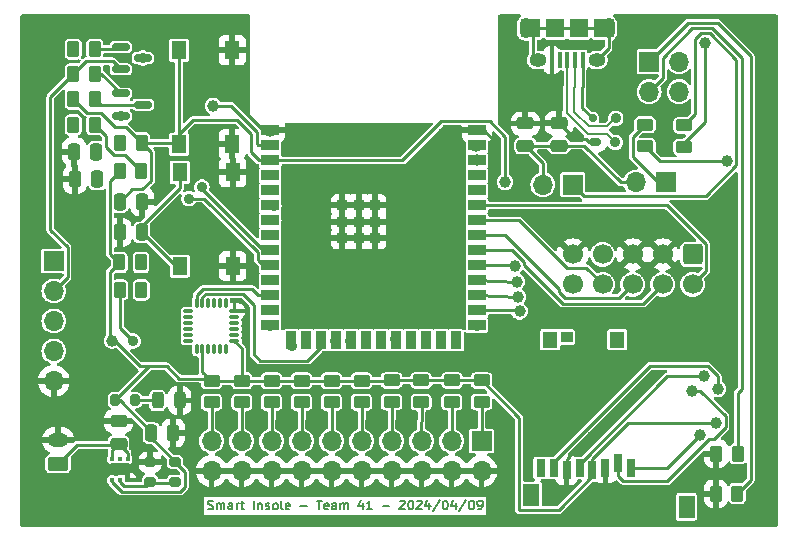
<source format=gtl>
G04 #@! TF.GenerationSoftware,KiCad,Pcbnew,8.0.0*
G04 #@! TF.CreationDate,2024-04-09T16:33:37-05:00*
G04 #@! TF.ProjectId,esp32_example,65737033-325f-4657-9861-6d706c652e6b,rev?*
G04 #@! TF.SameCoordinates,Original*
G04 #@! TF.FileFunction,Copper,L1,Top*
G04 #@! TF.FilePolarity,Positive*
%FSLAX46Y46*%
G04 Gerber Fmt 4.6, Leading zero omitted, Abs format (unit mm)*
G04 Created by KiCad (PCBNEW 8.0.0) date 2024-04-09 16:33:37*
%MOMM*%
%LPD*%
G01*
G04 APERTURE LIST*
G04 Aperture macros list*
%AMRoundRect*
0 Rectangle with rounded corners*
0 $1 Rounding radius*
0 $2 $3 $4 $5 $6 $7 $8 $9 X,Y pos of 4 corners*
0 Add a 4 corners polygon primitive as box body*
4,1,4,$2,$3,$4,$5,$6,$7,$8,$9,$2,$3,0*
0 Add four circle primitives for the rounded corners*
1,1,$1+$1,$2,$3*
1,1,$1+$1,$4,$5*
1,1,$1+$1,$6,$7*
1,1,$1+$1,$8,$9*
0 Add four rect primitives between the rounded corners*
20,1,$1+$1,$2,$3,$4,$5,0*
20,1,$1+$1,$4,$5,$6,$7,0*
20,1,$1+$1,$6,$7,$8,$9,0*
20,1,$1+$1,$8,$9,$2,$3,0*%
G04 Aperture macros list end*
%ADD10C,0.175000*%
G04 #@! TA.AperFunction,NonConductor*
%ADD11C,0.175000*%
G04 #@! TD*
G04 #@! TA.AperFunction,ComponentPad*
%ADD12R,1.700000X1.700000*%
G04 #@! TD*
G04 #@! TA.AperFunction,ComponentPad*
%ADD13O,1.700000X1.700000*%
G04 #@! TD*
G04 #@! TA.AperFunction,SMDPad,CuDef*
%ADD14RoundRect,0.250000X0.262500X0.450000X-0.262500X0.450000X-0.262500X-0.450000X0.262500X-0.450000X0*%
G04 #@! TD*
G04 #@! TA.AperFunction,SMDPad,CuDef*
%ADD15R,1.300000X1.550000*%
G04 #@! TD*
G04 #@! TA.AperFunction,SMDPad,CuDef*
%ADD16RoundRect,0.150000X-0.587500X-0.150000X0.587500X-0.150000X0.587500X0.150000X-0.587500X0.150000X0*%
G04 #@! TD*
G04 #@! TA.AperFunction,SMDPad,CuDef*
%ADD17RoundRect,0.250000X0.450000X-0.262500X0.450000X0.262500X-0.450000X0.262500X-0.450000X-0.262500X0*%
G04 #@! TD*
G04 #@! TA.AperFunction,SMDPad,CuDef*
%ADD18R,0.800000X1.500000*%
G04 #@! TD*
G04 #@! TA.AperFunction,SMDPad,CuDef*
%ADD19R,1.000000X0.950000*%
G04 #@! TD*
G04 #@! TA.AperFunction,SMDPad,CuDef*
%ADD20R,1.300000X1.400000*%
G04 #@! TD*
G04 #@! TA.AperFunction,SMDPad,CuDef*
%ADD21R,1.400000X1.900000*%
G04 #@! TD*
G04 #@! TA.AperFunction,SMDPad,CuDef*
%ADD22R,1.498600X0.889000*%
G04 #@! TD*
G04 #@! TA.AperFunction,SMDPad,CuDef*
%ADD23R,0.889000X1.498600*%
G04 #@! TD*
G04 #@! TA.AperFunction,SMDPad,CuDef*
%ADD24R,0.889000X0.889000*%
G04 #@! TD*
G04 #@! TA.AperFunction,SMDPad,CuDef*
%ADD25RoundRect,0.175000X0.325000X-0.175000X0.325000X0.175000X-0.325000X0.175000X-0.325000X-0.175000X0*%
G04 #@! TD*
G04 #@! TA.AperFunction,SMDPad,CuDef*
%ADD26RoundRect,0.150000X0.150000X-0.200000X0.150000X0.200000X-0.150000X0.200000X-0.150000X-0.200000X0*%
G04 #@! TD*
G04 #@! TA.AperFunction,SMDPad,CuDef*
%ADD27RoundRect,0.250000X-0.262500X-0.450000X0.262500X-0.450000X0.262500X0.450000X-0.262500X0.450000X0*%
G04 #@! TD*
G04 #@! TA.AperFunction,SMDPad,CuDef*
%ADD28RoundRect,0.250000X0.475000X-0.250000X0.475000X0.250000X-0.475000X0.250000X-0.475000X-0.250000X0*%
G04 #@! TD*
G04 #@! TA.AperFunction,SMDPad,CuDef*
%ADD29RoundRect,0.200000X-0.200000X-0.275000X0.200000X-0.275000X0.200000X0.275000X-0.200000X0.275000X0*%
G04 #@! TD*
G04 #@! TA.AperFunction,ComponentPad*
%ADD30RoundRect,0.250000X0.625000X-0.350000X0.625000X0.350000X-0.625000X0.350000X-0.625000X-0.350000X0*%
G04 #@! TD*
G04 #@! TA.AperFunction,ComponentPad*
%ADD31O,1.750000X1.200000*%
G04 #@! TD*
G04 #@! TA.AperFunction,SMDPad,CuDef*
%ADD32RoundRect,0.250000X0.250000X0.475000X-0.250000X0.475000X-0.250000X-0.475000X0.250000X-0.475000X0*%
G04 #@! TD*
G04 #@! TA.AperFunction,SMDPad,CuDef*
%ADD33RoundRect,0.243750X0.243750X0.456250X-0.243750X0.456250X-0.243750X-0.456250X0.243750X-0.456250X0*%
G04 #@! TD*
G04 #@! TA.AperFunction,SMDPad,CuDef*
%ADD34RoundRect,0.093750X0.106250X-0.093750X0.106250X0.093750X-0.106250X0.093750X-0.106250X-0.093750X0*%
G04 #@! TD*
G04 #@! TA.AperFunction,HeatsinkPad*
%ADD35R,1.600000X1.000000*%
G04 #@! TD*
G04 #@! TA.AperFunction,SMDPad,CuDef*
%ADD36RoundRect,0.250000X-0.450000X0.262500X-0.450000X-0.262500X0.450000X-0.262500X0.450000X0.262500X0*%
G04 #@! TD*
G04 #@! TA.AperFunction,SMDPad,CuDef*
%ADD37RoundRect,0.200000X-0.275000X0.200000X-0.275000X-0.200000X0.275000X-0.200000X0.275000X0.200000X0*%
G04 #@! TD*
G04 #@! TA.AperFunction,ComponentPad*
%ADD38RoundRect,0.250000X-0.600000X0.600000X-0.600000X-0.600000X0.600000X-0.600000X0.600000X0.600000X0*%
G04 #@! TD*
G04 #@! TA.AperFunction,ComponentPad*
%ADD39C,1.700000*%
G04 #@! TD*
G04 #@! TA.AperFunction,SMDPad,CuDef*
%ADD40RoundRect,0.075000X-0.350000X-0.075000X0.350000X-0.075000X0.350000X0.075000X-0.350000X0.075000X0*%
G04 #@! TD*
G04 #@! TA.AperFunction,SMDPad,CuDef*
%ADD41RoundRect,0.075000X0.075000X-0.350000X0.075000X0.350000X-0.075000X0.350000X-0.075000X-0.350000X0*%
G04 #@! TD*
G04 #@! TA.AperFunction,SMDPad,CuDef*
%ADD42RoundRect,0.200000X0.275000X-0.200000X0.275000X0.200000X-0.275000X0.200000X-0.275000X-0.200000X0*%
G04 #@! TD*
G04 #@! TA.AperFunction,SMDPad,CuDef*
%ADD43RoundRect,0.250000X-0.250000X-0.475000X0.250000X-0.475000X0.250000X0.475000X-0.250000X0.475000X0*%
G04 #@! TD*
G04 #@! TA.AperFunction,SMDPad,CuDef*
%ADD44R,0.400000X1.350000*%
G04 #@! TD*
G04 #@! TA.AperFunction,ComponentPad*
%ADD45O,1.100000X1.750000*%
G04 #@! TD*
G04 #@! TA.AperFunction,SMDPad,CuDef*
%ADD46R,1.200000X1.550000*%
G04 #@! TD*
G04 #@! TA.AperFunction,ComponentPad*
%ADD47O,1.450000X1.150000*%
G04 #@! TD*
G04 #@! TA.AperFunction,SMDPad,CuDef*
%ADD48R,1.500000X1.550000*%
G04 #@! TD*
G04 #@! TA.AperFunction,ViaPad*
%ADD49C,1.000000*%
G04 #@! TD*
G04 #@! TA.AperFunction,ViaPad*
%ADD50C,0.900000*%
G04 #@! TD*
G04 #@! TA.AperFunction,Conductor*
%ADD51C,0.250000*%
G04 #@! TD*
G04 #@! TA.AperFunction,Conductor*
%ADD52C,0.200000*%
G04 #@! TD*
G04 APERTURE END LIST*
D10*
D11*
X179777988Y-80153400D02*
X179885131Y-80189114D01*
X179885131Y-80189114D02*
X180063702Y-80189114D01*
X180063702Y-80189114D02*
X180135131Y-80153400D01*
X180135131Y-80153400D02*
X180170845Y-80117685D01*
X180170845Y-80117685D02*
X180206559Y-80046257D01*
X180206559Y-80046257D02*
X180206559Y-79974828D01*
X180206559Y-79974828D02*
X180170845Y-79903400D01*
X180170845Y-79903400D02*
X180135131Y-79867685D01*
X180135131Y-79867685D02*
X180063702Y-79831971D01*
X180063702Y-79831971D02*
X179920845Y-79796257D01*
X179920845Y-79796257D02*
X179849416Y-79760542D01*
X179849416Y-79760542D02*
X179813702Y-79724828D01*
X179813702Y-79724828D02*
X179777988Y-79653400D01*
X179777988Y-79653400D02*
X179777988Y-79581971D01*
X179777988Y-79581971D02*
X179813702Y-79510542D01*
X179813702Y-79510542D02*
X179849416Y-79474828D01*
X179849416Y-79474828D02*
X179920845Y-79439114D01*
X179920845Y-79439114D02*
X180099416Y-79439114D01*
X180099416Y-79439114D02*
X180206559Y-79474828D01*
X180527988Y-80189114D02*
X180527988Y-79689114D01*
X180527988Y-79760542D02*
X180563702Y-79724828D01*
X180563702Y-79724828D02*
X180635131Y-79689114D01*
X180635131Y-79689114D02*
X180742274Y-79689114D01*
X180742274Y-79689114D02*
X180813702Y-79724828D01*
X180813702Y-79724828D02*
X180849417Y-79796257D01*
X180849417Y-79796257D02*
X180849417Y-80189114D01*
X180849417Y-79796257D02*
X180885131Y-79724828D01*
X180885131Y-79724828D02*
X180956559Y-79689114D01*
X180956559Y-79689114D02*
X181063702Y-79689114D01*
X181063702Y-79689114D02*
X181135131Y-79724828D01*
X181135131Y-79724828D02*
X181170845Y-79796257D01*
X181170845Y-79796257D02*
X181170845Y-80189114D01*
X181849417Y-80189114D02*
X181849417Y-79796257D01*
X181849417Y-79796257D02*
X181813702Y-79724828D01*
X181813702Y-79724828D02*
X181742274Y-79689114D01*
X181742274Y-79689114D02*
X181599417Y-79689114D01*
X181599417Y-79689114D02*
X181527988Y-79724828D01*
X181849417Y-80153400D02*
X181777988Y-80189114D01*
X181777988Y-80189114D02*
X181599417Y-80189114D01*
X181599417Y-80189114D02*
X181527988Y-80153400D01*
X181527988Y-80153400D02*
X181492274Y-80081971D01*
X181492274Y-80081971D02*
X181492274Y-80010542D01*
X181492274Y-80010542D02*
X181527988Y-79939114D01*
X181527988Y-79939114D02*
X181599417Y-79903400D01*
X181599417Y-79903400D02*
X181777988Y-79903400D01*
X181777988Y-79903400D02*
X181849417Y-79867685D01*
X182206559Y-80189114D02*
X182206559Y-79689114D01*
X182206559Y-79831971D02*
X182242273Y-79760542D01*
X182242273Y-79760542D02*
X182277988Y-79724828D01*
X182277988Y-79724828D02*
X182349416Y-79689114D01*
X182349416Y-79689114D02*
X182420845Y-79689114D01*
X182563702Y-79689114D02*
X182849416Y-79689114D01*
X182670845Y-79439114D02*
X182670845Y-80081971D01*
X182670845Y-80081971D02*
X182706559Y-80153400D01*
X182706559Y-80153400D02*
X182777988Y-80189114D01*
X182777988Y-80189114D02*
X182849416Y-80189114D01*
X183670845Y-80189114D02*
X183670845Y-79439114D01*
X184027988Y-79689114D02*
X184027988Y-80189114D01*
X184027988Y-79760542D02*
X184063702Y-79724828D01*
X184063702Y-79724828D02*
X184135131Y-79689114D01*
X184135131Y-79689114D02*
X184242274Y-79689114D01*
X184242274Y-79689114D02*
X184313702Y-79724828D01*
X184313702Y-79724828D02*
X184349417Y-79796257D01*
X184349417Y-79796257D02*
X184349417Y-80189114D01*
X184670845Y-80153400D02*
X184742273Y-80189114D01*
X184742273Y-80189114D02*
X184885130Y-80189114D01*
X184885130Y-80189114D02*
X184956559Y-80153400D01*
X184956559Y-80153400D02*
X184992273Y-80081971D01*
X184992273Y-80081971D02*
X184992273Y-80046257D01*
X184992273Y-80046257D02*
X184956559Y-79974828D01*
X184956559Y-79974828D02*
X184885130Y-79939114D01*
X184885130Y-79939114D02*
X184777988Y-79939114D01*
X184777988Y-79939114D02*
X184706559Y-79903400D01*
X184706559Y-79903400D02*
X184670845Y-79831971D01*
X184670845Y-79831971D02*
X184670845Y-79796257D01*
X184670845Y-79796257D02*
X184706559Y-79724828D01*
X184706559Y-79724828D02*
X184777988Y-79689114D01*
X184777988Y-79689114D02*
X184885130Y-79689114D01*
X184885130Y-79689114D02*
X184956559Y-79724828D01*
X185420845Y-80189114D02*
X185349416Y-80153400D01*
X185349416Y-80153400D02*
X185313702Y-80117685D01*
X185313702Y-80117685D02*
X185277988Y-80046257D01*
X185277988Y-80046257D02*
X185277988Y-79831971D01*
X185277988Y-79831971D02*
X185313702Y-79760542D01*
X185313702Y-79760542D02*
X185349416Y-79724828D01*
X185349416Y-79724828D02*
X185420845Y-79689114D01*
X185420845Y-79689114D02*
X185527988Y-79689114D01*
X185527988Y-79689114D02*
X185599416Y-79724828D01*
X185599416Y-79724828D02*
X185635131Y-79760542D01*
X185635131Y-79760542D02*
X185670845Y-79831971D01*
X185670845Y-79831971D02*
X185670845Y-80046257D01*
X185670845Y-80046257D02*
X185635131Y-80117685D01*
X185635131Y-80117685D02*
X185599416Y-80153400D01*
X185599416Y-80153400D02*
X185527988Y-80189114D01*
X185527988Y-80189114D02*
X185420845Y-80189114D01*
X186099416Y-80189114D02*
X186027987Y-80153400D01*
X186027987Y-80153400D02*
X185992273Y-80081971D01*
X185992273Y-80081971D02*
X185992273Y-79439114D01*
X186670844Y-80153400D02*
X186599416Y-80189114D01*
X186599416Y-80189114D02*
X186456559Y-80189114D01*
X186456559Y-80189114D02*
X186385130Y-80153400D01*
X186385130Y-80153400D02*
X186349416Y-80081971D01*
X186349416Y-80081971D02*
X186349416Y-79796257D01*
X186349416Y-79796257D02*
X186385130Y-79724828D01*
X186385130Y-79724828D02*
X186456559Y-79689114D01*
X186456559Y-79689114D02*
X186599416Y-79689114D01*
X186599416Y-79689114D02*
X186670844Y-79724828D01*
X186670844Y-79724828D02*
X186706559Y-79796257D01*
X186706559Y-79796257D02*
X186706559Y-79867685D01*
X186706559Y-79867685D02*
X186349416Y-79939114D01*
X187599416Y-79903400D02*
X188170845Y-79903400D01*
X188992273Y-79439114D02*
X189420845Y-79439114D01*
X189206559Y-80189114D02*
X189206559Y-79439114D01*
X189956559Y-80153400D02*
X189885131Y-80189114D01*
X189885131Y-80189114D02*
X189742274Y-80189114D01*
X189742274Y-80189114D02*
X189670845Y-80153400D01*
X189670845Y-80153400D02*
X189635131Y-80081971D01*
X189635131Y-80081971D02*
X189635131Y-79796257D01*
X189635131Y-79796257D02*
X189670845Y-79724828D01*
X189670845Y-79724828D02*
X189742274Y-79689114D01*
X189742274Y-79689114D02*
X189885131Y-79689114D01*
X189885131Y-79689114D02*
X189956559Y-79724828D01*
X189956559Y-79724828D02*
X189992274Y-79796257D01*
X189992274Y-79796257D02*
X189992274Y-79867685D01*
X189992274Y-79867685D02*
X189635131Y-79939114D01*
X190635131Y-80189114D02*
X190635131Y-79796257D01*
X190635131Y-79796257D02*
X190599416Y-79724828D01*
X190599416Y-79724828D02*
X190527988Y-79689114D01*
X190527988Y-79689114D02*
X190385131Y-79689114D01*
X190385131Y-79689114D02*
X190313702Y-79724828D01*
X190635131Y-80153400D02*
X190563702Y-80189114D01*
X190563702Y-80189114D02*
X190385131Y-80189114D01*
X190385131Y-80189114D02*
X190313702Y-80153400D01*
X190313702Y-80153400D02*
X190277988Y-80081971D01*
X190277988Y-80081971D02*
X190277988Y-80010542D01*
X190277988Y-80010542D02*
X190313702Y-79939114D01*
X190313702Y-79939114D02*
X190385131Y-79903400D01*
X190385131Y-79903400D02*
X190563702Y-79903400D01*
X190563702Y-79903400D02*
X190635131Y-79867685D01*
X190992273Y-80189114D02*
X190992273Y-79689114D01*
X190992273Y-79760542D02*
X191027987Y-79724828D01*
X191027987Y-79724828D02*
X191099416Y-79689114D01*
X191099416Y-79689114D02*
X191206559Y-79689114D01*
X191206559Y-79689114D02*
X191277987Y-79724828D01*
X191277987Y-79724828D02*
X191313702Y-79796257D01*
X191313702Y-79796257D02*
X191313702Y-80189114D01*
X191313702Y-79796257D02*
X191349416Y-79724828D01*
X191349416Y-79724828D02*
X191420844Y-79689114D01*
X191420844Y-79689114D02*
X191527987Y-79689114D01*
X191527987Y-79689114D02*
X191599416Y-79724828D01*
X191599416Y-79724828D02*
X191635130Y-79796257D01*
X191635130Y-79796257D02*
X191635130Y-80189114D01*
X192885131Y-79689114D02*
X192885131Y-80189114D01*
X192706559Y-79403400D02*
X192527988Y-79939114D01*
X192527988Y-79939114D02*
X192992273Y-79939114D01*
X193670845Y-80189114D02*
X193242274Y-80189114D01*
X193456559Y-80189114D02*
X193456559Y-79439114D01*
X193456559Y-79439114D02*
X193385131Y-79546257D01*
X193385131Y-79546257D02*
X193313702Y-79617685D01*
X193313702Y-79617685D02*
X193242274Y-79653400D01*
X194563703Y-79903400D02*
X195135132Y-79903400D01*
X196027989Y-79510542D02*
X196063703Y-79474828D01*
X196063703Y-79474828D02*
X196135132Y-79439114D01*
X196135132Y-79439114D02*
X196313703Y-79439114D01*
X196313703Y-79439114D02*
X196385132Y-79474828D01*
X196385132Y-79474828D02*
X196420846Y-79510542D01*
X196420846Y-79510542D02*
X196456560Y-79581971D01*
X196456560Y-79581971D02*
X196456560Y-79653400D01*
X196456560Y-79653400D02*
X196420846Y-79760542D01*
X196420846Y-79760542D02*
X195992274Y-80189114D01*
X195992274Y-80189114D02*
X196456560Y-80189114D01*
X196920846Y-79439114D02*
X196992275Y-79439114D01*
X196992275Y-79439114D02*
X197063703Y-79474828D01*
X197063703Y-79474828D02*
X197099418Y-79510542D01*
X197099418Y-79510542D02*
X197135132Y-79581971D01*
X197135132Y-79581971D02*
X197170846Y-79724828D01*
X197170846Y-79724828D02*
X197170846Y-79903400D01*
X197170846Y-79903400D02*
X197135132Y-80046257D01*
X197135132Y-80046257D02*
X197099418Y-80117685D01*
X197099418Y-80117685D02*
X197063703Y-80153400D01*
X197063703Y-80153400D02*
X196992275Y-80189114D01*
X196992275Y-80189114D02*
X196920846Y-80189114D01*
X196920846Y-80189114D02*
X196849418Y-80153400D01*
X196849418Y-80153400D02*
X196813703Y-80117685D01*
X196813703Y-80117685D02*
X196777989Y-80046257D01*
X196777989Y-80046257D02*
X196742275Y-79903400D01*
X196742275Y-79903400D02*
X196742275Y-79724828D01*
X196742275Y-79724828D02*
X196777989Y-79581971D01*
X196777989Y-79581971D02*
X196813703Y-79510542D01*
X196813703Y-79510542D02*
X196849418Y-79474828D01*
X196849418Y-79474828D02*
X196920846Y-79439114D01*
X197456561Y-79510542D02*
X197492275Y-79474828D01*
X197492275Y-79474828D02*
X197563704Y-79439114D01*
X197563704Y-79439114D02*
X197742275Y-79439114D01*
X197742275Y-79439114D02*
X197813704Y-79474828D01*
X197813704Y-79474828D02*
X197849418Y-79510542D01*
X197849418Y-79510542D02*
X197885132Y-79581971D01*
X197885132Y-79581971D02*
X197885132Y-79653400D01*
X197885132Y-79653400D02*
X197849418Y-79760542D01*
X197849418Y-79760542D02*
X197420846Y-80189114D01*
X197420846Y-80189114D02*
X197885132Y-80189114D01*
X198527990Y-79689114D02*
X198527990Y-80189114D01*
X198349418Y-79403400D02*
X198170847Y-79939114D01*
X198170847Y-79939114D02*
X198635132Y-79939114D01*
X199456561Y-79403400D02*
X198813704Y-80367685D01*
X199849418Y-79439114D02*
X199920847Y-79439114D01*
X199920847Y-79439114D02*
X199992275Y-79474828D01*
X199992275Y-79474828D02*
X200027990Y-79510542D01*
X200027990Y-79510542D02*
X200063704Y-79581971D01*
X200063704Y-79581971D02*
X200099418Y-79724828D01*
X200099418Y-79724828D02*
X200099418Y-79903400D01*
X200099418Y-79903400D02*
X200063704Y-80046257D01*
X200063704Y-80046257D02*
X200027990Y-80117685D01*
X200027990Y-80117685D02*
X199992275Y-80153400D01*
X199992275Y-80153400D02*
X199920847Y-80189114D01*
X199920847Y-80189114D02*
X199849418Y-80189114D01*
X199849418Y-80189114D02*
X199777990Y-80153400D01*
X199777990Y-80153400D02*
X199742275Y-80117685D01*
X199742275Y-80117685D02*
X199706561Y-80046257D01*
X199706561Y-80046257D02*
X199670847Y-79903400D01*
X199670847Y-79903400D02*
X199670847Y-79724828D01*
X199670847Y-79724828D02*
X199706561Y-79581971D01*
X199706561Y-79581971D02*
X199742275Y-79510542D01*
X199742275Y-79510542D02*
X199777990Y-79474828D01*
X199777990Y-79474828D02*
X199849418Y-79439114D01*
X200742276Y-79689114D02*
X200742276Y-80189114D01*
X200563704Y-79403400D02*
X200385133Y-79939114D01*
X200385133Y-79939114D02*
X200849418Y-79939114D01*
X201670847Y-79403400D02*
X201027990Y-80367685D01*
X202063704Y-79439114D02*
X202135133Y-79439114D01*
X202135133Y-79439114D02*
X202206561Y-79474828D01*
X202206561Y-79474828D02*
X202242276Y-79510542D01*
X202242276Y-79510542D02*
X202277990Y-79581971D01*
X202277990Y-79581971D02*
X202313704Y-79724828D01*
X202313704Y-79724828D02*
X202313704Y-79903400D01*
X202313704Y-79903400D02*
X202277990Y-80046257D01*
X202277990Y-80046257D02*
X202242276Y-80117685D01*
X202242276Y-80117685D02*
X202206561Y-80153400D01*
X202206561Y-80153400D02*
X202135133Y-80189114D01*
X202135133Y-80189114D02*
X202063704Y-80189114D01*
X202063704Y-80189114D02*
X201992276Y-80153400D01*
X201992276Y-80153400D02*
X201956561Y-80117685D01*
X201956561Y-80117685D02*
X201920847Y-80046257D01*
X201920847Y-80046257D02*
X201885133Y-79903400D01*
X201885133Y-79903400D02*
X201885133Y-79724828D01*
X201885133Y-79724828D02*
X201920847Y-79581971D01*
X201920847Y-79581971D02*
X201956561Y-79510542D01*
X201956561Y-79510542D02*
X201992276Y-79474828D01*
X201992276Y-79474828D02*
X202063704Y-79439114D01*
X202670847Y-80189114D02*
X202813704Y-80189114D01*
X202813704Y-80189114D02*
X202885133Y-80153400D01*
X202885133Y-80153400D02*
X202920847Y-80117685D01*
X202920847Y-80117685D02*
X202992276Y-80010542D01*
X202992276Y-80010542D02*
X203027990Y-79867685D01*
X203027990Y-79867685D02*
X203027990Y-79581971D01*
X203027990Y-79581971D02*
X202992276Y-79510542D01*
X202992276Y-79510542D02*
X202956562Y-79474828D01*
X202956562Y-79474828D02*
X202885133Y-79439114D01*
X202885133Y-79439114D02*
X202742276Y-79439114D01*
X202742276Y-79439114D02*
X202670847Y-79474828D01*
X202670847Y-79474828D02*
X202635133Y-79510542D01*
X202635133Y-79510542D02*
X202599419Y-79581971D01*
X202599419Y-79581971D02*
X202599419Y-79760542D01*
X202599419Y-79760542D02*
X202635133Y-79831971D01*
X202635133Y-79831971D02*
X202670847Y-79867685D01*
X202670847Y-79867685D02*
X202742276Y-79903400D01*
X202742276Y-79903400D02*
X202885133Y-79903400D01*
X202885133Y-79903400D02*
X202956562Y-79867685D01*
X202956562Y-79867685D02*
X202992276Y-79831971D01*
X202992276Y-79831971D02*
X203027990Y-79760542D01*
D12*
G04 #@! TO.P,J8,1,Pin_1*
G04 #@! TO.N,Net-(J8-Pin_1)*
X210670000Y-52690000D03*
D13*
G04 #@! TO.P,J8,2,Pin_2*
G04 #@! TO.N,+3V3*
X208130000Y-52690000D03*
G04 #@! TD*
D14*
G04 #@! TO.P,R12,1*
G04 #@! TO.N,/GPIO46_STRAPPING*
X174115100Y-59283600D03*
G04 #@! TO.P,R12,2*
G04 #@! TO.N,+3V3*
X172290100Y-59283600D03*
G04 #@! TD*
D15*
G04 #@! TO.P,SW2,1,1*
G04 #@! TO.N,GND*
X181891600Y-51640400D03*
X181891600Y-59590400D03*
G04 #@! TO.P,SW2,2,2*
G04 #@! TO.N,/GPIO0_STRAPPING*
X177391600Y-51640400D03*
X177391600Y-59590400D03*
G04 #@! TD*
D16*
G04 #@! TO.P,Q2,1,B*
G04 #@! TO.N,Net-(Q2-B)*
X172394400Y-44973200D03*
G04 #@! TO.P,Q2,2,E*
G04 #@! TO.N,/RTS*
X172394400Y-46873200D03*
G04 #@! TO.P,Q2,3,C*
G04 #@! TO.N,Net-(Q2-C)*
X174269400Y-45923200D03*
G04 #@! TD*
D17*
G04 #@! TO.P,R10,1*
G04 #@! TO.N,/PRESS7*
X187706000Y-71118100D03*
G04 #@! TO.P,R10,2*
G04 #@! TO.N,+3V3*
X187706000Y-69293100D03*
G04 #@! TD*
D18*
G04 #@! TO.P,J6,1,1*
G04 #@! TO.N,/CS*
X215640000Y-76690000D03*
G04 #@! TO.P,J6,2,2*
G04 #@! TO.N,/MOSI*
X214540000Y-76290000D03*
G04 #@! TO.P,J6,3,3*
G04 #@! TO.N,GND*
X213440000Y-76690000D03*
G04 #@! TO.P,J6,4,4*
G04 #@! TO.N,+3V3*
X212340000Y-76890000D03*
G04 #@! TO.P,J6,5,5*
G04 #@! TO.N,/SCLK*
X211240000Y-76690000D03*
G04 #@! TO.P,J6,6,6*
G04 #@! TO.N,GND*
X210140000Y-76890000D03*
G04 #@! TO.P,J6,7,7*
G04 #@! TO.N,/MISO*
X209040000Y-76690000D03*
G04 #@! TO.P,J6,8,8*
G04 #@! TO.N,unconnected-(J6-Pad8)*
X207940000Y-76690000D03*
D19*
G04 #@! TO.P,J6,9*
G04 #@! TO.N,N/C*
X210140000Y-65605000D03*
D20*
G04 #@! TO.P,J6,P1*
X208750000Y-65830000D03*
G04 #@! TO.P,J6,P2*
X214450000Y-65830000D03*
D21*
G04 #@! TO.P,J6,P3*
X220300000Y-79980000D03*
G04 #@! TO.P,J6,P4*
X207150000Y-78980000D03*
G04 #@! TD*
D22*
G04 #@! TO.P,U7,1,GND*
G04 #@! TO.N,GND*
X185052000Y-48105400D03*
G04 #@! TO.P,U7,2,3V3*
G04 #@! TO.N,+3V3*
X185052000Y-49375400D03*
G04 #@! TO.P,U7,3,EN*
G04 #@! TO.N,/CHIP_PU*
X185052000Y-50645400D03*
G04 #@! TO.P,U7,4,IO4*
G04 #@! TO.N,/VBAT_SENSE*
X185052000Y-51915400D03*
G04 #@! TO.P,U7,5,IO5*
G04 #@! TO.N,/PRESS6*
X185052000Y-53185400D03*
G04 #@! TO.P,U7,6,IO6*
G04 #@! TO.N,/PRESS7*
X185052000Y-54455400D03*
G04 #@! TO.P,U7,7,IO7*
G04 #@! TO.N,/PRESS10*
X185052000Y-55725400D03*
G04 #@! TO.P,U7,8,IO15*
G04 #@! TO.N,/PRESS9*
X185052000Y-56995400D03*
G04 #@! TO.P,U7,9,IO16*
G04 #@! TO.N,/Start Hike*
X185052000Y-58265400D03*
G04 #@! TO.P,U7,10,IO17*
G04 #@! TO.N,/End Hike*
X185052000Y-59535400D03*
G04 #@! TO.P,U7,11,IO18*
G04 #@! TO.N,/PRESS8*
X185052000Y-60805400D03*
G04 #@! TO.P,U7,12,IO8*
G04 #@! TO.N,/SDA_6050*
X185052000Y-62075400D03*
G04 #@! TO.P,U7,13,IO19*
G04 #@! TO.N,/D-*
X185052000Y-63345400D03*
G04 #@! TO.P,U7,14,IO20*
G04 #@! TO.N,/D+*
X185052000Y-64615400D03*
D23*
G04 #@! TO.P,U7,15,IO3*
G04 #@! TO.N,/GPIO3_STRAPPING*
X186817000Y-65865400D03*
G04 #@! TO.P,U7,16,IO46*
G04 #@! TO.N,/GPIO46_STRAPPING*
X188087000Y-65865400D03*
G04 #@! TO.P,U7,17,IO9*
G04 #@! TO.N,/SCL_6050*
X189357000Y-65865400D03*
G04 #@! TO.P,U7,18,IO10*
G04 #@! TO.N,/PRESS5*
X190627000Y-65865400D03*
G04 #@! TO.P,U7,19,IO11*
G04 #@! TO.N,/PRESS4*
X191897000Y-65865400D03*
G04 #@! TO.P,U7,20,IO12*
G04 #@! TO.N,/PRESS3*
X193167000Y-65865400D03*
G04 #@! TO.P,U7,21,IO13*
G04 #@! TO.N,/PRESS2*
X194437000Y-65865400D03*
G04 #@! TO.P,U7,22,IO14*
G04 #@! TO.N,/PRESS1*
X195707000Y-65865400D03*
G04 #@! TO.P,U7,23,IO21*
G04 #@! TO.N,unconnected-(U7-IO21-Pad23)*
X196977000Y-65865400D03*
G04 #@! TO.P,U7,24,IO47*
G04 #@! TO.N,unconnected-(U7-IO47-Pad24)*
X198247000Y-65865400D03*
G04 #@! TO.P,U7,25,IO48*
G04 #@! TO.N,unconnected-(U7-IO48-Pad25)*
X199517000Y-65865400D03*
G04 #@! TO.P,U7,26,IO45*
G04 #@! TO.N,/GPIO45_STRAPPING*
X200787000Y-65865400D03*
D22*
G04 #@! TO.P,U7,27,IO0*
G04 #@! TO.N,/GPIO0_STRAPPING*
X202552000Y-64615400D03*
G04 #@! TO.P,U7,28,IO35*
G04 #@! TO.N,/CS*
X202552000Y-63345400D03*
G04 #@! TO.P,U7,29,IO36*
G04 #@! TO.N,/MISO*
X202552000Y-62075400D03*
G04 #@! TO.P,U7,30,IO37*
G04 #@! TO.N,/MOSI*
X202552000Y-60805400D03*
G04 #@! TO.P,U7,31,IO38*
G04 #@! TO.N,/SCLK*
X202552000Y-59535400D03*
G04 #@! TO.P,U7,32,IO39*
G04 #@! TO.N,/MTCK*
X202552000Y-58265400D03*
G04 #@! TO.P,U7,33,IO40*
G04 #@! TO.N,/MTDO*
X202552000Y-56995400D03*
G04 #@! TO.P,U7,34,IO41*
G04 #@! TO.N,/MTDI*
X202552000Y-55725400D03*
G04 #@! TO.P,U7,35,IO42*
G04 #@! TO.N,/MTMS*
X202552000Y-54455400D03*
G04 #@! TO.P,U7,36,RXD0*
G04 #@! TO.N,/RX*
X202552000Y-53185400D03*
G04 #@! TO.P,U7,37,TXD0*
G04 #@! TO.N,/TX*
X202552000Y-51915400D03*
G04 #@! TO.P,U7,38,IO2*
G04 #@! TO.N,Net-(J9-Pin_4)*
X202552000Y-50645400D03*
G04 #@! TO.P,U7,39,IO1*
G04 #@! TO.N,Net-(J9-Pin_2)*
X202552000Y-49375400D03*
G04 #@! TO.P,U7,40,GND*
G04 #@! TO.N,GND*
X202552000Y-48105400D03*
D24*
G04 #@! TO.P,U7,41,GND*
X192552000Y-55825400D03*
G04 #@! TO.P,U7,42,GND*
X192552000Y-54425400D03*
G04 #@! TO.P,U7,43,GND*
X191152000Y-54425400D03*
G04 #@! TO.P,U7,44,GND*
X191152000Y-55825400D03*
G04 #@! TO.P,U7,45,GND*
X191152000Y-57225400D03*
G04 #@! TO.P,U7,46,GND*
X192552000Y-57225400D03*
G04 #@! TO.P,U7,47,GND*
X193952000Y-57225400D03*
G04 #@! TO.P,U7,48,GND*
X193952000Y-55825400D03*
G04 #@! TO.P,U7,49,GND*
X193952000Y-54425400D03*
G04 #@! TD*
D25*
G04 #@! TO.P,D1,1,A*
G04 #@! TO.N,GND*
X212551500Y-49084600D03*
D26*
G04 #@! TO.P,D1,2,K*
G04 #@! TO.N,/D+*
X214251500Y-49084600D03*
G04 #@! TO.P,D1,3,K*
G04 #@! TO.N,/D-*
X214251500Y-47084600D03*
G04 #@! TO.P,D1,4,K*
G04 #@! TO.N,+5V*
X212351500Y-47084600D03*
G04 #@! TD*
D27*
G04 #@! TO.P,R13,1*
G04 #@! TO.N,/DTR*
X168378500Y-43332400D03*
G04 #@! TO.P,R13,2*
G04 #@! TO.N,Net-(Q2-B)*
X170203500Y-43332400D03*
G04 #@! TD*
D28*
G04 #@! TO.P,C23,1*
G04 #@! TO.N,+3V3*
X206660800Y-49415600D03*
G04 #@! TO.P,C23,2*
G04 #@! TO.N,GND*
X206660800Y-47515600D03*
G04 #@! TD*
G04 #@! TO.P,C24,1*
G04 #@! TO.N,+3V3*
X209505600Y-49390200D03*
G04 #@! TO.P,C24,2*
G04 #@! TO.N,GND*
X209505600Y-47490200D03*
G04 #@! TD*
D17*
G04 #@! TO.P,R5,1*
G04 #@! TO.N,/PRESS5*
X192786000Y-71118100D03*
G04 #@! TO.P,R5,2*
G04 #@! TO.N,+3V3*
X192786000Y-69293100D03*
G04 #@! TD*
D14*
G04 #@! TO.P,R17,1*
G04 #@! TO.N,/GPIO3_STRAPPING*
X174140500Y-61620400D03*
G04 #@! TO.P,R17,2*
G04 #@! TO.N,Net-(JP2-C)*
X172315500Y-61620400D03*
G04 #@! TD*
D29*
G04 #@! TO.P,R22,1*
G04 #@! TO.N,+3V3*
X171920400Y-70942200D03*
G04 #@! TO.P,R22,2*
G04 #@! TO.N,Net-(D3-A)*
X173570400Y-70942200D03*
G04 #@! TD*
D30*
G04 #@! TO.P,J1,1,Pin_1*
G04 #@! TO.N,/POWER FROM BATTERY*
X167098800Y-76320400D03*
D31*
G04 #@! TO.P,J1,2,Pin_2*
G04 #@! TO.N,GND*
X167098800Y-74320400D03*
G04 #@! TD*
D27*
G04 #@! TO.P,R25,1*
G04 #@! TO.N,+3V3*
X172315500Y-51562000D03*
G04 #@! TO.P,R25,2*
G04 #@! TO.N,/GPIO0_STRAPPING*
X174140500Y-51562000D03*
G04 #@! TD*
D32*
G04 #@! TO.P,C2,1*
G04 #@! TO.N,/Start Hike*
X170342600Y-49911000D03*
G04 #@! TO.P,C2,2*
G04 #@! TO.N,GND*
X168442600Y-49911000D03*
G04 #@! TD*
D17*
G04 #@! TO.P,R1,1*
G04 #@! TO.N,/PRESS1*
X202946000Y-71092700D03*
G04 #@! TO.P,R1,2*
G04 #@! TO.N,+3V3*
X202946000Y-69267700D03*
G04 #@! TD*
D27*
G04 #@! TO.P,R14,1*
G04 #@! TO.N,/RTS*
X168378500Y-41224200D03*
G04 #@! TO.P,R14,2*
G04 #@! TO.N,Net-(Q3-B)*
X170203500Y-41224200D03*
G04 #@! TD*
D17*
G04 #@! TO.P,R15,1*
G04 #@! TO.N,/PRESS9*
X182651400Y-71118100D03*
G04 #@! TO.P,R15,2*
G04 #@! TO.N,+3V3*
X182651400Y-69293100D03*
G04 #@! TD*
D32*
G04 #@! TO.P,C1,1*
G04 #@! TO.N,/End Hike*
X170393400Y-52247800D03*
G04 #@! TO.P,C1,2*
G04 #@! TO.N,GND*
X168493400Y-52247800D03*
G04 #@! TD*
D17*
G04 #@! TO.P,R2,1*
G04 #@! TO.N,/PRESS2*
X200431400Y-71092700D03*
G04 #@! TO.P,R2,2*
G04 #@! TO.N,+3V3*
X200431400Y-69267700D03*
G04 #@! TD*
D33*
G04 #@! TO.P,D3,1,K*
G04 #@! TO.N,GND*
X177391300Y-70967600D03*
G04 #@! TO.P,D3,2,A*
G04 #@! TO.N,Net-(D3-A)*
X175516300Y-70967600D03*
G04 #@! TD*
D27*
G04 #@! TO.P,R24,1*
G04 #@! TO.N,+3V3*
X172366300Y-49174400D03*
G04 #@! TO.P,R24,2*
G04 #@! TO.N,/CHIP_PU*
X174191300Y-49174400D03*
G04 #@! TD*
D14*
G04 #@! TO.P,R18,1*
G04 #@! TO.N,Net-(Q2-C)*
X170203500Y-45440600D03*
G04 #@! TO.P,R18,2*
G04 #@! TO.N,/CHIP_PU*
X168378500Y-45440600D03*
G04 #@! TD*
D28*
G04 #@! TO.P,C3,1*
G04 #@! TO.N,/POWER FROM BATTERY*
X172212000Y-74635400D03*
G04 #@! TO.P,C3,2*
G04 #@! TO.N,GND*
X172212000Y-72735400D03*
G04 #@! TD*
D17*
G04 #@! TO.P,R3,1*
G04 #@! TO.N,/PRESS3*
X197840600Y-71092700D03*
G04 #@! TO.P,R3,2*
G04 #@! TO.N,+3V3*
X197840600Y-69267700D03*
G04 #@! TD*
D14*
G04 #@! TO.P,R9,1*
G04 #@! TO.N,Net-(J9-Pin_1)*
X224595000Y-78850000D03*
G04 #@! TO.P,R9,2*
G04 #@! TO.N,GND*
X222770000Y-78850000D03*
G04 #@! TD*
D34*
G04 #@! TO.P,U3,1,OUT*
G04 #@! TO.N,+3V3*
X171674000Y-77695600D03*
G04 #@! TO.P,U3,2,FB*
G04 #@! TO.N,Net-(U3-FB)*
X172324000Y-77695600D03*
G04 #@! TO.P,U3,3,GND*
G04 #@! TO.N,GND*
X172974000Y-77695600D03*
G04 #@! TO.P,U3,4,EN*
G04 #@! TO.N,/POWER FROM BATTERY*
X172974000Y-75920600D03*
G04 #@! TO.P,U3,5,DNC*
G04 #@! TO.N,unconnected-(U3-DNC-Pad5)*
X172324000Y-75920600D03*
G04 #@! TO.P,U3,6,IN*
G04 #@! TO.N,/POWER FROM BATTERY*
X171674000Y-75920600D03*
D35*
G04 #@! TO.P,U3,7,GND*
G04 #@! TO.N,GND*
X172324000Y-76808100D03*
G04 #@! TD*
D17*
G04 #@! TO.P,R4,1*
G04 #@! TO.N,/PRESS4*
X195326000Y-71092700D03*
G04 #@! TO.P,R4,2*
G04 #@! TO.N,+3V3*
X195326000Y-69267700D03*
G04 #@! TD*
D12*
G04 #@! TO.P,J4,1,Pin_1*
G04 #@! TO.N,/PRESS1*
X202946000Y-74396600D03*
D13*
G04 #@! TO.P,J4,2,Pin_2*
G04 #@! TO.N,GND*
X202946000Y-76936600D03*
G04 #@! TO.P,J4,3,Pin_3*
G04 #@! TO.N,/PRESS2*
X200406000Y-74396600D03*
G04 #@! TO.P,J4,4,Pin_4*
G04 #@! TO.N,GND*
X200406000Y-76936600D03*
G04 #@! TO.P,J4,5,Pin_5*
G04 #@! TO.N,/PRESS3*
X197866000Y-74396600D03*
G04 #@! TO.P,J4,6,Pin_6*
G04 #@! TO.N,GND*
X197866000Y-76936600D03*
G04 #@! TO.P,J4,7,Pin_7*
G04 #@! TO.N,/PRESS4*
X195326000Y-74396600D03*
G04 #@! TO.P,J4,8,Pin_8*
G04 #@! TO.N,GND*
X195326000Y-76936600D03*
G04 #@! TO.P,J4,9,Pin_9*
G04 #@! TO.N,/PRESS5*
X192786000Y-74396600D03*
G04 #@! TO.P,J4,10,Pin_10*
G04 #@! TO.N,GND*
X192786000Y-76936600D03*
G04 #@! TO.P,J4,11,Pin_11*
G04 #@! TO.N,/PRESS6*
X190246000Y-74396600D03*
G04 #@! TO.P,J4,12,Pin_12*
G04 #@! TO.N,GND*
X190246000Y-76936600D03*
G04 #@! TO.P,J4,13,Pin_13*
G04 #@! TO.N,/PRESS7*
X187706000Y-74396600D03*
G04 #@! TO.P,J4,14,Pin_14*
G04 #@! TO.N,GND*
X187706000Y-76936600D03*
G04 #@! TO.P,J4,15,Pin_15*
G04 #@! TO.N,/PRESS8*
X185166000Y-74396600D03*
G04 #@! TO.P,J4,16,Pin_16*
G04 #@! TO.N,GND*
X185166000Y-76936600D03*
G04 #@! TO.P,J4,17,Pin_17*
G04 #@! TO.N,/PRESS9*
X182626000Y-74396600D03*
G04 #@! TO.P,J4,18,Pin_18*
G04 #@! TO.N,GND*
X182626000Y-76936600D03*
G04 #@! TO.P,J4,19,Pin_19*
G04 #@! TO.N,/PRESS10*
X180086000Y-74396600D03*
G04 #@! TO.P,J4,20,Pin_20*
G04 #@! TO.N,GND*
X180086000Y-76936600D03*
G04 #@! TD*
D36*
G04 #@! TO.P,R8,1*
G04 #@! TO.N,Net-(J8-Pin_1)*
X220080000Y-47677500D03*
G04 #@! TO.P,R8,2*
G04 #@! TO.N,/Start Hike*
X220080000Y-49502500D03*
G04 #@! TD*
G04 #@! TO.P,R6,1*
G04 #@! TO.N,Net-(J5-Pin_1)*
X216780000Y-47617500D03*
G04 #@! TO.P,R6,2*
G04 #@! TO.N,/End Hike*
X216780000Y-49442500D03*
G04 #@! TD*
D37*
G04 #@! TO.P,R21,1*
G04 #@! TO.N,GND*
X174879000Y-76187800D03*
G04 #@! TO.P,R21,2*
G04 #@! TO.N,Net-(U3-FB)*
X174879000Y-77837800D03*
G04 #@! TD*
D38*
G04 #@! TO.P,J7,1,VTref*
G04 #@! TO.N,Net-(J7-VTref)*
X220810000Y-58600000D03*
D39*
G04 #@! TO.P,J7,2,SWDIO/TMS*
G04 #@! TO.N,/MTMS*
X220810000Y-61140000D03*
G04 #@! TO.P,J7,3,GND*
G04 #@! TO.N,GND*
X218270000Y-58600000D03*
G04 #@! TO.P,J7,4,SWDCLK/TCK*
G04 #@! TO.N,/MTCK*
X218270000Y-61140000D03*
G04 #@! TO.P,J7,5,GND*
G04 #@! TO.N,GND*
X215730000Y-58600000D03*
G04 #@! TO.P,J7,6,SWO/TDO*
G04 #@! TO.N,/MTDO*
X215730000Y-61140000D03*
G04 #@! TO.P,J7,7,KEY*
G04 #@! TO.N,unconnected-(J7-KEY-Pad7)*
X213190000Y-58600000D03*
G04 #@! TO.P,J7,8,NC/TDI*
G04 #@! TO.N,/MTDI*
X213190000Y-61140000D03*
G04 #@! TO.P,J7,9,GNDDetect*
G04 #@! TO.N,GND*
X210650000Y-58600000D03*
G04 #@! TO.P,J7,10,~{RESET}*
G04 #@! TO.N,/CHIP_PU*
X210650000Y-61140000D03*
G04 #@! TD*
D17*
G04 #@! TO.P,R11,1*
G04 #@! TO.N,/PRESS8*
X185166000Y-71118100D03*
G04 #@! TO.P,R11,2*
G04 #@! TO.N,+3V3*
X185166000Y-69293100D03*
G04 #@! TD*
D27*
G04 #@! TO.P,R19,1*
G04 #@! TO.N,Net-(Q3-C)*
X168378500Y-47625000D03*
G04 #@! TO.P,R19,2*
G04 #@! TO.N,/GPIO0_STRAPPING*
X170203500Y-47625000D03*
G04 #@! TD*
D14*
G04 #@! TO.P,R23,1*
G04 #@! TO.N,Net-(J9-Pin_3)*
X224635000Y-75470000D03*
G04 #@! TO.P,R23,2*
G04 #@! TO.N,GND*
X222810000Y-75470000D03*
G04 #@! TD*
D17*
G04 #@! TO.P,R16,1*
G04 #@! TO.N,/PRESS10*
X180086000Y-71118100D03*
G04 #@! TO.P,R16,2*
G04 #@! TO.N,+3V3*
X180086000Y-69293100D03*
G04 #@! TD*
D12*
G04 #@! TO.P,J3,1,Pin_1*
G04 #@! TO.N,/RTS*
X166725600Y-59156600D03*
D13*
G04 #@! TO.P,J3,2,Pin_2*
G04 #@! TO.N,/DTR*
X166725600Y-61696600D03*
G04 #@! TO.P,J3,3,Pin_3*
G04 #@! TO.N,/TX*
X166725600Y-64236600D03*
G04 #@! TO.P,J3,4,Pin_4*
G04 #@! TO.N,/RX*
X166725600Y-66776600D03*
G04 #@! TO.P,J3,5,Pin_5*
G04 #@! TO.N,GND*
X166725600Y-69316600D03*
G04 #@! TD*
D40*
G04 #@! TO.P,U1,1,CLKIN*
G04 #@! TO.N,unconnected-(U1-CLKIN-Pad1)*
X178116400Y-63405000D03*
G04 #@! TO.P,U1,2,NC*
G04 #@! TO.N,unconnected-(U1-NC-Pad2)*
X178116400Y-63905000D03*
G04 #@! TO.P,U1,3,NC*
G04 #@! TO.N,unconnected-(U1-NC-Pad3)*
X178116400Y-64405000D03*
G04 #@! TO.P,U1,4,NC*
G04 #@! TO.N,unconnected-(U1-NC-Pad4)*
X178116400Y-64905000D03*
G04 #@! TO.P,U1,5,NC*
G04 #@! TO.N,unconnected-(U1-NC-Pad5)*
X178116400Y-65405000D03*
G04 #@! TO.P,U1,6,AUX_DA*
G04 #@! TO.N,unconnected-(U1-AUX_DA-Pad6)*
X178116400Y-65905000D03*
D41*
G04 #@! TO.P,U1,7,AUX_CL*
G04 #@! TO.N,unconnected-(U1-AUX_CL-Pad7)*
X178816400Y-66605000D03*
G04 #@! TO.P,U1,8,VLOGIC*
G04 #@! TO.N,+3V3*
X179316400Y-66605000D03*
G04 #@! TO.P,U1,9,AD0*
G04 #@! TO.N,unconnected-(U1-AD0-Pad9)*
X179816400Y-66605000D03*
G04 #@! TO.P,U1,10,REGOUT*
G04 #@! TO.N,unconnected-(U1-REGOUT-Pad10)*
X180316400Y-66605000D03*
G04 #@! TO.P,U1,11,FSYNC*
G04 #@! TO.N,unconnected-(U1-FSYNC-Pad11)*
X180816400Y-66605000D03*
G04 #@! TO.P,U1,12,INT*
G04 #@! TO.N,unconnected-(U1-INT-Pad12)*
X181316400Y-66605000D03*
D40*
G04 #@! TO.P,U1,13,VDD*
G04 #@! TO.N,+3V3*
X182016400Y-65905000D03*
G04 #@! TO.P,U1,14,NC*
G04 #@! TO.N,unconnected-(U1-NC-Pad14)*
X182016400Y-65405000D03*
G04 #@! TO.P,U1,15,NC*
G04 #@! TO.N,unconnected-(U1-NC-Pad15)*
X182016400Y-64905000D03*
G04 #@! TO.P,U1,16,NC*
G04 #@! TO.N,unconnected-(U1-NC-Pad16)*
X182016400Y-64405000D03*
G04 #@! TO.P,U1,17,NC*
G04 #@! TO.N,unconnected-(U1-NC-Pad17)*
X182016400Y-63905000D03*
G04 #@! TO.P,U1,18,GND*
G04 #@! TO.N,GND*
X182016400Y-63405000D03*
D41*
G04 #@! TO.P,U1,19,RESV*
G04 #@! TO.N,unconnected-(U1-RESV-Pad19)*
X181316400Y-62705000D03*
G04 #@! TO.P,U1,20,CPOUT*
G04 #@! TO.N,unconnected-(U1-CPOUT-Pad20)*
X180816400Y-62705000D03*
G04 #@! TO.P,U1,21,RESV*
G04 #@! TO.N,unconnected-(U1-RESV-Pad21)*
X180316400Y-62705000D03*
G04 #@! TO.P,U1,22,RESV*
G04 #@! TO.N,unconnected-(U1-RESV-Pad22)*
X179816400Y-62705000D03*
G04 #@! TO.P,U1,23,SCL*
G04 #@! TO.N,/SCL_6050*
X179316400Y-62705000D03*
G04 #@! TO.P,U1,24,SDA*
G04 #@! TO.N,/SDA_6050*
X178816400Y-62705000D03*
G04 #@! TD*
D15*
G04 #@! TO.P,SW1,1,1*
G04 #@! TO.N,GND*
X181828000Y-41313200D03*
X181828000Y-49263200D03*
G04 #@! TO.P,SW1,2,2*
G04 #@! TO.N,/CHIP_PU*
X177328000Y-41313200D03*
X177328000Y-49263200D03*
G04 #@! TD*
D12*
G04 #@! TO.P,J5,1,Pin_1*
G04 #@! TO.N,Net-(J5-Pin_1)*
X218525000Y-52480000D03*
D13*
G04 #@! TO.P,J5,2,Pin_2*
G04 #@! TO.N,+3V3*
X215985000Y-52480000D03*
G04 #@! TD*
D16*
G04 #@! TO.P,Q3,1,B*
G04 #@! TO.N,Net-(Q3-B)*
X172392100Y-41036200D03*
G04 #@! TO.P,Q3,2,E*
G04 #@! TO.N,/DTR*
X172392100Y-42936200D03*
G04 #@! TO.P,Q3,3,C*
G04 #@! TO.N,Net-(Q3-C)*
X174267100Y-41986200D03*
G04 #@! TD*
D42*
G04 #@! TO.P,R20,1*
G04 #@! TO.N,Net-(U3-FB)*
X177012600Y-77837800D03*
G04 #@! TO.P,R20,2*
G04 #@! TO.N,+3V3*
X177012600Y-76187800D03*
G04 #@! TD*
D17*
G04 #@! TO.P,R7,1*
G04 #@! TO.N,/PRESS6*
X190246000Y-71118100D03*
G04 #@! TO.P,R7,2*
G04 #@! TO.N,+3V3*
X190246000Y-69293100D03*
G04 #@! TD*
D43*
G04 #@! TO.P,C4,1*
G04 #@! TO.N,+3V3*
X174960200Y-73710800D03*
G04 #@! TO.P,C4,2*
G04 #@! TO.N,GND*
X176860200Y-73710800D03*
G04 #@! TD*
D44*
G04 #@! TO.P,J2,1,VBUS*
G04 #@! TO.N,+5V*
X211500000Y-42140000D03*
G04 #@! TO.P,J2,2,D-*
G04 #@! TO.N,/D-*
X210850000Y-42140000D03*
G04 #@! TO.P,J2,3,D+*
G04 #@! TO.N,/D+*
X210200000Y-42140000D03*
G04 #@! TO.P,J2,4,ID*
G04 #@! TO.N,unconnected-(J2-ID-Pad4)*
X209550000Y-42140000D03*
G04 #@! TO.P,J2,5,GND*
G04 #@! TO.N,GND*
X208900000Y-42140000D03*
D45*
G04 #@! TO.P,J2,6,Shield*
G04 #@! TO.N,unconnected-(J2-Shield-Pad6)*
X213700000Y-39440000D03*
D46*
X213100000Y-39440000D03*
D47*
X212700000Y-42140000D03*
D48*
X211200000Y-39440000D03*
X209200000Y-39440000D03*
D47*
X207700000Y-42140000D03*
D46*
X207300000Y-39440000D03*
D45*
X206700000Y-39440000D03*
G04 #@! TD*
D12*
G04 #@! TO.P,J9,1,Pin_1*
G04 #@! TO.N,Net-(J9-Pin_1)*
X217130000Y-42280000D03*
D13*
G04 #@! TO.P,J9,2,Pin_2*
G04 #@! TO.N,Net-(J9-Pin_2)*
X219670000Y-42280000D03*
G04 #@! TO.P,J9,3,Pin_3*
G04 #@! TO.N,Net-(J9-Pin_3)*
X217130000Y-44820000D03*
G04 #@! TO.P,J9,4,Pin_4*
G04 #@! TO.N,Net-(J9-Pin_4)*
X219670000Y-44820000D03*
G04 #@! TD*
D32*
G04 #@! TO.P,C19,1*
G04 #@! TO.N,/GPIO0_STRAPPING*
X174203400Y-56743600D03*
G04 #@! TO.P,C19,2*
G04 #@! TO.N,GND*
X172303400Y-56743600D03*
G04 #@! TD*
D43*
G04 #@! TO.P,C18,1*
G04 #@! TO.N,/CHIP_PU*
X172328800Y-54152800D03*
G04 #@! TO.P,C18,2*
G04 #@! TO.N,GND*
X174228800Y-54152800D03*
G04 #@! TD*
D49*
G04 #@! TO.N,GND*
X181520000Y-44460000D03*
X204110000Y-49870000D03*
X179730000Y-49240000D03*
X185030000Y-48130000D03*
X199650000Y-48400000D03*
X213430000Y-78620000D03*
D50*
X175361600Y-65913000D03*
D49*
X212160000Y-80210000D03*
X212320000Y-74090000D03*
D50*
G04 #@! TO.N,/End Hike*
X178155600Y-53873400D03*
D49*
X223690000Y-50710000D03*
D50*
X170408600Y-52298600D03*
D49*
G04 #@! TO.N,/Start Hike*
X221870000Y-40720000D03*
D50*
X170385556Y-49953956D03*
X179273200Y-52908200D03*
G04 #@! TO.N,+3V3*
X172339000Y-51562000D03*
X172389800Y-49199800D03*
D49*
X171680000Y-65900000D03*
X180210000Y-46030000D03*
X222780000Y-72900000D03*
G04 #@! TO.N,/CHIP_PU*
X204940000Y-52470000D03*
D50*
G04 #@! TO.N,/GPIO0_STRAPPING*
X202590400Y-64643000D03*
X177393600Y-59563000D03*
X174193200Y-51587400D03*
X177419000Y-51663600D03*
G04 #@! TO.N,/D+*
X185064400Y-64643000D03*
X214280800Y-49126000D03*
G04 #@! TO.N,/D-*
X185013600Y-63322200D03*
X214306200Y-47094000D03*
G04 #@! TO.N,/RX*
X202565000Y-53187600D03*
G04 #@! TO.N,/TX*
X202514200Y-51917600D03*
G04 #@! TO.N,/RTS*
X168376600Y-41224200D03*
X172389800Y-46863000D03*
G04 #@! TO.N,/PRESS3*
X197840600Y-71069200D03*
X193141600Y-65836800D03*
G04 #@! TO.N,/PRESS1*
X195656200Y-65786000D03*
X202920600Y-71094600D03*
G04 #@! TO.N,/PRESS9*
X182651400Y-71094600D03*
X185318400Y-56997600D03*
G04 #@! TO.N,/PRESS6*
X190246000Y-71069200D03*
X184734200Y-53187600D03*
G04 #@! TO.N,/PRESS5*
X192811400Y-71120000D03*
X190576200Y-65963800D03*
G04 #@! TO.N,/PRESS7*
X187655200Y-71094600D03*
X185369200Y-54483000D03*
G04 #@! TO.N,/PRESS8*
X185013600Y-60807600D03*
X185102500Y-71031100D03*
G04 #@! TO.N,/PRESS10*
X180086000Y-71094600D03*
X185369200Y-55727600D03*
G04 #@! TO.N,/PRESS2*
X194437000Y-65989200D03*
X200406000Y-71094600D03*
G04 #@! TO.N,/PRESS4*
X191820800Y-65963800D03*
X195351400Y-71120000D03*
G04 #@! TO.N,Net-(JP2-C)*
X173456600Y-65938400D03*
G04 #@! TO.N,Net-(Q3-C)*
X174269400Y-41986200D03*
X168427400Y-47675800D03*
G04 #@! TO.N,/GPIO46_STRAPPING*
X174117000Y-59258200D03*
X188112400Y-65608200D03*
G04 #@! TO.N,/GPIO3_STRAPPING*
X186867800Y-66344800D03*
X174167800Y-61645800D03*
D49*
G04 #@! TO.N,/SCLK*
X221800000Y-68920000D03*
X205740000Y-59610000D03*
G04 #@! TO.N,/CS*
X221420000Y-73880000D03*
X206160000Y-63420000D03*
G04 #@! TO.N,/MOSI*
X205920000Y-60900000D03*
X220770000Y-70150000D03*
G04 #@! TO.N,/MISO*
X206040000Y-62180000D03*
X222950000Y-69980000D03*
G04 #@! TO.N,Net-(J9-Pin_2)*
X202500000Y-49390000D03*
G04 #@! TO.N,Net-(J9-Pin_4)*
X202580000Y-50640000D03*
G04 #@! TD*
D51*
G04 #@! TO.N,GND*
X181520000Y-44460000D02*
X181520000Y-44540000D01*
X182033198Y-45656802D02*
X181520000Y-45143604D01*
X185030000Y-48130000D02*
X184506396Y-48130000D01*
X181520000Y-45143604D02*
X181520000Y-44460000D01*
X184506396Y-48130000D02*
X182033198Y-45656802D01*
G04 #@! TO.N,/CHIP_PU*
X185052000Y-50645400D02*
X196237873Y-50645400D01*
X196237873Y-50645400D02*
X199547373Y-47335900D01*
X199547373Y-47335900D02*
X203626300Y-47335900D01*
X204940000Y-48649600D02*
X204940000Y-52470000D01*
X203626300Y-47335900D02*
X204940000Y-48649600D01*
G04 #@! TO.N,GND*
X204080000Y-49900000D02*
X204080000Y-49940000D01*
X204110000Y-49870000D02*
X204080000Y-49900000D01*
X204080000Y-49840000D02*
X204110000Y-49870000D01*
X204080000Y-49059600D02*
X204080000Y-49840000D01*
X203125800Y-48105400D02*
X204080000Y-49059600D01*
X202552000Y-48105400D02*
X203125800Y-48105400D01*
G04 #@! TO.N,unconnected-(J2-Shield-Pad6)*
X213700000Y-39440000D02*
X213700000Y-41140000D01*
X213700000Y-41140000D02*
X212700000Y-42140000D01*
X207300000Y-39440000D02*
X207300000Y-41740000D01*
X207300000Y-41740000D02*
X207700000Y-42140000D01*
X207300000Y-39440000D02*
X213100000Y-39440000D01*
G04 #@! TO.N,+5V*
X211450000Y-44460000D02*
X211500000Y-44410000D01*
X211500000Y-44410000D02*
X211500000Y-42140000D01*
D52*
G04 #@! TO.N,/D-*
X214331600Y-47004500D02*
X214331600Y-47068600D01*
X214331600Y-47068600D02*
X214267500Y-47068600D01*
X214267500Y-47068600D02*
X213601500Y-47734600D01*
X213601500Y-47734600D02*
X212010948Y-47734600D01*
X210800000Y-44460000D02*
X210850000Y-44410000D01*
X212010948Y-47734600D02*
X210800000Y-46523652D01*
X210800000Y-46523652D02*
X210800000Y-44460000D01*
X210850000Y-44410000D02*
X210850000Y-42140000D01*
G04 #@! TO.N,/D+*
X210150000Y-44460000D02*
X210200000Y-44410000D01*
X210200000Y-44410000D02*
X210200000Y-42140000D01*
D51*
G04 #@! TO.N,+3V3*
X185052000Y-49375400D02*
X184052700Y-49375400D01*
X184052700Y-49375400D02*
X183960000Y-49282700D01*
X181770000Y-46030000D02*
X180210000Y-46030000D01*
X183960000Y-49282700D02*
X183960000Y-48220000D01*
X183960000Y-48220000D02*
X181770000Y-46030000D01*
G04 #@! TO.N,GND*
X212160000Y-80210000D02*
X212040000Y-80210000D01*
X199944600Y-48105400D02*
X199650000Y-48400000D01*
X213430000Y-78820000D02*
X212160000Y-80090000D01*
X212551500Y-49084600D02*
X212051500Y-49084600D01*
X210140000Y-75890000D02*
X211940000Y-74090000D01*
X212160000Y-80090000D02*
X212160000Y-80210000D01*
X210140000Y-76890000D02*
X210140000Y-75890000D01*
X211816900Y-48850000D02*
X210865400Y-48850000D01*
X202552000Y-48105400D02*
X199944600Y-48105400D01*
X212040000Y-80210000D02*
X212120000Y-80130000D01*
X213430000Y-78620000D02*
X213430000Y-78820000D01*
X210865400Y-48850000D02*
X209505600Y-47490200D01*
X211940000Y-74090000D02*
X212320000Y-74090000D01*
X212051500Y-49084600D02*
X211816900Y-48850000D01*
G04 #@! TO.N,/End Hike*
X178130200Y-53873400D02*
X179449604Y-53873400D01*
X223690000Y-50710000D02*
X218047500Y-50710000D01*
X183977700Y-58401496D02*
X183977700Y-59034900D01*
X218047500Y-50710000D02*
X216780000Y-49442500D01*
X184478200Y-59535400D02*
X185052000Y-59535400D01*
X179449604Y-53873400D02*
X183977700Y-58401496D01*
X183977700Y-59034900D02*
X184478200Y-59535400D01*
G04 #@! TO.N,/Start Hike*
X221870000Y-47420100D02*
X220080000Y-49210100D01*
X220080000Y-49210100D02*
X220080000Y-49502500D01*
X179247800Y-53035200D02*
X179247800Y-52832000D01*
X221870000Y-40720000D02*
X221870000Y-47420100D01*
X184478000Y-58265400D02*
X179247800Y-53035200D01*
X185052000Y-58265400D02*
X184478000Y-58265400D01*
G04 #@! TO.N,/POWER FROM BATTERY*
X171674000Y-75173400D02*
X171674000Y-75920600D01*
X172974000Y-75397400D02*
X172974000Y-75920600D01*
X172212000Y-74635400D02*
X172974000Y-75397400D01*
X168682200Y-74737000D02*
X167098800Y-76320400D01*
X172212000Y-74635400D02*
X171674000Y-75173400D01*
X172237400Y-74737000D02*
X168682200Y-74737000D01*
G04 #@! TO.N,+3V3*
X171478000Y-60068400D02*
X171478000Y-65698000D01*
X182651400Y-66540000D02*
X182651400Y-69293100D01*
X190221085Y-69293100D02*
X190221525Y-69293540D01*
X222780000Y-72900000D02*
X222780000Y-72850000D01*
X182471700Y-69293100D02*
X182626000Y-69138800D01*
X171478400Y-52399100D02*
X171478400Y-58550000D01*
X185166000Y-69293100D02*
X182780300Y-69293100D01*
X206726800Y-49390200D02*
X206686200Y-49430800D01*
X171674000Y-77695600D02*
X171674000Y-77883099D01*
X209505600Y-49390200D02*
X206726800Y-49390200D01*
X182016400Y-65905000D02*
X182651400Y-66540000D01*
X206125000Y-80255000D02*
X206125000Y-72446700D01*
X195326000Y-69267700D02*
X197840600Y-69267700D01*
X174790600Y-68072000D02*
X176301400Y-68072000D01*
X179316400Y-66605000D02*
X179316400Y-68523500D01*
X212340000Y-76890000D02*
X212340000Y-75890000D01*
X211645144Y-49390200D02*
X209505600Y-49390200D01*
X206125000Y-72446700D02*
X202946000Y-69267700D01*
X212340000Y-77390000D02*
X209475000Y-80255000D01*
X180210000Y-46030000D02*
X180230000Y-45990000D01*
X182780300Y-69293100D02*
X182626000Y-69138800D01*
X171478000Y-65698000D02*
X171680000Y-65900000D01*
X187706000Y-69293100D02*
X190221085Y-69293100D01*
X177391404Y-78682000D02*
X177820000Y-78253404D01*
X180086000Y-69293100D02*
X182471700Y-69293100D01*
X200277100Y-69267700D02*
X200304400Y-69240400D01*
X192786000Y-69293100D02*
X195300600Y-69293100D01*
X200507600Y-69265800D02*
X202944100Y-69265800D01*
X195300600Y-69293100D02*
X195326000Y-69267700D01*
X208130000Y-52690000D02*
X208130000Y-50874600D01*
X197840600Y-69267700D02*
X200277100Y-69267700D01*
X171478400Y-58550000D02*
X172237400Y-59309000D01*
X215380000Y-72850000D02*
X222780000Y-72900000D01*
X172237400Y-59309000D02*
X171478000Y-60068400D01*
X174790600Y-68072000D02*
X171920400Y-70942200D01*
X180060600Y-69113400D02*
X177342800Y-69113400D01*
X209475000Y-80255000D02*
X206125000Y-80255000D01*
X192631700Y-69293100D02*
X192684400Y-69240400D01*
X212340000Y-75890000D02*
X215380000Y-72850000D01*
X174980600Y-74015600D02*
X174980600Y-74142600D01*
X177820000Y-76995200D02*
X177012600Y-76187800D01*
X171620200Y-77749400D02*
X171674000Y-77695600D01*
X171674000Y-77883099D02*
X172472901Y-78682000D01*
X174980600Y-74015600D02*
X174980600Y-73602400D01*
X172320400Y-70942200D02*
X171920400Y-70942200D01*
X174980600Y-74142600D02*
X176961800Y-76123800D01*
X190246000Y-69293100D02*
X192631700Y-69293100D01*
X174980600Y-73602400D02*
X172320400Y-70942200D01*
X214734944Y-52480000D02*
X211645144Y-49390200D01*
X171680000Y-65900000D02*
X171870000Y-65900000D01*
X171870000Y-65900000D02*
X174042000Y-68072000D01*
X212340000Y-76890000D02*
X212340000Y-77390000D01*
X185193300Y-69293100D02*
X187706000Y-69293100D01*
X174042000Y-68072000D02*
X174790600Y-68072000D01*
X172472901Y-78682000D02*
X177391404Y-78682000D01*
X177342800Y-69113400D02*
X176301400Y-68072000D01*
X215985000Y-52480000D02*
X214734944Y-52480000D01*
X180111400Y-69164200D02*
X180060600Y-69113400D01*
X172315500Y-51562000D02*
X171478400Y-52399100D01*
X202944100Y-69265800D02*
X202946000Y-69267700D01*
X185140600Y-69240400D02*
X185193300Y-69293100D01*
X179316400Y-68523500D02*
X180086000Y-69293100D01*
X177820000Y-78253404D02*
X177820000Y-76995200D01*
X208130000Y-50874600D02*
X206686200Y-49430800D01*
G04 #@! TO.N,/CHIP_PU*
X172328800Y-54152800D02*
X173378800Y-53102800D01*
X177328000Y-48427200D02*
X178536600Y-47218600D01*
X183438800Y-48387000D02*
X183438800Y-49961800D01*
X177328000Y-49263200D02*
X177328000Y-48427200D01*
X184122400Y-50645400D02*
X185049800Y-50645400D01*
X174227200Y-53102800D02*
X174978000Y-52352000D01*
X178536600Y-47218600D02*
X182270400Y-47218600D01*
X185054200Y-50645400D02*
X185052000Y-50645400D01*
X185089800Y-50647600D02*
X185054200Y-50645400D01*
X177239200Y-49174400D02*
X177328000Y-49263200D01*
X174978000Y-49961100D02*
X174191300Y-49174400D01*
X168378500Y-45440600D02*
X169537900Y-46600000D01*
X171331900Y-47220800D02*
X171331900Y-47224108D01*
X185049800Y-50645400D02*
X185089800Y-50647600D01*
X174978000Y-52352000D02*
X174978000Y-49961100D01*
X183438800Y-49961800D02*
X184122400Y-50645400D01*
X182270400Y-47218600D02*
X183438800Y-48387000D01*
X170711100Y-46600000D02*
X171331900Y-47220800D01*
X171331900Y-47224108D02*
X171935992Y-47828200D01*
X173378800Y-53102800D02*
X174227200Y-53102800D01*
X169537900Y-46600000D02*
X170711100Y-46600000D01*
X171935992Y-47828200D02*
X172845100Y-47828200D01*
X172845100Y-47828200D02*
X174191300Y-49174400D01*
X177328000Y-49263200D02*
X177328000Y-41313200D01*
X174191300Y-49174400D02*
X177239200Y-49174400D01*
G04 #@! TO.N,/GPIO0_STRAPPING*
X177393600Y-51663600D02*
X177393600Y-52984400D01*
X172777900Y-50199400D02*
X171858700Y-50199400D01*
X174117000Y-51538500D02*
X174117000Y-51587400D01*
X174203400Y-56174600D02*
X174203400Y-56743600D01*
X177393600Y-52984400D02*
X174203400Y-56174600D01*
X174117000Y-51587400D02*
X174165900Y-51587400D01*
X174165900Y-51587400D02*
X172777900Y-50199400D01*
X177393600Y-51663600D02*
X177414800Y-51663600D01*
X171170600Y-48592100D02*
X170203500Y-47625000D01*
X171170600Y-49511300D02*
X171170600Y-48592100D01*
X174203400Y-56743600D02*
X177050200Y-59590400D01*
X177393600Y-59512200D02*
X177391600Y-59590400D01*
X171858700Y-50199400D02*
X171170600Y-49511300D01*
X177313200Y-51562000D02*
X177393600Y-51642400D01*
X177050200Y-59590400D02*
X177393600Y-59512200D01*
X177393600Y-51642400D02*
X177393600Y-51663600D01*
X177414800Y-51663600D02*
X177391600Y-51640400D01*
X174140500Y-51562000D02*
X174117000Y-51538500D01*
D52*
G04 #@! TO.N,/D+*
X210150000Y-46624856D02*
X211959744Y-48434600D01*
X214280800Y-49126000D02*
X214292900Y-49126000D01*
X210150000Y-44460000D02*
X210150000Y-46624856D01*
X211959744Y-48434600D02*
X213601500Y-48434600D01*
X214292900Y-49126000D02*
X214251500Y-49084600D01*
X214280800Y-49113900D02*
X214280800Y-49126000D01*
X213601500Y-48434600D02*
X214280800Y-49113900D01*
D51*
G04 #@! TO.N,+5V*
X212351500Y-47084600D02*
X211450000Y-46183100D01*
X211450000Y-46183100D02*
X211450000Y-44460000D01*
G04 #@! TO.N,Net-(D3-A)*
X173570400Y-70942200D02*
X175490900Y-70942200D01*
X175490900Y-70942200D02*
X175516300Y-70967600D01*
G04 #@! TO.N,unconnected-(J2-Shield-Pad6)*
X212650000Y-42160000D02*
X213050000Y-41760000D01*
G04 #@! TO.N,/DTR*
X169461700Y-42249200D02*
X171705100Y-42249200D01*
X166420800Y-45290100D02*
X166420800Y-56501800D01*
X166420800Y-56501800D02*
X167900600Y-57981600D01*
X167900600Y-60521600D02*
X166725600Y-61696600D01*
X168378500Y-43332400D02*
X166420800Y-45290100D01*
X171705100Y-42249200D02*
X172392100Y-42936200D01*
X167900600Y-57981600D02*
X167900600Y-60521600D01*
X168378500Y-43332400D02*
X169461700Y-42249200D01*
G04 #@! TO.N,/PRESS3*
X197840600Y-71092700D02*
X197866000Y-71094600D01*
X197840600Y-74371200D02*
X197866000Y-74396600D01*
X197866000Y-71094600D02*
X197840600Y-74371200D01*
G04 #@! TO.N,/PRESS1*
X202946000Y-71069200D02*
X202946000Y-74396600D01*
X202946000Y-71092700D02*
X202946000Y-71069200D01*
G04 #@! TO.N,/PRESS9*
X182674900Y-71094600D02*
X182651400Y-71118100D01*
X182651400Y-71094600D02*
X182674900Y-71094600D01*
X182651400Y-71118100D02*
X182651400Y-71094600D01*
X182626000Y-71143500D02*
X182651400Y-71118100D01*
X182626000Y-74396600D02*
X182626000Y-71143500D01*
G04 #@! TO.N,/PRESS6*
X190246000Y-71118100D02*
X190296800Y-71094600D01*
X190296800Y-71094600D02*
X190246000Y-74396600D01*
G04 #@! TO.N,/PRESS5*
X192811400Y-71094600D02*
X192786000Y-74396600D01*
X192786000Y-71118100D02*
X192811400Y-71094600D01*
G04 #@! TO.N,/PRESS7*
X187731400Y-71120000D02*
X187706000Y-74396600D01*
X187706000Y-71118100D02*
X187731400Y-71120000D01*
G04 #@! TO.N,/PRESS8*
X185191400Y-71120000D02*
X185166000Y-74396600D01*
X185166000Y-71118100D02*
X185191400Y-71120000D01*
G04 #@! TO.N,/PRESS10*
X180086000Y-74396600D02*
X180086000Y-71094600D01*
X180086000Y-71094600D02*
X180086000Y-71118100D01*
G04 #@! TO.N,/PRESS2*
X200456800Y-71069200D02*
X200431400Y-74371200D01*
X200431400Y-74371200D02*
X200406000Y-74396600D01*
X200431400Y-71092700D02*
X200456800Y-71069200D01*
G04 #@! TO.N,/PRESS4*
X195351400Y-71094600D02*
X195326000Y-74396600D01*
X195326000Y-71092700D02*
X195351400Y-71094600D01*
G04 #@! TO.N,Net-(J5-Pin_1)*
X215755000Y-50355000D02*
X217880000Y-52480000D01*
X216780000Y-47617500D02*
X215755000Y-48642500D01*
X215755000Y-48642500D02*
X215755000Y-50355000D01*
X217880000Y-52480000D02*
X218525000Y-52480000D01*
G04 #@! TO.N,/MTDO*
X204928523Y-56995400D02*
X209475000Y-61541877D01*
X214555000Y-62315000D02*
X215730000Y-61140000D01*
X210035000Y-62315000D02*
X214555000Y-62315000D01*
X209475000Y-61541877D02*
X209475000Y-61755000D01*
X202552000Y-56995400D02*
X204928523Y-56995400D01*
X209475000Y-61755000D02*
X210035000Y-62315000D01*
G04 #@! TO.N,/MTMS*
X202552000Y-54455400D02*
X218685500Y-54455400D01*
X221985000Y-57754900D02*
X221985000Y-59965000D01*
X221985000Y-59965000D02*
X220810000Y-61140000D01*
X218685500Y-54455400D02*
X221985000Y-57754900D01*
G04 #@! TO.N,/MTDI*
X210163299Y-59775000D02*
X211825000Y-59775000D01*
X211825000Y-59775000D02*
X213190000Y-61140000D01*
X206113699Y-55725400D02*
X210163299Y-59775000D01*
X202552000Y-55725400D02*
X206113699Y-55725400D01*
G04 #@! TO.N,/MTCK*
X206565000Y-59481396D02*
X209848604Y-62765000D01*
X209848604Y-62765000D02*
X216645000Y-62765000D01*
X216645000Y-62765000D02*
X218270000Y-61140000D01*
X202552000Y-58265400D02*
X205562127Y-58265400D01*
X206565000Y-59268273D02*
X206565000Y-59481396D01*
X205562127Y-58265400D02*
X206565000Y-59268273D01*
G04 #@! TO.N,Net-(J8-Pin_1)*
X211635000Y-53655000D02*
X210670000Y-52690000D01*
X221045000Y-40378273D02*
X221528273Y-39895000D01*
X220080000Y-47677500D02*
X221045000Y-46712500D01*
X224515000Y-42125000D02*
X224515000Y-51065000D01*
X222285000Y-39895000D02*
X224515000Y-42125000D01*
X221045000Y-46712500D02*
X221045000Y-40378273D01*
X221528273Y-39895000D02*
X222285000Y-39895000D01*
X221925000Y-53655000D02*
X211635000Y-53655000D01*
X224515000Y-51065000D02*
X221925000Y-53655000D01*
G04 #@! TO.N,Net-(JP2-C)*
X172315500Y-64803500D02*
X172315500Y-61620400D01*
X173450400Y-65938400D02*
X172315500Y-64803500D01*
G04 #@! TO.N,Net-(Q2-C)*
X174269400Y-45923200D02*
X170686100Y-45923200D01*
X170686100Y-45923200D02*
X170203500Y-45440600D01*
G04 #@! TO.N,Net-(Q2-B)*
X170753600Y-43332400D02*
X172394400Y-44973200D01*
X170203500Y-43332400D02*
X170753600Y-43332400D01*
G04 #@! TO.N,Net-(Q3-B)*
X170203500Y-41224200D02*
X172204100Y-41224200D01*
X172204100Y-41224200D02*
X172392100Y-41036200D01*
G04 #@! TO.N,Net-(U3-FB)*
X174572300Y-78232000D02*
X174879000Y-77925300D01*
X172324000Y-77883099D02*
X172672901Y-78232000D01*
X174879000Y-77925300D02*
X177012600Y-77925300D01*
X172672901Y-78232000D02*
X174572300Y-78232000D01*
X172324000Y-77695600D02*
X172324000Y-77883099D01*
G04 #@! TO.N,/SCL_6050*
X184175400Y-67589400D02*
X188206800Y-67589400D01*
X189357000Y-66439200D02*
X189357000Y-65865400D01*
X188206800Y-67589400D02*
X189357000Y-66439200D01*
X183642000Y-67056000D02*
X184175400Y-67589400D01*
X179316400Y-62705000D02*
X179316400Y-62212236D01*
X182727600Y-61950600D02*
X183642000Y-62865000D01*
X179578036Y-61950600D02*
X182727600Y-61950600D01*
X183642000Y-62865000D02*
X183642000Y-67056000D01*
X179316400Y-62212236D02*
X179578036Y-61950600D01*
G04 #@! TO.N,/SDA_6050*
X178816400Y-62075840D02*
X179391640Y-61500600D01*
X179391640Y-61500600D02*
X183477900Y-61500600D01*
X184052700Y-62075400D02*
X185052000Y-62075400D01*
X178816400Y-62705000D02*
X178816400Y-62075840D01*
X183477900Y-61500600D02*
X184052700Y-62075400D01*
G04 #@! TO.N,/SCLK*
X205820000Y-59610000D02*
X205760000Y-59550000D01*
X202552000Y-59535400D02*
X205745400Y-59535400D01*
X221800000Y-68920000D02*
X218673604Y-68920000D01*
X218673604Y-68920000D02*
X211240000Y-76353604D01*
X205740000Y-59530000D02*
X205740000Y-59610000D01*
X205745400Y-59535400D02*
X205740000Y-59530000D01*
X205740000Y-59610000D02*
X205820000Y-59610000D01*
X211240000Y-76353604D02*
X211240000Y-76690000D01*
G04 #@! TO.N,/CS*
X202552000Y-63345400D02*
X206165400Y-63345400D01*
X221420000Y-73880000D02*
X218610000Y-76690000D01*
X206160000Y-63420000D02*
X206240000Y-63420000D01*
X206240000Y-63420000D02*
X206170000Y-63350000D01*
X206165400Y-63345400D02*
X206160000Y-63340000D01*
X206160000Y-63340000D02*
X206160000Y-63420000D01*
X218610000Y-76690000D02*
X215640000Y-76690000D01*
G04 #@! TO.N,/MOSI*
X221466727Y-70150000D02*
X223605000Y-72288273D01*
X222625000Y-74221727D02*
X222245000Y-74221727D01*
X214930000Y-77780000D02*
X214540000Y-77390000D01*
X214540000Y-77390000D02*
X214540000Y-76290000D01*
X223605000Y-73241727D02*
X222625000Y-74221727D01*
X218686727Y-77780000D02*
X214930000Y-77780000D01*
X223605000Y-72288273D02*
X223605000Y-73241727D01*
X205920000Y-60900000D02*
X205894600Y-60805400D01*
X202552000Y-60805400D02*
X205920000Y-60900000D01*
X222245000Y-74221727D02*
X218686727Y-77780000D01*
X220770000Y-70150000D02*
X221466727Y-70150000D01*
G04 #@! TO.N,Net-(J9-Pin_1)*
X217130000Y-42280000D02*
X220415000Y-38995000D01*
X222925000Y-38995000D02*
X225740000Y-41810000D01*
X220415000Y-38995000D02*
X222925000Y-38995000D01*
X225740000Y-77705000D02*
X224595000Y-78850000D01*
X225740000Y-41810000D02*
X225740000Y-77705000D01*
G04 #@! TO.N,/MISO*
X222950000Y-69980000D02*
X222950000Y-68903273D01*
X205984600Y-62075400D02*
X206000000Y-62060000D01*
X209040000Y-76190000D02*
X209040000Y-76690000D01*
X222086727Y-68040000D02*
X217190000Y-68040000D01*
X222950000Y-68903273D02*
X222086727Y-68040000D01*
X217190000Y-68040000D02*
X209040000Y-76190000D01*
X202552000Y-62075400D02*
X206040000Y-62180000D01*
X206040000Y-62180000D02*
X205984600Y-62075400D01*
G04 #@! TO.N,Net-(J9-Pin_3)*
X222471396Y-39445000D02*
X220800000Y-39445000D01*
X218305000Y-41940000D02*
X218305000Y-43645000D01*
X224635000Y-70315000D02*
X224635000Y-75470000D01*
X224965000Y-69985000D02*
X224635000Y-70315000D01*
X218305000Y-43645000D02*
X217130000Y-44820000D01*
X224965000Y-69985000D02*
X224965000Y-41938604D01*
X220800000Y-39445000D02*
X218305000Y-41940000D01*
X224965000Y-41938604D02*
X222471396Y-39445000D01*
G04 #@! TD*
G04 #@! TA.AperFunction,Conductor*
G04 #@! TO.N,GND*
G36*
X183301270Y-38290185D02*
G01*
X183347025Y-38342989D01*
X183358227Y-38395296D01*
X183356320Y-38691682D01*
X183304085Y-46805198D01*
X183283970Y-46872110D01*
X183230872Y-46917524D01*
X183161651Y-46927022D01*
X183098284Y-46897588D01*
X183092407Y-46892081D01*
X183063970Y-46863644D01*
X181969862Y-45769535D01*
X181932750Y-45748108D01*
X181895640Y-45726682D01*
X181854246Y-45715591D01*
X181812853Y-45704500D01*
X181812852Y-45704500D01*
X180901575Y-45704500D01*
X180834536Y-45684815D01*
X180799525Y-45650940D01*
X180762776Y-45597700D01*
X180738183Y-45562071D01*
X180610852Y-45449266D01*
X180610849Y-45449263D01*
X180460226Y-45370210D01*
X180295056Y-45329500D01*
X180124944Y-45329500D01*
X179959773Y-45370210D01*
X179809150Y-45449263D01*
X179681816Y-45562072D01*
X179585182Y-45702068D01*
X179524860Y-45861125D01*
X179524859Y-45861130D01*
X179504355Y-46030000D01*
X179524859Y-46198869D01*
X179524860Y-46198874D01*
X179585182Y-46357931D01*
X179623728Y-46413773D01*
X179681817Y-46497929D01*
X179787505Y-46591560D01*
X179809150Y-46610736D01*
X179901688Y-46659304D01*
X179951901Y-46707889D01*
X179967875Y-46775908D01*
X179944540Y-46841765D01*
X179889303Y-46884552D01*
X179844062Y-46893100D01*
X178587065Y-46893100D01*
X178587049Y-46893099D01*
X178579453Y-46893099D01*
X178493748Y-46893099D01*
X178455619Y-46903316D01*
X178410960Y-46915282D01*
X178410955Y-46915285D01*
X178336744Y-46958130D01*
X178336736Y-46958136D01*
X177865181Y-47429692D01*
X177803858Y-47463177D01*
X177734166Y-47458193D01*
X177678233Y-47416321D01*
X177653816Y-47350857D01*
X177653500Y-47342011D01*
X177653500Y-42412700D01*
X177673185Y-42345661D01*
X177725989Y-42299906D01*
X177777500Y-42288700D01*
X177997750Y-42288700D01*
X177997751Y-42288699D01*
X178017199Y-42284831D01*
X178056229Y-42277068D01*
X178056229Y-42277067D01*
X178056231Y-42277067D01*
X178122552Y-42232752D01*
X178166867Y-42166431D01*
X178166867Y-42166429D01*
X178166868Y-42166429D01*
X178175736Y-42121846D01*
X178178500Y-42107948D01*
X178178500Y-41563200D01*
X180678000Y-41563200D01*
X180678000Y-42136044D01*
X180684401Y-42195572D01*
X180684403Y-42195579D01*
X180734645Y-42330286D01*
X180734649Y-42330293D01*
X180820809Y-42445387D01*
X180820812Y-42445390D01*
X180935906Y-42531550D01*
X180935913Y-42531554D01*
X181070620Y-42581796D01*
X181070627Y-42581798D01*
X181130155Y-42588199D01*
X181130172Y-42588200D01*
X181578000Y-42588200D01*
X181578000Y-41563200D01*
X182078000Y-41563200D01*
X182078000Y-42588200D01*
X182525828Y-42588200D01*
X182525844Y-42588199D01*
X182585372Y-42581798D01*
X182585379Y-42581796D01*
X182720086Y-42531554D01*
X182720093Y-42531550D01*
X182835187Y-42445390D01*
X182835190Y-42445387D01*
X182921350Y-42330293D01*
X182921354Y-42330286D01*
X182971596Y-42195579D01*
X182971598Y-42195572D01*
X182977999Y-42136044D01*
X182978000Y-42136027D01*
X182978000Y-41563200D01*
X182078000Y-41563200D01*
X181578000Y-41563200D01*
X180678000Y-41563200D01*
X178178500Y-41563200D01*
X178178500Y-41063200D01*
X180678000Y-41063200D01*
X181578000Y-41063200D01*
X181578000Y-40038200D01*
X182078000Y-40038200D01*
X182078000Y-41063200D01*
X182978000Y-41063200D01*
X182978000Y-40490372D01*
X182977999Y-40490355D01*
X182971598Y-40430827D01*
X182971596Y-40430820D01*
X182921354Y-40296113D01*
X182921350Y-40296106D01*
X182835190Y-40181012D01*
X182835187Y-40181009D01*
X182720093Y-40094849D01*
X182720086Y-40094845D01*
X182585379Y-40044603D01*
X182585372Y-40044601D01*
X182525844Y-40038200D01*
X182078000Y-40038200D01*
X181578000Y-40038200D01*
X181130155Y-40038200D01*
X181070627Y-40044601D01*
X181070620Y-40044603D01*
X180935913Y-40094845D01*
X180935906Y-40094849D01*
X180820812Y-40181009D01*
X180820809Y-40181012D01*
X180734649Y-40296106D01*
X180734645Y-40296113D01*
X180684403Y-40430820D01*
X180684401Y-40430827D01*
X180678000Y-40490355D01*
X180678000Y-41063200D01*
X178178500Y-41063200D01*
X178178500Y-40518452D01*
X178178500Y-40518449D01*
X178178499Y-40518447D01*
X178166868Y-40459970D01*
X178166867Y-40459969D01*
X178122552Y-40393647D01*
X178056230Y-40349332D01*
X178056229Y-40349331D01*
X177997752Y-40337700D01*
X177997748Y-40337700D01*
X176658252Y-40337700D01*
X176658247Y-40337700D01*
X176599770Y-40349331D01*
X176599769Y-40349332D01*
X176533447Y-40393647D01*
X176489132Y-40459969D01*
X176489131Y-40459970D01*
X176477500Y-40518447D01*
X176477500Y-42107952D01*
X176489131Y-42166429D01*
X176489132Y-42166430D01*
X176533447Y-42232752D01*
X176599769Y-42277067D01*
X176599770Y-42277068D01*
X176658247Y-42288699D01*
X176658250Y-42288700D01*
X176658252Y-42288700D01*
X176878500Y-42288700D01*
X176945539Y-42308385D01*
X176991294Y-42361189D01*
X177002500Y-42412700D01*
X177002500Y-48163700D01*
X176982815Y-48230739D01*
X176930011Y-48276494D01*
X176878500Y-48287700D01*
X176658247Y-48287700D01*
X176599770Y-48299331D01*
X176599769Y-48299332D01*
X176533447Y-48343647D01*
X176489132Y-48409969D01*
X176489131Y-48409970D01*
X176477500Y-48468447D01*
X176477500Y-48724900D01*
X176457815Y-48791939D01*
X176405011Y-48837694D01*
X176353500Y-48848900D01*
X175028300Y-48848900D01*
X174961261Y-48829215D01*
X174915506Y-48776411D01*
X174904300Y-48724900D01*
X174904300Y-48670130D01*
X174901446Y-48639700D01*
X174901446Y-48639698D01*
X174864419Y-48533883D01*
X174856593Y-48511518D01*
X174775950Y-48402250D01*
X174666682Y-48321607D01*
X174666680Y-48321606D01*
X174538500Y-48276753D01*
X174508070Y-48273900D01*
X174508066Y-48273900D01*
X173874534Y-48273900D01*
X173874530Y-48273900D01*
X173844105Y-48276753D01*
X173836730Y-48278364D01*
X173836029Y-48275155D01*
X173781003Y-48277918D01*
X173722247Y-48245020D01*
X173043362Y-47566135D01*
X173009877Y-47504812D01*
X173014861Y-47435120D01*
X173056733Y-47379187D01*
X173076583Y-47367053D01*
X173083292Y-47363773D01*
X173083293Y-47363773D01*
X173188383Y-47312398D01*
X173271098Y-47229683D01*
X173322473Y-47124593D01*
X173332400Y-47056460D01*
X173332400Y-46689940D01*
X173331158Y-46681419D01*
X173322473Y-46621808D01*
X173322473Y-46621807D01*
X173271098Y-46516717D01*
X173271096Y-46516715D01*
X173271096Y-46516714D01*
X173214763Y-46460381D01*
X173181278Y-46399058D01*
X173186262Y-46329366D01*
X173228134Y-46273433D01*
X173293598Y-46249016D01*
X173302444Y-46248700D01*
X173310356Y-46248700D01*
X173377395Y-46268385D01*
X173398037Y-46285019D01*
X173475414Y-46362396D01*
X173475415Y-46362396D01*
X173475417Y-46362398D01*
X173580507Y-46413773D01*
X173614573Y-46418736D01*
X173648639Y-46423700D01*
X173648640Y-46423700D01*
X174890161Y-46423700D01*
X174912871Y-46420391D01*
X174958293Y-46413773D01*
X175063383Y-46362398D01*
X175146098Y-46279683D01*
X175197473Y-46174593D01*
X175207400Y-46106460D01*
X175207400Y-45739940D01*
X175197473Y-45671807D01*
X175146098Y-45566717D01*
X175146096Y-45566715D01*
X175146096Y-45566714D01*
X175063385Y-45484003D01*
X174958291Y-45432626D01*
X174890161Y-45422700D01*
X174890160Y-45422700D01*
X173648640Y-45422700D01*
X173648639Y-45422700D01*
X173580508Y-45432626D01*
X173475414Y-45484003D01*
X173398037Y-45561381D01*
X173336714Y-45594866D01*
X173310356Y-45597700D01*
X173302444Y-45597700D01*
X173235405Y-45578015D01*
X173189650Y-45525211D01*
X173179706Y-45456053D01*
X173208731Y-45392497D01*
X173214763Y-45386019D01*
X173271096Y-45329685D01*
X173271098Y-45329683D01*
X173322473Y-45224593D01*
X173332400Y-45156460D01*
X173332400Y-44789940D01*
X173322473Y-44721807D01*
X173271098Y-44616717D01*
X173271096Y-44616715D01*
X173271096Y-44616714D01*
X173188385Y-44534003D01*
X173083291Y-44482626D01*
X173015161Y-44472700D01*
X173015160Y-44472700D01*
X172405588Y-44472700D01*
X172338549Y-44453015D01*
X172317907Y-44436381D01*
X171456036Y-43574509D01*
X171422551Y-43513186D01*
X171425959Y-43465520D01*
X171372177Y-43466936D01*
X171316290Y-43434762D01*
X170952819Y-43071291D01*
X170919334Y-43009968D01*
X170916500Y-42983610D01*
X170916500Y-42828130D01*
X170913646Y-42797701D01*
X170893335Y-42739654D01*
X170889774Y-42669875D01*
X170924503Y-42609248D01*
X170986496Y-42577021D01*
X171010377Y-42574700D01*
X171336694Y-42574700D01*
X171403733Y-42594385D01*
X171449488Y-42647189D01*
X171459432Y-42716347D01*
X171459398Y-42716578D01*
X171454100Y-42752939D01*
X171454100Y-43119460D01*
X171464026Y-43187591D01*
X171464027Y-43187593D01*
X171506538Y-43274552D01*
X171515372Y-43292621D01*
X171527131Y-43361494D01*
X171524837Y-43366886D01*
X171534871Y-43363144D01*
X171598175Y-43375426D01*
X171703207Y-43426773D01*
X171737273Y-43431736D01*
X171771339Y-43436700D01*
X171771340Y-43436700D01*
X173012861Y-43436700D01*
X173035571Y-43433391D01*
X173080993Y-43426773D01*
X173186083Y-43375398D01*
X173268798Y-43292683D01*
X173320173Y-43187593D01*
X173330100Y-43119460D01*
X173330100Y-42752940D01*
X173320173Y-42684807D01*
X173268798Y-42579717D01*
X173268796Y-42579715D01*
X173268796Y-42579714D01*
X173186085Y-42497003D01*
X173080991Y-42445626D01*
X173012861Y-42435700D01*
X173012860Y-42435700D01*
X172403288Y-42435700D01*
X172336249Y-42416015D01*
X172315607Y-42399381D01*
X172111805Y-42195579D01*
X172085686Y-42169460D01*
X173329100Y-42169460D01*
X173339026Y-42237591D01*
X173390403Y-42342685D01*
X173473114Y-42425396D01*
X173473115Y-42425396D01*
X173473117Y-42425398D01*
X173578207Y-42476773D01*
X173597651Y-42479606D01*
X173646339Y-42486700D01*
X173646340Y-42486700D01*
X173806356Y-42486700D01*
X173873395Y-42506385D01*
X173888579Y-42517881D01*
X173897160Y-42525483D01*
X173897162Y-42525484D01*
X173897166Y-42525487D01*
X174037034Y-42598896D01*
X174190414Y-42636700D01*
X174190415Y-42636700D01*
X174348385Y-42636700D01*
X174501765Y-42598896D01*
X174641633Y-42525487D01*
X174641634Y-42525485D01*
X174641640Y-42525483D01*
X174650218Y-42517883D01*
X174713450Y-42488163D01*
X174732444Y-42486700D01*
X174887861Y-42486700D01*
X174910571Y-42483391D01*
X174955993Y-42476773D01*
X175061083Y-42425398D01*
X175143798Y-42342683D01*
X175195173Y-42237593D01*
X175205100Y-42169460D01*
X175205100Y-41802940D01*
X175195173Y-41734807D01*
X175143798Y-41629717D01*
X175143796Y-41629715D01*
X175143796Y-41629714D01*
X175061085Y-41547003D01*
X174955991Y-41495626D01*
X174887861Y-41485700D01*
X174887860Y-41485700D01*
X174732444Y-41485700D01*
X174665405Y-41466015D01*
X174650220Y-41454518D01*
X174641640Y-41446917D01*
X174641638Y-41446916D01*
X174641637Y-41446915D01*
X174641633Y-41446912D01*
X174501765Y-41373503D01*
X174348386Y-41335700D01*
X174348385Y-41335700D01*
X174190415Y-41335700D01*
X174190414Y-41335700D01*
X174037034Y-41373503D01*
X173897166Y-41446912D01*
X173897162Y-41446915D01*
X173897160Y-41446917D01*
X173888581Y-41454516D01*
X173825350Y-41484237D01*
X173806356Y-41485700D01*
X173646339Y-41485700D01*
X173578208Y-41495626D01*
X173473114Y-41547003D01*
X173390403Y-41629714D01*
X173339026Y-41734808D01*
X173329100Y-41802939D01*
X173329100Y-42169460D01*
X172085686Y-42169460D01*
X171904962Y-41988735D01*
X171867850Y-41967308D01*
X171830740Y-41945882D01*
X171789346Y-41934791D01*
X171747953Y-41923700D01*
X171747952Y-41923700D01*
X171030742Y-41923700D01*
X170963703Y-41904015D01*
X170917948Y-41851211D01*
X170908004Y-41782053D01*
X170913513Y-41759507D01*
X170913646Y-41758899D01*
X170916500Y-41728469D01*
X170916500Y-41673700D01*
X170936185Y-41606661D01*
X170988989Y-41560906D01*
X171040500Y-41549700D01*
X172246950Y-41549700D01*
X172246953Y-41549700D01*
X172279703Y-41540925D01*
X172311795Y-41536700D01*
X173012861Y-41536700D01*
X173035571Y-41533391D01*
X173080993Y-41526773D01*
X173186083Y-41475398D01*
X173268798Y-41392683D01*
X173320173Y-41287593D01*
X173330100Y-41219460D01*
X173330100Y-40852940D01*
X173320173Y-40784807D01*
X173268798Y-40679717D01*
X173268796Y-40679715D01*
X173268796Y-40679714D01*
X173186085Y-40597003D01*
X173080991Y-40545626D01*
X173012861Y-40535700D01*
X173012860Y-40535700D01*
X171771340Y-40535700D01*
X171771339Y-40535700D01*
X171703208Y-40545626D01*
X171598114Y-40597003D01*
X171515403Y-40679714D01*
X171464026Y-40784808D01*
X171462894Y-40792581D01*
X171433748Y-40856081D01*
X171374898Y-40893743D01*
X171340190Y-40898700D01*
X171040500Y-40898700D01*
X170973461Y-40879015D01*
X170927706Y-40826211D01*
X170916500Y-40774700D01*
X170916500Y-40719930D01*
X170913646Y-40689500D01*
X170913646Y-40689498D01*
X170868793Y-40561319D01*
X170868792Y-40561317D01*
X170863516Y-40554168D01*
X170788150Y-40452050D01*
X170678882Y-40371407D01*
X170678880Y-40371406D01*
X170550700Y-40326553D01*
X170520270Y-40323700D01*
X170520266Y-40323700D01*
X169886734Y-40323700D01*
X169886730Y-40323700D01*
X169856300Y-40326553D01*
X169856298Y-40326553D01*
X169728119Y-40371406D01*
X169728117Y-40371407D01*
X169618850Y-40452050D01*
X169538207Y-40561317D01*
X169538206Y-40561319D01*
X169493353Y-40689498D01*
X169493353Y-40689500D01*
X169490500Y-40719930D01*
X169490500Y-41728469D01*
X169493353Y-41758899D01*
X169493354Y-41758902D01*
X169495552Y-41765184D01*
X169499111Y-41834963D01*
X169464380Y-41895589D01*
X169410603Y-41925908D01*
X169336061Y-41945882D01*
X169336059Y-41945882D01*
X169336059Y-41945883D01*
X169261838Y-41988735D01*
X169261833Y-41988739D01*
X169255863Y-41994709D01*
X169194539Y-42028191D01*
X169124847Y-42023204D01*
X169068916Y-41981330D01*
X169044502Y-41915865D01*
X169051144Y-41866073D01*
X169088646Y-41758899D01*
X169090905Y-41734808D01*
X169091500Y-41728469D01*
X169091500Y-40719930D01*
X169088646Y-40689500D01*
X169088646Y-40689498D01*
X169043793Y-40561319D01*
X169043792Y-40561317D01*
X169038516Y-40554168D01*
X168963150Y-40452050D01*
X168853882Y-40371407D01*
X168853880Y-40371406D01*
X168725700Y-40326553D01*
X168695270Y-40323700D01*
X168695266Y-40323700D01*
X168061734Y-40323700D01*
X168061730Y-40323700D01*
X168031300Y-40326553D01*
X168031298Y-40326553D01*
X167903119Y-40371406D01*
X167903117Y-40371407D01*
X167793850Y-40452050D01*
X167713207Y-40561317D01*
X167713206Y-40561319D01*
X167668353Y-40689498D01*
X167668353Y-40689500D01*
X167665500Y-40719930D01*
X167665500Y-41728469D01*
X167668353Y-41758899D01*
X167668353Y-41758901D01*
X167709345Y-41876046D01*
X167713207Y-41887082D01*
X167793850Y-41996350D01*
X167903118Y-42076993D01*
X167924129Y-42084345D01*
X168031299Y-42121846D01*
X168061730Y-42124700D01*
X168061734Y-42124700D01*
X168695270Y-42124700D01*
X168719612Y-42122416D01*
X168725699Y-42121846D01*
X168832871Y-42084344D01*
X168902645Y-42080782D01*
X168963273Y-42115510D01*
X168995501Y-42177503D01*
X168989097Y-42247079D01*
X168961504Y-42289067D01*
X168847552Y-42403019D01*
X168786229Y-42436504D01*
X168733735Y-42433330D01*
X168733073Y-42436364D01*
X168725699Y-42434753D01*
X168695270Y-42431900D01*
X168695266Y-42431900D01*
X168061734Y-42431900D01*
X168061730Y-42431900D01*
X168031300Y-42434753D01*
X168031298Y-42434753D01*
X167903119Y-42479606D01*
X167903117Y-42479607D01*
X167793850Y-42560250D01*
X167713207Y-42669517D01*
X167713206Y-42669519D01*
X167668353Y-42797698D01*
X167668353Y-42797700D01*
X167665500Y-42828130D01*
X167665500Y-43533711D01*
X167645815Y-43600750D01*
X167629181Y-43621392D01*
X166160337Y-45090235D01*
X166160335Y-45090238D01*
X166117481Y-45164461D01*
X166117481Y-45164462D01*
X166113281Y-45180137D01*
X166095300Y-45247243D01*
X166095300Y-56544652D01*
X166117482Y-56627440D01*
X166130632Y-56650215D01*
X166160335Y-56701662D01*
X166160337Y-56701664D01*
X167353092Y-57894419D01*
X167386577Y-57955742D01*
X167381593Y-58025434D01*
X167339721Y-58081367D01*
X167274257Y-58105784D01*
X167265411Y-58106100D01*
X165855847Y-58106100D01*
X165797370Y-58117731D01*
X165797369Y-58117732D01*
X165731047Y-58162047D01*
X165686732Y-58228369D01*
X165686731Y-58228370D01*
X165675100Y-58286847D01*
X165675100Y-60026352D01*
X165686731Y-60084829D01*
X165686732Y-60084830D01*
X165731047Y-60151152D01*
X165797369Y-60195467D01*
X165797370Y-60195468D01*
X165855847Y-60207099D01*
X165855850Y-60207100D01*
X165855852Y-60207100D01*
X167451100Y-60207100D01*
X167518139Y-60226785D01*
X167563894Y-60279589D01*
X167575100Y-60331100D01*
X167575100Y-60335410D01*
X167555415Y-60402449D01*
X167538781Y-60423091D01*
X167266594Y-60695277D01*
X167205271Y-60728762D01*
X167135579Y-60723778D01*
X167131469Y-60722161D01*
X167129558Y-60721369D01*
X167030544Y-60691334D01*
X166931534Y-60661300D01*
X166931532Y-60661299D01*
X166931534Y-60661299D01*
X166725600Y-60641017D01*
X166519667Y-60661299D01*
X166344292Y-60714498D01*
X166326486Y-60719900D01*
X166321643Y-60721369D01*
X166211498Y-60780243D01*
X166139150Y-60818915D01*
X166139148Y-60818916D01*
X166139147Y-60818917D01*
X165979189Y-60950189D01*
X165847917Y-61110147D01*
X165847915Y-61110150D01*
X165831960Y-61140000D01*
X165750369Y-61292643D01*
X165690299Y-61490667D01*
X165670017Y-61696600D01*
X165690299Y-61902532D01*
X165720334Y-62001544D01*
X165750368Y-62100554D01*
X165847915Y-62283050D01*
X165872017Y-62312419D01*
X165979189Y-62443010D01*
X166058296Y-62507930D01*
X166139150Y-62574285D01*
X166321646Y-62671832D01*
X166519666Y-62731900D01*
X166519665Y-62731900D01*
X166538129Y-62733718D01*
X166725600Y-62752183D01*
X166931534Y-62731900D01*
X167129554Y-62671832D01*
X167312050Y-62574285D01*
X167472010Y-62443010D01*
X167603285Y-62283050D01*
X167700832Y-62100554D01*
X167760900Y-61902534D01*
X167781183Y-61696600D01*
X167760900Y-61490666D01*
X167700832Y-61292646D01*
X167700830Y-61292643D01*
X167700830Y-61292641D01*
X167700044Y-61290744D01*
X167699928Y-61289668D01*
X167699063Y-61286816D01*
X167699603Y-61286651D01*
X167692571Y-61221275D01*
X167723842Y-61158794D01*
X167726889Y-61155636D01*
X168161065Y-60721462D01*
X168203918Y-60647239D01*
X168226100Y-60564453D01*
X168226100Y-60478747D01*
X168226100Y-57938747D01*
X168213201Y-57890606D01*
X168203918Y-57855961D01*
X168161065Y-57781738D01*
X166782619Y-56403292D01*
X166749134Y-56341969D01*
X166746300Y-56315611D01*
X166746300Y-52497800D01*
X167493401Y-52497800D01*
X167493401Y-52772786D01*
X167503894Y-52875497D01*
X167559041Y-53041919D01*
X167559043Y-53041924D01*
X167651084Y-53191145D01*
X167775054Y-53315115D01*
X167924275Y-53407156D01*
X167924280Y-53407158D01*
X168090702Y-53462305D01*
X168090709Y-53462306D01*
X168193419Y-53472799D01*
X168243399Y-53472798D01*
X168243400Y-53472798D01*
X168243400Y-52497800D01*
X167493401Y-52497800D01*
X166746300Y-52497800D01*
X166746300Y-50161000D01*
X167442601Y-50161000D01*
X167442601Y-50435986D01*
X167453094Y-50538697D01*
X167508241Y-50705119D01*
X167508243Y-50705124D01*
X167600284Y-50854345D01*
X167724254Y-50978315D01*
X167747239Y-50992492D01*
X167793964Y-51044439D01*
X167805188Y-51113401D01*
X167777346Y-51177484D01*
X167769826Y-51185713D01*
X167651082Y-51304457D01*
X167559043Y-51453675D01*
X167559041Y-51453680D01*
X167503894Y-51620102D01*
X167503893Y-51620109D01*
X167493400Y-51722813D01*
X167493400Y-51997800D01*
X168243400Y-51997800D01*
X168243400Y-51179000D01*
X168228919Y-51164519D01*
X168195434Y-51103196D01*
X168192600Y-51076838D01*
X168192600Y-50161000D01*
X167442601Y-50161000D01*
X166746300Y-50161000D01*
X166746300Y-45476288D01*
X166765985Y-45409249D01*
X166782614Y-45388611D01*
X167501135Y-44670091D01*
X167562455Y-44636608D01*
X167632146Y-44641592D01*
X167688080Y-44683464D01*
X167712497Y-44748928D01*
X167705855Y-44798728D01*
X167668353Y-44905902D01*
X167665500Y-44936330D01*
X167665500Y-45944869D01*
X167668353Y-45975299D01*
X167668353Y-45975301D01*
X167706597Y-46084592D01*
X167713207Y-46103482D01*
X167793850Y-46212750D01*
X167903118Y-46293393D01*
X167945845Y-46308344D01*
X168031299Y-46338246D01*
X168061730Y-46341100D01*
X168061734Y-46341100D01*
X168695270Y-46341100D01*
X168725690Y-46338247D01*
X168725691Y-46338246D01*
X168725699Y-46338246D01*
X168725706Y-46338243D01*
X168733066Y-46336636D01*
X168733778Y-46339898D01*
X168788464Y-46337002D01*
X168847552Y-46369979D01*
X169338038Y-46860465D01*
X169412261Y-46903318D01*
X169417133Y-46904623D01*
X169476793Y-46940986D01*
X169507324Y-47003832D01*
X169502083Y-47065350D01*
X169493354Y-47090296D01*
X169493353Y-47090300D01*
X169490500Y-47120730D01*
X169490500Y-48129269D01*
X169493353Y-48159699D01*
X169493353Y-48159701D01*
X169538143Y-48287700D01*
X169538207Y-48287882D01*
X169618850Y-48397150D01*
X169728118Y-48477793D01*
X169770845Y-48492744D01*
X169856299Y-48522646D01*
X169886730Y-48525500D01*
X169886734Y-48525500D01*
X170520270Y-48525500D01*
X170550690Y-48522647D01*
X170550691Y-48522646D01*
X170550699Y-48522646D01*
X170550706Y-48522643D01*
X170558066Y-48521036D01*
X170558778Y-48524298D01*
X170613464Y-48521402D01*
X170672552Y-48554379D01*
X170808781Y-48690608D01*
X170842266Y-48751931D01*
X170845100Y-48778289D01*
X170845100Y-48872307D01*
X170825415Y-48939346D01*
X170772611Y-48985101D01*
X170703453Y-48995045D01*
X170680155Y-48989352D01*
X170677303Y-48988354D01*
X170677299Y-48988353D01*
X170646870Y-48985500D01*
X170646866Y-48985500D01*
X170038334Y-48985500D01*
X170038330Y-48985500D01*
X170007900Y-48988353D01*
X170007898Y-48988353D01*
X169879719Y-49033206D01*
X169879717Y-49033207D01*
X169770450Y-49113850D01*
X169689807Y-49223117D01*
X169667442Y-49287033D01*
X169626720Y-49343808D01*
X169561767Y-49369555D01*
X169493205Y-49356098D01*
X169442803Y-49307711D01*
X169432695Y-49285081D01*
X169376958Y-49116880D01*
X169376956Y-49116875D01*
X169284915Y-48967654D01*
X169160945Y-48843684D01*
X169011724Y-48751643D01*
X169011719Y-48751641D01*
X168872254Y-48705427D01*
X168814809Y-48665654D01*
X168787986Y-48601138D01*
X168800301Y-48532363D01*
X168847844Y-48481163D01*
X168853325Y-48478086D01*
X168853868Y-48477797D01*
X168853882Y-48477793D01*
X168963150Y-48397150D01*
X169043793Y-48287882D01*
X169073792Y-48202149D01*
X169088646Y-48159701D01*
X169088646Y-48159699D01*
X169091500Y-48129269D01*
X169091500Y-47120730D01*
X169088646Y-47090300D01*
X169088646Y-47090298D01*
X169043793Y-46962119D01*
X169043792Y-46962117D01*
X169043459Y-46961666D01*
X168963150Y-46852850D01*
X168853882Y-46772207D01*
X168853880Y-46772206D01*
X168725700Y-46727353D01*
X168695270Y-46724500D01*
X168695266Y-46724500D01*
X168061734Y-46724500D01*
X168061730Y-46724500D01*
X168031300Y-46727353D01*
X168031298Y-46727353D01*
X167903119Y-46772206D01*
X167903117Y-46772207D01*
X167793850Y-46852850D01*
X167713207Y-46962117D01*
X167713206Y-46962119D01*
X167668353Y-47090298D01*
X167668353Y-47090300D01*
X167665500Y-47120730D01*
X167665500Y-48129269D01*
X167668353Y-48159699D01*
X167668353Y-48159701D01*
X167713143Y-48287700D01*
X167713207Y-48287882D01*
X167793850Y-48397150D01*
X167903118Y-48477793D01*
X167947047Y-48493164D01*
X168003820Y-48533883D01*
X168029568Y-48598836D01*
X168016112Y-48667398D01*
X167967725Y-48717801D01*
X167945096Y-48727909D01*
X167873483Y-48751640D01*
X167873475Y-48751643D01*
X167724254Y-48843684D01*
X167600284Y-48967654D01*
X167508243Y-49116875D01*
X167508241Y-49116880D01*
X167453094Y-49283302D01*
X167453093Y-49283309D01*
X167442600Y-49386013D01*
X167442600Y-49661000D01*
X168568600Y-49661000D01*
X168635639Y-49680685D01*
X168681394Y-49733489D01*
X168692600Y-49785000D01*
X168692600Y-50979800D01*
X168707081Y-50994281D01*
X168740566Y-51055604D01*
X168743400Y-51081962D01*
X168743400Y-53472799D01*
X168793372Y-53472799D01*
X168793386Y-53472798D01*
X168896097Y-53462305D01*
X169062519Y-53407158D01*
X169062524Y-53407156D01*
X169211745Y-53315115D01*
X169335715Y-53191145D01*
X169427756Y-53041924D01*
X169427759Y-53041917D01*
X169483494Y-52873718D01*
X169523266Y-52816273D01*
X169587782Y-52789449D01*
X169656558Y-52801764D01*
X169707758Y-52849306D01*
X169718241Y-52871765D01*
X169731269Y-52908996D01*
X169740607Y-52935682D01*
X169821250Y-53044950D01*
X169930518Y-53125593D01*
X169973245Y-53140544D01*
X170058699Y-53170446D01*
X170089130Y-53173300D01*
X170089134Y-53173300D01*
X170697670Y-53173300D01*
X170728099Y-53170446D01*
X170728101Y-53170446D01*
X170798456Y-53145827D01*
X170856282Y-53125593D01*
X170955268Y-53052538D01*
X171020895Y-53028568D01*
X171089065Y-53043883D01*
X171138134Y-53093623D01*
X171152900Y-53152309D01*
X171152900Y-58507147D01*
X171152900Y-58592853D01*
X171156209Y-58605202D01*
X171175082Y-58675640D01*
X171193777Y-58708020D01*
X171217935Y-58749862D01*
X171217937Y-58749864D01*
X171540781Y-59072708D01*
X171574266Y-59134031D01*
X171577100Y-59160389D01*
X171577100Y-59457611D01*
X171557415Y-59524650D01*
X171540781Y-59545292D01*
X171217537Y-59868535D01*
X171217535Y-59868538D01*
X171183811Y-59926950D01*
X171174682Y-59942761D01*
X171157241Y-60007853D01*
X171157241Y-60007854D01*
X171157240Y-60007853D01*
X171152500Y-60025542D01*
X171152500Y-65392441D01*
X171132815Y-65459480D01*
X171130550Y-65462881D01*
X171055182Y-65572068D01*
X170994860Y-65731125D01*
X170994859Y-65731130D01*
X170974355Y-65900000D01*
X170994859Y-66068869D01*
X170994860Y-66068874D01*
X171055182Y-66227931D01*
X171099281Y-66291818D01*
X171151817Y-66367929D01*
X171257505Y-66461560D01*
X171279150Y-66480736D01*
X171410649Y-66549752D01*
X171429775Y-66559790D01*
X171594944Y-66600500D01*
X171765056Y-66600500D01*
X171930225Y-66559790D01*
X171940746Y-66554267D01*
X172009253Y-66540541D01*
X172074307Y-66566031D01*
X172086055Y-66576382D01*
X173842138Y-68332465D01*
X173846524Y-68334997D01*
X173894740Y-68385562D01*
X173907965Y-68454169D01*
X173881999Y-68519034D01*
X173872207Y-68530066D01*
X172171891Y-70230381D01*
X172110568Y-70263866D01*
X172084210Y-70266700D01*
X171688882Y-70266700D01*
X171607919Y-70279523D01*
X171595096Y-70281554D01*
X171482058Y-70339150D01*
X171482057Y-70339151D01*
X171482052Y-70339154D01*
X171392354Y-70428852D01*
X171392352Y-70428856D01*
X171392350Y-70428858D01*
X171377585Y-70457836D01*
X171334752Y-70541898D01*
X171319900Y-70635675D01*
X171319900Y-71248717D01*
X171330692Y-71316857D01*
X171334754Y-71342504D01*
X171392350Y-71455542D01*
X171392352Y-71455544D01*
X171392354Y-71455547D01*
X171482052Y-71545245D01*
X171482056Y-71545248D01*
X171482058Y-71545250D01*
X171496405Y-71552560D01*
X171547200Y-71600532D01*
X171563996Y-71668352D01*
X171541460Y-71734488D01*
X171486746Y-71777940D01*
X171479115Y-71780750D01*
X171417878Y-71801042D01*
X171417875Y-71801043D01*
X171268654Y-71893084D01*
X171144684Y-72017054D01*
X171052643Y-72166275D01*
X171052641Y-72166280D01*
X170997494Y-72332702D01*
X170997493Y-72332709D01*
X170987000Y-72435413D01*
X170987000Y-72485400D01*
X173351911Y-72485400D01*
X173418950Y-72505085D01*
X173439592Y-72521719D01*
X174223381Y-73305508D01*
X174256866Y-73366831D01*
X174259700Y-73393189D01*
X174259700Y-74240069D01*
X174262553Y-74270499D01*
X174262553Y-74270501D01*
X174306678Y-74396600D01*
X174307407Y-74398682D01*
X174388050Y-74507950D01*
X174497318Y-74588593D01*
X174518558Y-74596025D01*
X174625499Y-74633446D01*
X174655930Y-74636300D01*
X174655934Y-74636300D01*
X174962611Y-74636300D01*
X175029650Y-74655985D01*
X175050292Y-74672619D01*
X175493039Y-75115366D01*
X175526524Y-75176689D01*
X175521540Y-75246381D01*
X175479668Y-75302314D01*
X175414204Y-75326731D01*
X175368468Y-75321433D01*
X175281101Y-75294208D01*
X175210572Y-75287800D01*
X175129000Y-75287800D01*
X175129000Y-75937800D01*
X175853999Y-75937800D01*
X175853999Y-75931217D01*
X175847591Y-75860697D01*
X175847590Y-75860692D01*
X175820368Y-75773333D01*
X175819216Y-75703473D01*
X175856017Y-75644080D01*
X175919085Y-75614012D01*
X175988398Y-75622814D01*
X176026434Y-75648761D01*
X176300781Y-75923108D01*
X176334266Y-75984431D01*
X176337100Y-76010789D01*
X176337100Y-76419317D01*
X176347892Y-76487457D01*
X176351954Y-76513104D01*
X176409550Y-76626142D01*
X176409552Y-76626144D01*
X176409554Y-76626147D01*
X176499252Y-76715845D01*
X176499254Y-76715846D01*
X176499258Y-76715850D01*
X176612296Y-76773446D01*
X176612298Y-76773447D01*
X176706075Y-76788299D01*
X176706081Y-76788300D01*
X177101410Y-76788299D01*
X177168449Y-76807983D01*
X177189091Y-76824618D01*
X177390092Y-77025619D01*
X177423577Y-77086942D01*
X177418593Y-77156634D01*
X177376721Y-77212567D01*
X177311257Y-77236984D01*
X177302411Y-77237300D01*
X176706082Y-77237300D01*
X176625119Y-77250123D01*
X176612296Y-77252154D01*
X176499258Y-77309750D01*
X176499257Y-77309751D01*
X176499252Y-77309754D01*
X176409554Y-77399452D01*
X176409551Y-77399457D01*
X176409550Y-77399458D01*
X176382949Y-77451666D01*
X176351954Y-77512496D01*
X176351427Y-77514119D01*
X176350251Y-77515838D01*
X176347524Y-77521191D01*
X176346832Y-77520838D01*
X176311989Y-77571794D01*
X176247630Y-77598992D01*
X176233496Y-77599800D01*
X175658104Y-77599800D01*
X175591065Y-77580115D01*
X175545310Y-77527311D01*
X175540174Y-77514122D01*
X175539646Y-77512498D01*
X175539646Y-77512496D01*
X175482050Y-77399458D01*
X175482046Y-77399454D01*
X175482045Y-77399452D01*
X175392347Y-77309754D01*
X175392343Y-77309751D01*
X175392342Y-77309750D01*
X175388122Y-77307600D01*
X175343386Y-77284805D01*
X175292590Y-77236830D01*
X175275796Y-77169009D01*
X175298334Y-77102874D01*
X175353050Y-77059423D01*
X175362792Y-77055935D01*
X175443399Y-77030817D01*
X175588877Y-76942872D01*
X175709072Y-76822677D01*
X175797019Y-76677195D01*
X175847590Y-76514906D01*
X175854000Y-76444372D01*
X175854000Y-76437800D01*
X173904001Y-76437800D01*
X173904001Y-76444382D01*
X173910408Y-76514902D01*
X173910409Y-76514907D01*
X173960981Y-76677196D01*
X174048927Y-76822677D01*
X174169122Y-76942872D01*
X174314600Y-77030817D01*
X174395208Y-77055935D01*
X174453356Y-77094673D01*
X174481330Y-77158698D01*
X174470249Y-77227683D01*
X174423630Y-77279726D01*
X174414614Y-77284805D01*
X174365659Y-77309749D01*
X174365652Y-77309754D01*
X174275954Y-77399452D01*
X174275951Y-77399457D01*
X174275950Y-77399458D01*
X174258934Y-77432853D01*
X174218352Y-77512498D01*
X174203500Y-77606275D01*
X174203500Y-77606280D01*
X174203500Y-77606281D01*
X174203500Y-77747852D01*
X174203501Y-77782499D01*
X174183817Y-77849539D01*
X174131013Y-77895294D01*
X174079501Y-77906500D01*
X173743486Y-77906500D01*
X173676447Y-77886815D01*
X173672134Y-77883100D01*
X172910500Y-77883100D01*
X172843461Y-77863415D01*
X172797706Y-77810611D01*
X172786500Y-77759100D01*
X172786500Y-77013674D01*
X172786499Y-77013674D01*
X172712751Y-77023383D01*
X172712746Y-77023384D01*
X172568317Y-77083208D01*
X172568316Y-77083208D01*
X172444282Y-77178384D01*
X172382355Y-77259088D01*
X172325927Y-77300290D01*
X172283981Y-77307600D01*
X172173824Y-77307600D01*
X172173814Y-77307601D01*
X172155276Y-77309751D01*
X172149214Y-77310454D01*
X172049085Y-77354665D01*
X171979807Y-77363736D01*
X171948914Y-77354664D01*
X171848790Y-77310455D01*
X171848787Y-77310454D01*
X171824185Y-77307600D01*
X171523823Y-77307600D01*
X171523814Y-77307601D01*
X171499213Y-77310454D01*
X171499209Y-77310455D01*
X171398578Y-77354888D01*
X171320789Y-77432677D01*
X171276354Y-77533312D01*
X171273500Y-77557911D01*
X171273500Y-77833276D01*
X171273501Y-77833285D01*
X171276354Y-77857886D01*
X171276355Y-77857890D01*
X171320788Y-77958521D01*
X171358696Y-77996429D01*
X171378401Y-78022108D01*
X171413535Y-78082961D01*
X171413536Y-78082962D01*
X171413537Y-78082963D01*
X172208095Y-78877520D01*
X172208105Y-78877531D01*
X172212435Y-78881861D01*
X172212436Y-78881862D01*
X172273039Y-78942465D01*
X172273041Y-78942466D01*
X172273042Y-78942467D01*
X172347259Y-78985316D01*
X172347260Y-78985317D01*
X172347262Y-78985317D01*
X172347263Y-78985318D01*
X172430048Y-79007501D01*
X172430050Y-79007501D01*
X172523350Y-79007501D01*
X172523366Y-79007500D01*
X177434255Y-79007500D01*
X177434257Y-79007500D01*
X177517043Y-78985318D01*
X177591266Y-78942465D01*
X178080465Y-78453266D01*
X178123318Y-78379043D01*
X178145500Y-78296257D01*
X178145500Y-78210551D01*
X178145500Y-76952347D01*
X178137074Y-76920900D01*
X178123318Y-76869561D01*
X178080465Y-76795338D01*
X177724418Y-76439291D01*
X177690933Y-76377968D01*
X177688099Y-76351610D01*
X177688099Y-75956282D01*
X177673246Y-75862496D01*
X177615650Y-75749458D01*
X177615646Y-75749454D01*
X177615645Y-75749452D01*
X177525947Y-75659754D01*
X177525944Y-75659752D01*
X177525942Y-75659750D01*
X177436177Y-75614012D01*
X177412901Y-75602152D01*
X177319124Y-75587300D01*
X177319119Y-75587300D01*
X176936989Y-75587300D01*
X176869950Y-75567615D01*
X176849308Y-75550981D01*
X176443485Y-75145158D01*
X176410000Y-75083835D01*
X176414984Y-75014143D01*
X176456856Y-74958210D01*
X176522320Y-74933793D01*
X176543771Y-74934119D01*
X176560221Y-74935799D01*
X176610199Y-74935798D01*
X176610200Y-74935798D01*
X176610200Y-73960800D01*
X177110200Y-73960800D01*
X177110200Y-74935799D01*
X177160172Y-74935799D01*
X177160186Y-74935798D01*
X177262897Y-74925305D01*
X177429319Y-74870158D01*
X177429324Y-74870156D01*
X177578545Y-74778115D01*
X177702515Y-74654145D01*
X177794556Y-74504924D01*
X177794558Y-74504919D01*
X177849705Y-74338497D01*
X177849706Y-74338490D01*
X177860199Y-74235786D01*
X177860200Y-74235773D01*
X177860200Y-73960800D01*
X177110200Y-73960800D01*
X176610200Y-73960800D01*
X176610200Y-72485800D01*
X177110200Y-72485800D01*
X177110200Y-73460800D01*
X177860199Y-73460800D01*
X177860199Y-73185828D01*
X177860198Y-73185813D01*
X177849705Y-73083102D01*
X177794558Y-72916680D01*
X177794556Y-72916675D01*
X177702515Y-72767454D01*
X177578545Y-72643484D01*
X177429324Y-72551443D01*
X177429319Y-72551441D01*
X177262897Y-72496294D01*
X177262890Y-72496293D01*
X177160186Y-72485800D01*
X177110200Y-72485800D01*
X176610200Y-72485800D01*
X176610199Y-72485799D01*
X176560229Y-72485800D01*
X176560211Y-72485801D01*
X176457502Y-72496294D01*
X176291080Y-72551441D01*
X176291075Y-72551443D01*
X176141854Y-72643484D01*
X176017884Y-72767454D01*
X175925843Y-72916675D01*
X175925841Y-72916680D01*
X175870105Y-73084882D01*
X175830332Y-73142327D01*
X175765817Y-73169150D01*
X175697041Y-73156835D01*
X175645841Y-73109292D01*
X175635358Y-73086833D01*
X175625828Y-73059600D01*
X175612993Y-73022918D01*
X175532350Y-72913650D01*
X175423082Y-72833007D01*
X175423080Y-72833006D01*
X175294900Y-72788153D01*
X175264470Y-72785300D01*
X175264466Y-72785300D01*
X174675189Y-72785300D01*
X174608150Y-72765615D01*
X174587508Y-72748981D01*
X173667907Y-71829380D01*
X173634422Y-71768057D01*
X173639406Y-71698365D01*
X173681278Y-71642432D01*
X173746742Y-71618015D01*
X173755588Y-71617699D01*
X173801917Y-71617699D01*
X173801918Y-71617699D01*
X173895704Y-71602846D01*
X174008742Y-71545250D01*
X174098450Y-71455542D01*
X174156046Y-71342504D01*
X174156046Y-71342503D01*
X174159663Y-71335405D01*
X174207638Y-71284609D01*
X174270148Y-71267700D01*
X174704300Y-71267700D01*
X174771339Y-71287385D01*
X174817094Y-71340189D01*
X174828300Y-71391700D01*
X174828300Y-71477368D01*
X174831113Y-71507369D01*
X174831115Y-71507381D01*
X174875344Y-71633778D01*
X174875345Y-71633780D01*
X174954869Y-71741530D01*
X175062619Y-71821054D01*
X175062621Y-71821055D01*
X175189018Y-71865284D01*
X175189022Y-71865284D01*
X175189026Y-71865286D01*
X175204031Y-71866693D01*
X175219032Y-71868100D01*
X175219036Y-71868100D01*
X175813568Y-71868100D01*
X175826901Y-71866849D01*
X175843574Y-71865286D01*
X175843578Y-71865284D01*
X175843581Y-71865284D01*
X175941272Y-71831100D01*
X175969979Y-71821055D01*
X176077730Y-71741530D01*
X176157255Y-71633779D01*
X176178949Y-71571780D01*
X176219670Y-71515006D01*
X176284623Y-71489258D01*
X176353184Y-71502714D01*
X176403587Y-71551101D01*
X176413696Y-71573732D01*
X176468894Y-71740309D01*
X176468896Y-71740314D01*
X176560170Y-71888291D01*
X176683108Y-72011229D01*
X176831085Y-72102503D01*
X176831090Y-72102505D01*
X176996126Y-72157192D01*
X177097984Y-72167599D01*
X177097997Y-72167600D01*
X177141300Y-72167600D01*
X177141300Y-71217600D01*
X177641300Y-71217600D01*
X177641300Y-72167600D01*
X177684603Y-72167600D01*
X177684615Y-72167599D01*
X177786473Y-72157192D01*
X177951509Y-72102505D01*
X177951514Y-72102503D01*
X178099491Y-72011229D01*
X178222429Y-71888291D01*
X178313703Y-71740314D01*
X178313705Y-71740309D01*
X178368392Y-71575273D01*
X178378799Y-71473415D01*
X178378800Y-71473402D01*
X178378800Y-71217600D01*
X177641300Y-71217600D01*
X177141300Y-71217600D01*
X177141300Y-69767600D01*
X177641300Y-69767600D01*
X177641300Y-70717600D01*
X178378800Y-70717600D01*
X178378800Y-70461797D01*
X178378799Y-70461784D01*
X178368392Y-70359926D01*
X178313705Y-70194890D01*
X178313703Y-70194885D01*
X178222429Y-70046908D01*
X178099491Y-69923970D01*
X177951514Y-69832696D01*
X177951509Y-69832694D01*
X177786473Y-69778007D01*
X177684615Y-69767600D01*
X177641300Y-69767600D01*
X177141300Y-69767600D01*
X177097984Y-69767600D01*
X176996126Y-69778007D01*
X176831090Y-69832694D01*
X176831085Y-69832696D01*
X176683108Y-69923970D01*
X176560170Y-70046908D01*
X176468896Y-70194885D01*
X176468894Y-70194890D01*
X176413696Y-70361467D01*
X176373923Y-70418912D01*
X176309407Y-70445735D01*
X176240631Y-70433420D01*
X176189432Y-70385877D01*
X176178949Y-70363418D01*
X176157255Y-70301421D01*
X176157254Y-70301419D01*
X176077730Y-70193669D01*
X175969980Y-70114145D01*
X175969978Y-70114144D01*
X175843581Y-70069915D01*
X175843569Y-70069913D01*
X175813568Y-70067100D01*
X175813564Y-70067100D01*
X175219036Y-70067100D01*
X175219032Y-70067100D01*
X175189030Y-70069913D01*
X175189018Y-70069915D01*
X175062621Y-70114144D01*
X175062619Y-70114145D01*
X174954869Y-70193669D01*
X174875345Y-70301419D01*
X174875344Y-70301421D01*
X174831115Y-70427818D01*
X174831113Y-70427830D01*
X174828300Y-70457831D01*
X174828300Y-70492700D01*
X174808615Y-70559739D01*
X174755811Y-70605494D01*
X174704300Y-70616700D01*
X174270147Y-70616700D01*
X174203108Y-70597015D01*
X174159662Y-70548995D01*
X174156046Y-70541898D01*
X174156046Y-70541896D01*
X174098450Y-70428858D01*
X174098448Y-70428856D01*
X174098445Y-70428852D01*
X174008747Y-70339154D01*
X174008744Y-70339152D01*
X174008742Y-70339150D01*
X173922464Y-70295189D01*
X173895701Y-70281552D01*
X173801924Y-70266700D01*
X173355586Y-70266700D01*
X173288547Y-70247015D01*
X173242792Y-70194211D01*
X173232848Y-70125053D01*
X173261873Y-70061497D01*
X173267887Y-70055037D01*
X174889107Y-68433819D01*
X174950430Y-68400334D01*
X174976788Y-68397500D01*
X176115211Y-68397500D01*
X176182250Y-68417185D01*
X176202892Y-68433819D01*
X177142938Y-69373865D01*
X177217161Y-69416718D01*
X177299947Y-69438900D01*
X177385653Y-69438900D01*
X179061500Y-69438900D01*
X179128539Y-69458585D01*
X179174294Y-69511389D01*
X179185500Y-69562900D01*
X179185500Y-69609869D01*
X179188353Y-69640299D01*
X179188353Y-69640301D01*
X179232898Y-69767600D01*
X179233207Y-69768482D01*
X179313850Y-69877750D01*
X179423118Y-69958393D01*
X179465845Y-69973344D01*
X179551299Y-70003246D01*
X179581730Y-70006100D01*
X179581734Y-70006100D01*
X180590270Y-70006100D01*
X180620699Y-70003246D01*
X180620701Y-70003246D01*
X180685132Y-69980700D01*
X180748882Y-69958393D01*
X180858150Y-69877750D01*
X180938793Y-69768482D01*
X180962181Y-69701644D01*
X181002903Y-69644868D01*
X181067856Y-69619122D01*
X181079222Y-69618600D01*
X181658178Y-69618600D01*
X181725217Y-69638285D01*
X181770972Y-69691089D01*
X181775219Y-69701644D01*
X181798298Y-69767600D01*
X181798607Y-69768482D01*
X181879250Y-69877750D01*
X181988518Y-69958393D01*
X182031245Y-69973344D01*
X182116699Y-70003246D01*
X182147130Y-70006100D01*
X182147134Y-70006100D01*
X183155670Y-70006100D01*
X183186099Y-70003246D01*
X183186101Y-70003246D01*
X183250532Y-69980700D01*
X183314282Y-69958393D01*
X183423550Y-69877750D01*
X183504193Y-69768482D01*
X183527581Y-69701644D01*
X183568303Y-69644868D01*
X183633256Y-69619122D01*
X183644622Y-69618600D01*
X184172778Y-69618600D01*
X184239817Y-69638285D01*
X184285572Y-69691089D01*
X184289819Y-69701644D01*
X184312898Y-69767600D01*
X184313207Y-69768482D01*
X184393850Y-69877750D01*
X184503118Y-69958393D01*
X184545845Y-69973344D01*
X184631299Y-70003246D01*
X184661730Y-70006100D01*
X184661734Y-70006100D01*
X185670270Y-70006100D01*
X185700699Y-70003246D01*
X185700701Y-70003246D01*
X185765132Y-69980700D01*
X185828882Y-69958393D01*
X185938150Y-69877750D01*
X186018793Y-69768482D01*
X186042181Y-69701644D01*
X186082903Y-69644868D01*
X186147856Y-69619122D01*
X186159222Y-69618600D01*
X186712778Y-69618600D01*
X186779817Y-69638285D01*
X186825572Y-69691089D01*
X186829819Y-69701644D01*
X186852898Y-69767600D01*
X186853207Y-69768482D01*
X186933850Y-69877750D01*
X187043118Y-69958393D01*
X187085845Y-69973344D01*
X187171299Y-70003246D01*
X187201730Y-70006100D01*
X187201734Y-70006100D01*
X188210270Y-70006100D01*
X188240699Y-70003246D01*
X188240701Y-70003246D01*
X188305132Y-69980700D01*
X188368882Y-69958393D01*
X188478150Y-69877750D01*
X188558793Y-69768482D01*
X188582181Y-69701644D01*
X188622903Y-69644868D01*
X188687856Y-69619122D01*
X188699222Y-69618600D01*
X189252778Y-69618600D01*
X189319817Y-69638285D01*
X189365572Y-69691089D01*
X189369819Y-69701644D01*
X189392898Y-69767600D01*
X189393207Y-69768482D01*
X189473850Y-69877750D01*
X189583118Y-69958393D01*
X189625845Y-69973344D01*
X189711299Y-70003246D01*
X189741730Y-70006100D01*
X189741734Y-70006100D01*
X190750270Y-70006100D01*
X190780699Y-70003246D01*
X190780701Y-70003246D01*
X190845132Y-69980700D01*
X190908882Y-69958393D01*
X191018150Y-69877750D01*
X191098793Y-69768482D01*
X191122181Y-69701644D01*
X191162903Y-69644868D01*
X191227856Y-69619122D01*
X191239222Y-69618600D01*
X191792778Y-69618600D01*
X191859817Y-69638285D01*
X191905572Y-69691089D01*
X191909819Y-69701644D01*
X191932898Y-69767600D01*
X191933207Y-69768482D01*
X192013850Y-69877750D01*
X192123118Y-69958393D01*
X192165845Y-69973344D01*
X192251299Y-70003246D01*
X192281730Y-70006100D01*
X192281734Y-70006100D01*
X193290270Y-70006100D01*
X193320699Y-70003246D01*
X193320701Y-70003246D01*
X193385132Y-69980700D01*
X193448882Y-69958393D01*
X193558150Y-69877750D01*
X193638793Y-69768482D01*
X193662181Y-69701644D01*
X193702903Y-69644868D01*
X193767856Y-69619122D01*
X193779222Y-69618600D01*
X194341667Y-69618600D01*
X194408706Y-69638285D01*
X194454461Y-69691089D01*
X194458701Y-69701626D01*
X194473207Y-69743082D01*
X194553850Y-69852350D01*
X194663118Y-69932993D01*
X194705845Y-69947944D01*
X194791299Y-69977846D01*
X194821730Y-69980700D01*
X194821734Y-69980700D01*
X195830270Y-69980700D01*
X195860699Y-69977846D01*
X195860701Y-69977846D01*
X195924790Y-69955419D01*
X195988882Y-69932993D01*
X196098150Y-69852350D01*
X196178793Y-69743082D01*
X196198288Y-69687369D01*
X196202181Y-69676244D01*
X196242903Y-69619468D01*
X196307856Y-69593722D01*
X196319222Y-69593200D01*
X196847378Y-69593200D01*
X196914417Y-69612885D01*
X196960172Y-69665689D01*
X196964419Y-69676244D01*
X196968312Y-69687369D01*
X196987807Y-69743082D01*
X197068450Y-69852350D01*
X197177718Y-69932993D01*
X197220445Y-69947944D01*
X197305899Y-69977846D01*
X197336330Y-69980700D01*
X197336334Y-69980700D01*
X198344870Y-69980700D01*
X198375299Y-69977846D01*
X198375301Y-69977846D01*
X198439390Y-69955419D01*
X198503482Y-69932993D01*
X198612750Y-69852350D01*
X198693393Y-69743082D01*
X198712888Y-69687369D01*
X198716781Y-69676244D01*
X198757503Y-69619468D01*
X198822456Y-69593722D01*
X198833822Y-69593200D01*
X199438178Y-69593200D01*
X199505217Y-69612885D01*
X199550972Y-69665689D01*
X199555219Y-69676244D01*
X199559112Y-69687369D01*
X199578607Y-69743082D01*
X199659250Y-69852350D01*
X199768518Y-69932993D01*
X199811245Y-69947944D01*
X199896699Y-69977846D01*
X199927130Y-69980700D01*
X199927134Y-69980700D01*
X200935670Y-69980700D01*
X200966099Y-69977846D01*
X200966101Y-69977846D01*
X201030190Y-69955419D01*
X201094282Y-69932993D01*
X201203550Y-69852350D01*
X201284193Y-69743082D01*
X201308245Y-69674344D01*
X201348966Y-69617569D01*
X201413919Y-69591822D01*
X201425286Y-69591300D01*
X201952114Y-69591300D01*
X202019153Y-69610985D01*
X202064908Y-69663789D01*
X202069154Y-69674344D01*
X202093207Y-69743082D01*
X202173850Y-69852350D01*
X202283118Y-69932993D01*
X202325845Y-69947944D01*
X202411299Y-69977846D01*
X202441730Y-69980700D01*
X202441734Y-69980700D01*
X203147311Y-69980700D01*
X203214350Y-70000385D01*
X203234992Y-70017019D01*
X203385992Y-70168019D01*
X203419477Y-70229342D01*
X203414493Y-70299034D01*
X203372621Y-70354967D01*
X203307157Y-70379384D01*
X203298311Y-70379700D01*
X202441730Y-70379700D01*
X202411300Y-70382553D01*
X202411298Y-70382553D01*
X202283119Y-70427406D01*
X202283117Y-70427407D01*
X202173850Y-70508050D01*
X202093207Y-70617317D01*
X202093206Y-70617319D01*
X202048353Y-70745498D01*
X202048353Y-70745500D01*
X202045500Y-70775930D01*
X202045500Y-71409469D01*
X202048353Y-71439899D01*
X202048353Y-71439901D01*
X202093206Y-71568080D01*
X202093207Y-71568082D01*
X202173850Y-71677350D01*
X202283118Y-71757993D01*
X202325845Y-71772944D01*
X202411299Y-71802846D01*
X202441730Y-71805700D01*
X202441734Y-71805700D01*
X202496500Y-71805700D01*
X202563539Y-71825385D01*
X202609294Y-71878189D01*
X202620500Y-71929700D01*
X202620500Y-73222100D01*
X202600815Y-73289139D01*
X202548011Y-73334894D01*
X202496500Y-73346100D01*
X202076247Y-73346100D01*
X202017770Y-73357731D01*
X202017769Y-73357732D01*
X201951447Y-73402047D01*
X201907132Y-73468369D01*
X201907131Y-73468370D01*
X201895500Y-73526847D01*
X201895500Y-75266352D01*
X201907131Y-75324829D01*
X201907132Y-75324830D01*
X201951447Y-75391152D01*
X202017769Y-75435467D01*
X202017770Y-75435468D01*
X202076247Y-75447099D01*
X202076250Y-75447100D01*
X202386543Y-75447100D01*
X202453582Y-75466785D01*
X202499337Y-75519589D01*
X202509281Y-75588747D01*
X202480256Y-75652303D01*
X202438948Y-75683482D01*
X202268422Y-75762999D01*
X202268420Y-75763000D01*
X202074926Y-75898486D01*
X202074920Y-75898491D01*
X201907891Y-76065520D01*
X201907890Y-76065522D01*
X201777575Y-76251631D01*
X201722998Y-76295255D01*
X201653499Y-76302448D01*
X201591145Y-76270926D01*
X201574425Y-76251631D01*
X201444109Y-76065522D01*
X201444108Y-76065520D01*
X201277082Y-75898494D01*
X201083578Y-75762999D01*
X200869492Y-75663170D01*
X200869486Y-75663167D01*
X200747349Y-75630441D01*
X200687689Y-75594076D01*
X200657160Y-75531229D01*
X200665455Y-75461853D01*
X200709940Y-75407975D01*
X200743444Y-75392007D01*
X200809954Y-75371832D01*
X200992450Y-75274285D01*
X201152410Y-75143010D01*
X201283685Y-74983050D01*
X201381232Y-74800554D01*
X201441300Y-74602534D01*
X201461583Y-74396600D01*
X201441300Y-74190666D01*
X201381232Y-73992646D01*
X201283685Y-73810150D01*
X201202422Y-73711130D01*
X201152410Y-73650189D01*
X201002121Y-73526852D01*
X200992450Y-73518915D01*
X200870527Y-73453745D01*
X200830521Y-73432361D01*
X200780677Y-73383398D01*
X200764979Y-73322051D01*
X200775697Y-71928744D01*
X200795896Y-71861860D01*
X200849051Y-71816513D01*
X200899693Y-71805700D01*
X200935670Y-71805700D01*
X200966099Y-71802846D01*
X200966101Y-71802846D01*
X201030190Y-71780419D01*
X201094282Y-71757993D01*
X201203550Y-71677350D01*
X201284193Y-71568082D01*
X201315935Y-71477368D01*
X201329046Y-71439901D01*
X201329046Y-71439899D01*
X201331900Y-71409469D01*
X201331900Y-70775930D01*
X201329046Y-70745500D01*
X201329046Y-70745498D01*
X201290616Y-70635675D01*
X201284193Y-70617318D01*
X201203550Y-70508050D01*
X201094282Y-70427407D01*
X201094280Y-70427406D01*
X200966100Y-70382553D01*
X200935670Y-70379700D01*
X200935666Y-70379700D01*
X199927134Y-70379700D01*
X199927130Y-70379700D01*
X199896700Y-70382553D01*
X199896698Y-70382553D01*
X199768519Y-70427406D01*
X199768517Y-70427407D01*
X199659250Y-70508050D01*
X199578607Y-70617317D01*
X199578606Y-70617319D01*
X199533753Y-70745498D01*
X199533753Y-70745500D01*
X199530900Y-70775930D01*
X199530900Y-71409469D01*
X199533753Y-71439899D01*
X199533753Y-71439901D01*
X199578606Y-71568080D01*
X199578607Y-71568082D01*
X199659250Y-71677350D01*
X199768518Y-71757993D01*
X199811245Y-71772944D01*
X199896699Y-71802846D01*
X199927130Y-71805700D01*
X199927134Y-71805700D01*
X200000668Y-71805700D01*
X200067707Y-71825385D01*
X200113462Y-71878189D01*
X200124663Y-71930652D01*
X200123752Y-72049142D01*
X200114157Y-73296347D01*
X200093958Y-73363233D01*
X200040803Y-73408580D01*
X200026159Y-73414053D01*
X200002044Y-73421368D01*
X199868917Y-73492527D01*
X199819550Y-73518915D01*
X199819548Y-73518916D01*
X199819547Y-73518917D01*
X199659589Y-73650189D01*
X199528317Y-73810147D01*
X199528315Y-73810150D01*
X199504573Y-73854568D01*
X199430769Y-73992643D01*
X199370699Y-74190667D01*
X199350417Y-74396600D01*
X199370699Y-74602532D01*
X199386356Y-74654145D01*
X199430768Y-74800554D01*
X199528315Y-74983050D01*
X199528317Y-74983052D01*
X199659589Y-75143010D01*
X199753403Y-75220000D01*
X199819550Y-75274285D01*
X200002046Y-75371832D01*
X200068551Y-75392005D01*
X200126989Y-75430302D01*
X200155446Y-75494114D01*
X200144887Y-75563181D01*
X200098663Y-75615575D01*
X200064650Y-75630441D01*
X199942514Y-75663167D01*
X199942507Y-75663170D01*
X199728422Y-75762999D01*
X199728420Y-75763000D01*
X199534926Y-75898486D01*
X199534920Y-75898491D01*
X199367891Y-76065520D01*
X199367890Y-76065522D01*
X199237575Y-76251631D01*
X199182998Y-76295255D01*
X199113499Y-76302448D01*
X199051145Y-76270926D01*
X199034425Y-76251631D01*
X198904109Y-76065522D01*
X198904108Y-76065520D01*
X198737082Y-75898494D01*
X198543578Y-75762999D01*
X198329492Y-75663170D01*
X198329486Y-75663167D01*
X198207349Y-75630441D01*
X198147689Y-75594076D01*
X198117160Y-75531229D01*
X198125455Y-75461853D01*
X198169940Y-75407975D01*
X198203444Y-75392007D01*
X198269954Y-75371832D01*
X198452450Y-75274285D01*
X198612410Y-75143010D01*
X198743685Y-74983050D01*
X198841232Y-74800554D01*
X198901300Y-74602534D01*
X198921583Y-74396600D01*
X198901300Y-74190666D01*
X198841232Y-73992646D01*
X198743685Y-73810150D01*
X198662422Y-73711130D01*
X198612410Y-73650189D01*
X198462121Y-73526852D01*
X198452450Y-73518915D01*
X198324457Y-73450500D01*
X198269951Y-73421366D01*
X198262414Y-73419080D01*
X198203976Y-73380781D01*
X198175522Y-73316968D01*
X198174417Y-73299469D01*
X198185043Y-71928738D01*
X198205246Y-71861854D01*
X198258403Y-71816510D01*
X198309039Y-71805700D01*
X198344870Y-71805700D01*
X198375299Y-71802846D01*
X198375301Y-71802846D01*
X198439390Y-71780419D01*
X198503482Y-71757993D01*
X198612750Y-71677350D01*
X198693393Y-71568082D01*
X198725135Y-71477368D01*
X198738246Y-71439901D01*
X198738246Y-71439899D01*
X198741100Y-71409469D01*
X198741100Y-70775930D01*
X198738246Y-70745500D01*
X198738246Y-70745498D01*
X198699816Y-70635675D01*
X198693393Y-70617318D01*
X198612750Y-70508050D01*
X198503482Y-70427407D01*
X198503480Y-70427406D01*
X198375300Y-70382553D01*
X198344870Y-70379700D01*
X198344866Y-70379700D01*
X197336334Y-70379700D01*
X197336330Y-70379700D01*
X197305900Y-70382553D01*
X197305898Y-70382553D01*
X197177719Y-70427406D01*
X197177717Y-70427407D01*
X197068450Y-70508050D01*
X196987807Y-70617317D01*
X196987806Y-70617319D01*
X196942953Y-70745498D01*
X196942953Y-70745500D01*
X196940100Y-70775930D01*
X196940100Y-71409469D01*
X196942953Y-71439899D01*
X196942953Y-71439901D01*
X196987806Y-71568080D01*
X196987807Y-71568082D01*
X197068450Y-71677350D01*
X197177718Y-71757993D01*
X197220445Y-71772944D01*
X197305899Y-71802846D01*
X197336330Y-71805700D01*
X197336334Y-71805700D01*
X197410013Y-71805700D01*
X197477052Y-71825385D01*
X197522807Y-71878189D01*
X197534009Y-71930661D01*
X197523275Y-73315276D01*
X197503072Y-73382161D01*
X197457733Y-73423673D01*
X197374114Y-73468369D01*
X197279550Y-73518915D01*
X197279548Y-73518916D01*
X197279547Y-73518917D01*
X197119589Y-73650189D01*
X196988317Y-73810147D01*
X196988315Y-73810150D01*
X196964573Y-73854568D01*
X196890769Y-73992643D01*
X196830699Y-74190667D01*
X196810417Y-74396600D01*
X196830699Y-74602532D01*
X196846356Y-74654145D01*
X196890768Y-74800554D01*
X196988315Y-74983050D01*
X196988317Y-74983052D01*
X197119589Y-75143010D01*
X197213403Y-75220000D01*
X197279550Y-75274285D01*
X197462046Y-75371832D01*
X197528551Y-75392005D01*
X197586989Y-75430302D01*
X197615446Y-75494114D01*
X197604887Y-75563181D01*
X197558663Y-75615575D01*
X197524650Y-75630441D01*
X197402514Y-75663167D01*
X197402507Y-75663170D01*
X197188422Y-75762999D01*
X197188420Y-75763000D01*
X196994926Y-75898486D01*
X196994920Y-75898491D01*
X196827891Y-76065520D01*
X196827890Y-76065522D01*
X196697575Y-76251631D01*
X196642998Y-76295255D01*
X196573499Y-76302448D01*
X196511145Y-76270926D01*
X196494425Y-76251631D01*
X196364109Y-76065522D01*
X196364108Y-76065520D01*
X196197082Y-75898494D01*
X196003578Y-75762999D01*
X195789492Y-75663170D01*
X195789486Y-75663167D01*
X195667349Y-75630441D01*
X195607689Y-75594076D01*
X195577160Y-75531229D01*
X195585455Y-75461853D01*
X195629940Y-75407975D01*
X195663444Y-75392007D01*
X195729954Y-75371832D01*
X195912450Y-75274285D01*
X196072410Y-75143010D01*
X196203685Y-74983050D01*
X196301232Y-74800554D01*
X196361300Y-74602534D01*
X196381583Y-74396600D01*
X196361300Y-74190666D01*
X196301232Y-73992646D01*
X196203685Y-73810150D01*
X196122422Y-73711130D01*
X196072410Y-73650189D01*
X195922121Y-73526852D01*
X195912450Y-73518915D01*
X195790527Y-73453745D01*
X195725420Y-73418944D01*
X195675576Y-73369981D01*
X195659878Y-73308632D01*
X195660142Y-73274373D01*
X195670493Y-71928744D01*
X195690692Y-71861860D01*
X195743847Y-71816513D01*
X195794489Y-71805700D01*
X195830270Y-71805700D01*
X195860699Y-71802846D01*
X195860701Y-71802846D01*
X195924790Y-71780419D01*
X195988882Y-71757993D01*
X196098150Y-71677350D01*
X196178793Y-71568082D01*
X196210535Y-71477368D01*
X196223646Y-71439901D01*
X196223646Y-71439899D01*
X196226500Y-71409469D01*
X196226500Y-70775930D01*
X196223646Y-70745500D01*
X196223646Y-70745498D01*
X196185216Y-70635675D01*
X196178793Y-70617318D01*
X196098150Y-70508050D01*
X195988882Y-70427407D01*
X195988880Y-70427406D01*
X195860700Y-70382553D01*
X195830270Y-70379700D01*
X195830266Y-70379700D01*
X194821734Y-70379700D01*
X194821730Y-70379700D01*
X194791300Y-70382553D01*
X194791298Y-70382553D01*
X194663119Y-70427406D01*
X194663117Y-70427407D01*
X194553850Y-70508050D01*
X194473207Y-70617317D01*
X194473206Y-70617319D01*
X194428353Y-70745498D01*
X194428353Y-70745500D01*
X194425500Y-70775930D01*
X194425500Y-71409469D01*
X194428353Y-71439899D01*
X194428353Y-71439901D01*
X194473206Y-71568080D01*
X194473207Y-71568082D01*
X194553850Y-71677350D01*
X194663118Y-71757993D01*
X194705845Y-71772944D01*
X194791299Y-71802846D01*
X194821730Y-71805700D01*
X194821734Y-71805700D01*
X194895463Y-71805700D01*
X194962502Y-71825385D01*
X195008257Y-71878189D01*
X195019458Y-71930653D01*
X195019256Y-71957008D01*
X195008894Y-73304011D01*
X194988695Y-73370897D01*
X194935540Y-73416244D01*
X194924025Y-73420547D01*
X194922051Y-73421365D01*
X194839501Y-73465489D01*
X194739550Y-73518915D01*
X194739548Y-73518916D01*
X194739547Y-73518917D01*
X194579589Y-73650189D01*
X194448317Y-73810147D01*
X194448315Y-73810150D01*
X194424573Y-73854568D01*
X194350769Y-73992643D01*
X194290699Y-74190667D01*
X194270417Y-74396600D01*
X194290699Y-74602532D01*
X194306356Y-74654145D01*
X194350768Y-74800554D01*
X194448315Y-74983050D01*
X194448317Y-74983052D01*
X194579589Y-75143010D01*
X194673403Y-75220000D01*
X194739550Y-75274285D01*
X194922046Y-75371832D01*
X194988551Y-75392005D01*
X195046989Y-75430302D01*
X195075446Y-75494114D01*
X195064887Y-75563181D01*
X195018663Y-75615575D01*
X194984650Y-75630441D01*
X194862514Y-75663167D01*
X194862507Y-75663170D01*
X194648422Y-75762999D01*
X194648420Y-75763000D01*
X194454926Y-75898486D01*
X194454920Y-75898491D01*
X194287891Y-76065520D01*
X194287890Y-76065522D01*
X194157575Y-76251631D01*
X194102998Y-76295255D01*
X194033499Y-76302448D01*
X193971145Y-76270926D01*
X193954425Y-76251631D01*
X193824109Y-76065522D01*
X193824108Y-76065520D01*
X193657082Y-75898494D01*
X193463578Y-75762999D01*
X193249492Y-75663170D01*
X193249486Y-75663167D01*
X193127349Y-75630441D01*
X193067689Y-75594076D01*
X193037160Y-75531229D01*
X193045455Y-75461853D01*
X193089940Y-75407975D01*
X193123444Y-75392007D01*
X193189954Y-75371832D01*
X193372450Y-75274285D01*
X193532410Y-75143010D01*
X193663685Y-74983050D01*
X193761232Y-74800554D01*
X193821300Y-74602534D01*
X193841583Y-74396600D01*
X193821300Y-74190666D01*
X193761232Y-73992646D01*
X193663685Y-73810150D01*
X193582422Y-73711130D01*
X193532410Y-73650189D01*
X193382121Y-73526852D01*
X193372450Y-73518915D01*
X193250527Y-73453745D01*
X193185420Y-73418944D01*
X193135576Y-73369981D01*
X193119878Y-73308632D01*
X193119950Y-73299266D01*
X193130297Y-71954144D01*
X193150496Y-71887260D01*
X193203651Y-71841913D01*
X193254293Y-71831100D01*
X193290270Y-71831100D01*
X193320699Y-71828246D01*
X193320701Y-71828246D01*
X193398441Y-71801043D01*
X193448882Y-71783393D01*
X193558150Y-71702750D01*
X193638793Y-71593482D01*
X193668921Y-71507381D01*
X193683646Y-71465301D01*
X193683646Y-71465299D01*
X193686500Y-71434869D01*
X193686500Y-70801330D01*
X193683646Y-70770900D01*
X193683646Y-70770898D01*
X193638793Y-70642719D01*
X193638792Y-70642717D01*
X193620498Y-70617929D01*
X193558150Y-70533450D01*
X193448882Y-70452807D01*
X193448880Y-70452806D01*
X193320700Y-70407953D01*
X193290270Y-70405100D01*
X193290266Y-70405100D01*
X192281734Y-70405100D01*
X192281730Y-70405100D01*
X192251300Y-70407953D01*
X192251298Y-70407953D01*
X192123119Y-70452806D01*
X192123117Y-70452807D01*
X192013850Y-70533450D01*
X191933207Y-70642717D01*
X191933206Y-70642719D01*
X191888353Y-70770898D01*
X191888353Y-70770900D01*
X191885500Y-70801330D01*
X191885500Y-71434869D01*
X191888353Y-71465299D01*
X191888353Y-71465301D01*
X191926296Y-71573732D01*
X191933207Y-71593482D01*
X192013850Y-71702750D01*
X192123118Y-71783393D01*
X192165845Y-71798344D01*
X192251299Y-71828246D01*
X192281730Y-71831100D01*
X192281734Y-71831100D01*
X192355268Y-71831100D01*
X192422307Y-71850785D01*
X192468062Y-71903589D01*
X192479263Y-71956053D01*
X192477581Y-72174767D01*
X192468894Y-73304011D01*
X192448695Y-73370897D01*
X192395540Y-73416244D01*
X192384025Y-73420547D01*
X192382051Y-73421365D01*
X192299501Y-73465489D01*
X192199550Y-73518915D01*
X192199548Y-73518916D01*
X192199547Y-73518917D01*
X192039589Y-73650189D01*
X191908317Y-73810147D01*
X191908315Y-73810150D01*
X191884573Y-73854568D01*
X191810769Y-73992643D01*
X191750699Y-74190667D01*
X191730417Y-74396600D01*
X191750699Y-74602532D01*
X191766356Y-74654145D01*
X191810768Y-74800554D01*
X191908315Y-74983050D01*
X191908317Y-74983052D01*
X192039589Y-75143010D01*
X192133403Y-75220000D01*
X192199550Y-75274285D01*
X192382046Y-75371832D01*
X192448551Y-75392005D01*
X192506989Y-75430302D01*
X192535446Y-75494114D01*
X192524887Y-75563181D01*
X192478663Y-75615575D01*
X192444650Y-75630441D01*
X192322514Y-75663167D01*
X192322507Y-75663170D01*
X192108422Y-75762999D01*
X192108420Y-75763000D01*
X191914926Y-75898486D01*
X191914920Y-75898491D01*
X191747891Y-76065520D01*
X191747890Y-76065522D01*
X191617575Y-76251631D01*
X191562998Y-76295255D01*
X191493499Y-76302448D01*
X191431145Y-76270926D01*
X191414425Y-76251631D01*
X191284109Y-76065522D01*
X191284108Y-76065520D01*
X191117082Y-75898494D01*
X190923578Y-75762999D01*
X190709492Y-75663170D01*
X190709486Y-75663167D01*
X190587349Y-75630441D01*
X190527689Y-75594076D01*
X190497160Y-75531229D01*
X190505455Y-75461853D01*
X190549940Y-75407975D01*
X190583444Y-75392007D01*
X190649954Y-75371832D01*
X190832450Y-75274285D01*
X190992410Y-75143010D01*
X191123685Y-74983050D01*
X191221232Y-74800554D01*
X191281300Y-74602534D01*
X191301583Y-74396600D01*
X191281300Y-74190666D01*
X191221232Y-73992646D01*
X191123685Y-73810150D01*
X191042422Y-73711130D01*
X190992410Y-73650189D01*
X190842121Y-73526852D01*
X190832450Y-73518915D01*
X190710527Y-73453745D01*
X190653753Y-73423398D01*
X190603909Y-73374435D01*
X190588222Y-73312132D01*
X190589518Y-73227930D01*
X190594353Y-72913650D01*
X190609130Y-71953192D01*
X190629843Y-71886464D01*
X190683345Y-71841527D01*
X190733115Y-71831100D01*
X190750270Y-71831100D01*
X190780699Y-71828246D01*
X190780701Y-71828246D01*
X190858441Y-71801043D01*
X190908882Y-71783393D01*
X191018150Y-71702750D01*
X191098793Y-71593482D01*
X191128921Y-71507381D01*
X191143646Y-71465301D01*
X191143646Y-71465299D01*
X191146500Y-71434869D01*
X191146500Y-70801330D01*
X191143646Y-70770900D01*
X191143646Y-70770898D01*
X191098793Y-70642719D01*
X191098792Y-70642717D01*
X191080498Y-70617929D01*
X191018150Y-70533450D01*
X190908882Y-70452807D01*
X190908880Y-70452806D01*
X190780700Y-70407953D01*
X190750270Y-70405100D01*
X190750266Y-70405100D01*
X189741734Y-70405100D01*
X189741730Y-70405100D01*
X189711300Y-70407953D01*
X189711298Y-70407953D01*
X189583119Y-70452806D01*
X189583117Y-70452807D01*
X189473850Y-70533450D01*
X189393207Y-70642717D01*
X189393206Y-70642719D01*
X189348353Y-70770898D01*
X189348353Y-70770900D01*
X189345500Y-70801330D01*
X189345500Y-71434869D01*
X189348353Y-71465299D01*
X189348353Y-71465301D01*
X189386296Y-71573732D01*
X189393207Y-71593482D01*
X189473850Y-71702750D01*
X189583118Y-71783393D01*
X189625845Y-71798344D01*
X189711299Y-71828246D01*
X189741730Y-71831100D01*
X189741734Y-71831100D01*
X189834009Y-71831100D01*
X189901048Y-71850785D01*
X189946803Y-71903589D01*
X189957993Y-71957007D01*
X189949247Y-72525495D01*
X189937294Y-73302413D01*
X189916581Y-73369141D01*
X189863079Y-73414078D01*
X189849311Y-73419164D01*
X189842044Y-73421368D01*
X189708917Y-73492527D01*
X189659550Y-73518915D01*
X189659548Y-73518916D01*
X189659547Y-73518917D01*
X189499589Y-73650189D01*
X189368317Y-73810147D01*
X189368315Y-73810150D01*
X189344573Y-73854568D01*
X189270769Y-73992643D01*
X189210699Y-74190667D01*
X189190417Y-74396600D01*
X189210699Y-74602532D01*
X189226356Y-74654145D01*
X189270768Y-74800554D01*
X189368315Y-74983050D01*
X189368317Y-74983052D01*
X189499589Y-75143010D01*
X189593403Y-75220000D01*
X189659550Y-75274285D01*
X189842046Y-75371832D01*
X189908551Y-75392005D01*
X189966989Y-75430302D01*
X189995446Y-75494114D01*
X189984887Y-75563181D01*
X189938663Y-75615575D01*
X189904650Y-75630441D01*
X189782514Y-75663167D01*
X189782507Y-75663170D01*
X189568422Y-75762999D01*
X189568420Y-75763000D01*
X189374926Y-75898486D01*
X189374920Y-75898491D01*
X189207891Y-76065520D01*
X189207890Y-76065522D01*
X189077575Y-76251631D01*
X189022998Y-76295255D01*
X188953499Y-76302448D01*
X188891145Y-76270926D01*
X188874425Y-76251631D01*
X188744109Y-76065522D01*
X188744108Y-76065520D01*
X188577082Y-75898494D01*
X188383578Y-75762999D01*
X188169492Y-75663170D01*
X188169486Y-75663167D01*
X188047349Y-75630441D01*
X187987689Y-75594076D01*
X187957160Y-75531229D01*
X187965455Y-75461853D01*
X188009940Y-75407975D01*
X188043444Y-75392007D01*
X188109954Y-75371832D01*
X188292450Y-75274285D01*
X188452410Y-75143010D01*
X188583685Y-74983050D01*
X188681232Y-74800554D01*
X188741300Y-74602534D01*
X188761583Y-74396600D01*
X188741300Y-74190666D01*
X188681232Y-73992646D01*
X188583685Y-73810150D01*
X188502422Y-73711130D01*
X188452410Y-73650189D01*
X188302121Y-73526852D01*
X188292450Y-73518915D01*
X188170527Y-73453745D01*
X188105484Y-73418978D01*
X188055640Y-73370015D01*
X188039942Y-73308659D01*
X188039943Y-73308632D01*
X188050443Y-71954138D01*
X188070646Y-71887254D01*
X188123804Y-71841910D01*
X188174439Y-71831100D01*
X188210270Y-71831100D01*
X188240699Y-71828246D01*
X188240701Y-71828246D01*
X188318441Y-71801043D01*
X188368882Y-71783393D01*
X188478150Y-71702750D01*
X188558793Y-71593482D01*
X188588921Y-71507381D01*
X188603646Y-71465301D01*
X188603646Y-71465299D01*
X188606500Y-71434869D01*
X188606500Y-70801330D01*
X188603646Y-70770900D01*
X188603646Y-70770898D01*
X188558793Y-70642719D01*
X188558792Y-70642717D01*
X188540498Y-70617929D01*
X188478150Y-70533450D01*
X188368882Y-70452807D01*
X188368880Y-70452806D01*
X188240700Y-70407953D01*
X188210270Y-70405100D01*
X188210266Y-70405100D01*
X187201734Y-70405100D01*
X187201730Y-70405100D01*
X187171300Y-70407953D01*
X187171298Y-70407953D01*
X187043119Y-70452806D01*
X187043117Y-70452807D01*
X186933850Y-70533450D01*
X186853207Y-70642717D01*
X186853206Y-70642719D01*
X186808353Y-70770898D01*
X186808353Y-70770900D01*
X186805500Y-70801330D01*
X186805500Y-71434869D01*
X186808353Y-71465299D01*
X186808353Y-71465301D01*
X186846296Y-71573732D01*
X186853207Y-71593482D01*
X186933850Y-71702750D01*
X187043118Y-71783393D01*
X187085845Y-71798344D01*
X187171299Y-71828246D01*
X187201730Y-71831100D01*
X187201734Y-71831100D01*
X187275413Y-71831100D01*
X187342452Y-71850785D01*
X187388207Y-71903589D01*
X187399409Y-71956061D01*
X187388960Y-73303998D01*
X187368757Y-73370883D01*
X187315600Y-73416227D01*
X187303913Y-73420593D01*
X187302051Y-73421365D01*
X187219501Y-73465489D01*
X187119550Y-73518915D01*
X187119548Y-73518916D01*
X187119547Y-73518917D01*
X186959589Y-73650189D01*
X186828317Y-73810147D01*
X186828315Y-73810150D01*
X186804573Y-73854568D01*
X186730769Y-73992643D01*
X186670699Y-74190667D01*
X186650417Y-74396600D01*
X186670699Y-74602532D01*
X186686356Y-74654145D01*
X186730768Y-74800554D01*
X186828315Y-74983050D01*
X186828317Y-74983052D01*
X186959589Y-75143010D01*
X187053403Y-75220000D01*
X187119550Y-75274285D01*
X187302046Y-75371832D01*
X187368551Y-75392005D01*
X187426989Y-75430302D01*
X187455446Y-75494114D01*
X187444887Y-75563181D01*
X187398663Y-75615575D01*
X187364650Y-75630441D01*
X187242514Y-75663167D01*
X187242507Y-75663170D01*
X187028422Y-75762999D01*
X187028420Y-75763000D01*
X186834926Y-75898486D01*
X186834920Y-75898491D01*
X186667891Y-76065520D01*
X186667890Y-76065522D01*
X186537575Y-76251631D01*
X186482998Y-76295255D01*
X186413499Y-76302448D01*
X186351145Y-76270926D01*
X186334425Y-76251631D01*
X186204109Y-76065522D01*
X186204108Y-76065520D01*
X186037082Y-75898494D01*
X185843578Y-75762999D01*
X185629492Y-75663170D01*
X185629486Y-75663167D01*
X185507349Y-75630441D01*
X185447689Y-75594076D01*
X185417160Y-75531229D01*
X185425455Y-75461853D01*
X185469940Y-75407975D01*
X185503444Y-75392007D01*
X185569954Y-75371832D01*
X185752450Y-75274285D01*
X185912410Y-75143010D01*
X186043685Y-74983050D01*
X186141232Y-74800554D01*
X186201300Y-74602534D01*
X186221583Y-74396600D01*
X186201300Y-74190666D01*
X186141232Y-73992646D01*
X186043685Y-73810150D01*
X185962422Y-73711130D01*
X185912410Y-73650189D01*
X185762121Y-73526852D01*
X185752450Y-73518915D01*
X185630527Y-73453745D01*
X185565484Y-73418978D01*
X185515640Y-73370015D01*
X185499942Y-73308659D01*
X185499943Y-73308632D01*
X185510443Y-71954138D01*
X185530646Y-71887254D01*
X185583804Y-71841910D01*
X185634439Y-71831100D01*
X185670270Y-71831100D01*
X185700699Y-71828246D01*
X185700701Y-71828246D01*
X185778441Y-71801043D01*
X185828882Y-71783393D01*
X185938150Y-71702750D01*
X186018793Y-71593482D01*
X186048921Y-71507381D01*
X186063646Y-71465301D01*
X186063646Y-71465299D01*
X186066500Y-71434869D01*
X186066500Y-70801330D01*
X186063646Y-70770900D01*
X186063646Y-70770898D01*
X186018793Y-70642719D01*
X186018792Y-70642717D01*
X186000498Y-70617929D01*
X185938150Y-70533450D01*
X185828882Y-70452807D01*
X185828880Y-70452806D01*
X185700700Y-70407953D01*
X185670270Y-70405100D01*
X185670266Y-70405100D01*
X185295944Y-70405100D01*
X185266269Y-70401497D01*
X185181485Y-70380600D01*
X185023515Y-70380600D01*
X184938731Y-70401497D01*
X184909056Y-70405100D01*
X184661730Y-70405100D01*
X184631300Y-70407953D01*
X184631298Y-70407953D01*
X184503119Y-70452806D01*
X184503117Y-70452807D01*
X184393850Y-70533450D01*
X184313207Y-70642717D01*
X184313206Y-70642719D01*
X184268353Y-70770898D01*
X184268353Y-70770900D01*
X184265500Y-70801330D01*
X184265500Y-71434869D01*
X184268353Y-71465299D01*
X184268353Y-71465301D01*
X184306296Y-71573732D01*
X184313207Y-71593482D01*
X184393850Y-71702750D01*
X184503118Y-71783393D01*
X184545845Y-71798344D01*
X184631299Y-71828246D01*
X184661730Y-71831100D01*
X184661734Y-71831100D01*
X184735413Y-71831100D01*
X184802452Y-71850785D01*
X184848207Y-71903589D01*
X184859409Y-71956061D01*
X184848960Y-73303998D01*
X184828757Y-73370883D01*
X184775600Y-73416227D01*
X184763913Y-73420593D01*
X184762051Y-73421365D01*
X184679501Y-73465489D01*
X184579550Y-73518915D01*
X184579548Y-73518916D01*
X184579547Y-73518917D01*
X184419589Y-73650189D01*
X184288317Y-73810147D01*
X184288315Y-73810150D01*
X184264573Y-73854568D01*
X184190769Y-73992643D01*
X184130699Y-74190667D01*
X184110417Y-74396600D01*
X184130699Y-74602532D01*
X184146356Y-74654145D01*
X184190768Y-74800554D01*
X184288315Y-74983050D01*
X184288317Y-74983052D01*
X184419589Y-75143010D01*
X184513403Y-75220000D01*
X184579550Y-75274285D01*
X184762046Y-75371832D01*
X184828551Y-75392005D01*
X184886989Y-75430302D01*
X184915446Y-75494114D01*
X184904887Y-75563181D01*
X184858663Y-75615575D01*
X184824650Y-75630441D01*
X184702514Y-75663167D01*
X184702507Y-75663170D01*
X184488422Y-75762999D01*
X184488420Y-75763000D01*
X184294926Y-75898486D01*
X184294920Y-75898491D01*
X184127891Y-76065520D01*
X184127890Y-76065522D01*
X183997575Y-76251631D01*
X183942998Y-76295255D01*
X183873499Y-76302448D01*
X183811145Y-76270926D01*
X183794425Y-76251631D01*
X183664109Y-76065522D01*
X183664108Y-76065520D01*
X183497082Y-75898494D01*
X183303578Y-75762999D01*
X183089492Y-75663170D01*
X183089486Y-75663167D01*
X182967349Y-75630441D01*
X182907689Y-75594076D01*
X182877160Y-75531229D01*
X182885455Y-75461853D01*
X182929940Y-75407975D01*
X182963444Y-75392007D01*
X183029954Y-75371832D01*
X183212450Y-75274285D01*
X183372410Y-75143010D01*
X183503685Y-74983050D01*
X183601232Y-74800554D01*
X183661300Y-74602534D01*
X183681583Y-74396600D01*
X183661300Y-74190666D01*
X183601232Y-73992646D01*
X183503685Y-73810150D01*
X183422422Y-73711130D01*
X183372410Y-73650189D01*
X183222121Y-73526852D01*
X183212450Y-73518915D01*
X183029954Y-73421368D01*
X183028049Y-73420579D01*
X183027203Y-73419898D01*
X183024581Y-73418496D01*
X183024846Y-73417998D01*
X182973645Y-73376738D01*
X182951579Y-73310444D01*
X182951500Y-73306017D01*
X182951500Y-71955100D01*
X182971185Y-71888061D01*
X183023989Y-71842306D01*
X183075500Y-71831100D01*
X183155670Y-71831100D01*
X183186099Y-71828246D01*
X183186101Y-71828246D01*
X183263841Y-71801043D01*
X183314282Y-71783393D01*
X183423550Y-71702750D01*
X183504193Y-71593482D01*
X183534321Y-71507381D01*
X183549046Y-71465301D01*
X183549046Y-71465299D01*
X183551900Y-71434869D01*
X183551900Y-70801330D01*
X183549046Y-70770900D01*
X183549046Y-70770898D01*
X183504193Y-70642719D01*
X183504192Y-70642717D01*
X183485898Y-70617929D01*
X183423550Y-70533450D01*
X183314282Y-70452807D01*
X183314280Y-70452806D01*
X183186100Y-70407953D01*
X183155670Y-70405100D01*
X183155666Y-70405100D01*
X182147134Y-70405100D01*
X182147130Y-70405100D01*
X182116700Y-70407953D01*
X182116698Y-70407953D01*
X181988519Y-70452806D01*
X181988517Y-70452807D01*
X181879250Y-70533450D01*
X181798607Y-70642717D01*
X181798606Y-70642719D01*
X181753753Y-70770898D01*
X181753753Y-70770900D01*
X181750900Y-70801330D01*
X181750900Y-71434869D01*
X181753753Y-71465299D01*
X181753753Y-71465301D01*
X181791696Y-71573732D01*
X181798607Y-71593482D01*
X181879250Y-71702750D01*
X181988518Y-71783393D01*
X182031245Y-71798344D01*
X182116699Y-71828246D01*
X182147130Y-71831100D01*
X182147134Y-71831100D01*
X182176500Y-71831100D01*
X182243539Y-71850785D01*
X182289294Y-71903589D01*
X182300500Y-71955100D01*
X182300500Y-73306017D01*
X182280815Y-73373056D01*
X182228011Y-73418811D01*
X182223951Y-73420579D01*
X182222045Y-73421368D01*
X182134114Y-73468369D01*
X182039550Y-73518915D01*
X182039548Y-73518916D01*
X182039547Y-73518917D01*
X181879589Y-73650189D01*
X181748317Y-73810147D01*
X181748315Y-73810150D01*
X181724573Y-73854568D01*
X181650769Y-73992643D01*
X181590699Y-74190667D01*
X181570417Y-74396600D01*
X181590699Y-74602532D01*
X181606356Y-74654145D01*
X181650768Y-74800554D01*
X181748315Y-74983050D01*
X181748317Y-74983052D01*
X181879589Y-75143010D01*
X181973403Y-75220000D01*
X182039550Y-75274285D01*
X182222046Y-75371832D01*
X182288551Y-75392005D01*
X182346989Y-75430302D01*
X182375446Y-75494114D01*
X182364887Y-75563181D01*
X182318663Y-75615575D01*
X182284650Y-75630441D01*
X182162514Y-75663167D01*
X182162507Y-75663170D01*
X181948422Y-75762999D01*
X181948420Y-75763000D01*
X181754926Y-75898486D01*
X181754920Y-75898491D01*
X181587891Y-76065520D01*
X181587890Y-76065522D01*
X181457575Y-76251631D01*
X181402998Y-76295255D01*
X181333499Y-76302448D01*
X181271145Y-76270926D01*
X181254425Y-76251631D01*
X181124109Y-76065522D01*
X181124108Y-76065520D01*
X180957082Y-75898494D01*
X180763578Y-75762999D01*
X180549492Y-75663170D01*
X180549486Y-75663167D01*
X180427349Y-75630441D01*
X180367689Y-75594076D01*
X180337160Y-75531229D01*
X180345455Y-75461853D01*
X180389940Y-75407975D01*
X180423444Y-75392007D01*
X180489954Y-75371832D01*
X180672450Y-75274285D01*
X180832410Y-75143010D01*
X180963685Y-74983050D01*
X181061232Y-74800554D01*
X181121300Y-74602534D01*
X181141583Y-74396600D01*
X181121300Y-74190666D01*
X181061232Y-73992646D01*
X180963685Y-73810150D01*
X180882422Y-73711130D01*
X180832410Y-73650189D01*
X180682121Y-73526852D01*
X180672450Y-73518915D01*
X180489954Y-73421368D01*
X180488049Y-73420579D01*
X180487203Y-73419898D01*
X180484581Y-73418496D01*
X180484846Y-73417998D01*
X180433645Y-73376738D01*
X180411579Y-73310444D01*
X180411500Y-73306017D01*
X180411500Y-71955100D01*
X180431185Y-71888061D01*
X180483989Y-71842306D01*
X180535500Y-71831100D01*
X180590270Y-71831100D01*
X180620699Y-71828246D01*
X180620701Y-71828246D01*
X180698441Y-71801043D01*
X180748882Y-71783393D01*
X180858150Y-71702750D01*
X180938793Y-71593482D01*
X180968921Y-71507381D01*
X180983646Y-71465301D01*
X180983646Y-71465299D01*
X180986500Y-71434869D01*
X180986500Y-70801330D01*
X180983646Y-70770900D01*
X180983646Y-70770898D01*
X180938793Y-70642719D01*
X180938792Y-70642717D01*
X180920498Y-70617929D01*
X180858150Y-70533450D01*
X180748882Y-70452807D01*
X180748880Y-70452806D01*
X180620700Y-70407953D01*
X180590270Y-70405100D01*
X180590266Y-70405100D01*
X179581734Y-70405100D01*
X179581730Y-70405100D01*
X179551300Y-70407953D01*
X179551298Y-70407953D01*
X179423119Y-70452806D01*
X179423117Y-70452807D01*
X179313850Y-70533450D01*
X179233207Y-70642717D01*
X179233206Y-70642719D01*
X179188353Y-70770898D01*
X179188353Y-70770900D01*
X179185500Y-70801330D01*
X179185500Y-71434869D01*
X179188353Y-71465299D01*
X179188353Y-71465301D01*
X179226296Y-71573732D01*
X179233207Y-71593482D01*
X179313850Y-71702750D01*
X179423118Y-71783393D01*
X179465845Y-71798344D01*
X179551299Y-71828246D01*
X179581730Y-71831100D01*
X179581734Y-71831100D01*
X179636500Y-71831100D01*
X179703539Y-71850785D01*
X179749294Y-71903589D01*
X179760500Y-71955100D01*
X179760500Y-73306017D01*
X179740815Y-73373056D01*
X179688011Y-73418811D01*
X179683951Y-73420579D01*
X179682045Y-73421368D01*
X179594114Y-73468369D01*
X179499550Y-73518915D01*
X179499548Y-73518916D01*
X179499547Y-73518917D01*
X179339589Y-73650189D01*
X179208317Y-73810147D01*
X179208315Y-73810150D01*
X179184573Y-73854568D01*
X179110769Y-73992643D01*
X179050699Y-74190667D01*
X179030417Y-74396600D01*
X179050699Y-74602532D01*
X179066356Y-74654145D01*
X179110768Y-74800554D01*
X179208315Y-74983050D01*
X179208317Y-74983052D01*
X179339589Y-75143010D01*
X179433403Y-75220000D01*
X179499550Y-75274285D01*
X179682046Y-75371832D01*
X179748551Y-75392005D01*
X179806989Y-75430302D01*
X179835446Y-75494114D01*
X179824887Y-75563181D01*
X179778663Y-75615575D01*
X179744650Y-75630441D01*
X179622514Y-75663167D01*
X179622507Y-75663170D01*
X179408422Y-75762999D01*
X179408420Y-75763000D01*
X179214926Y-75898486D01*
X179214920Y-75898491D01*
X179047891Y-76065520D01*
X179047886Y-76065526D01*
X178912400Y-76259020D01*
X178912399Y-76259022D01*
X178812570Y-76473107D01*
X178812567Y-76473113D01*
X178755364Y-76686599D01*
X178755364Y-76686600D01*
X179652988Y-76686600D01*
X179620075Y-76743607D01*
X179586000Y-76870774D01*
X179586000Y-77002426D01*
X179620075Y-77129593D01*
X179652988Y-77186600D01*
X178755364Y-77186600D01*
X178812567Y-77400086D01*
X178812570Y-77400092D01*
X178912399Y-77614178D01*
X179047894Y-77807682D01*
X179214917Y-77974705D01*
X179408421Y-78110200D01*
X179622507Y-78210029D01*
X179622516Y-78210033D01*
X179836000Y-78267234D01*
X179836000Y-77369612D01*
X179893007Y-77402525D01*
X180020174Y-77436600D01*
X180151826Y-77436600D01*
X180278993Y-77402525D01*
X180336000Y-77369612D01*
X180336000Y-78267234D01*
X180549483Y-78210033D01*
X180549492Y-78210029D01*
X180763578Y-78110200D01*
X180957082Y-77974705D01*
X181124105Y-77807682D01*
X181254425Y-77621568D01*
X181309002Y-77577944D01*
X181378501Y-77570751D01*
X181440855Y-77602273D01*
X181457575Y-77621568D01*
X181587894Y-77807682D01*
X181754917Y-77974705D01*
X181948421Y-78110200D01*
X182162507Y-78210029D01*
X182162516Y-78210033D01*
X182376000Y-78267234D01*
X182376000Y-77369612D01*
X182433007Y-77402525D01*
X182560174Y-77436600D01*
X182691826Y-77436600D01*
X182818993Y-77402525D01*
X182876000Y-77369612D01*
X182876000Y-78267234D01*
X183089483Y-78210033D01*
X183089492Y-78210029D01*
X183303578Y-78110200D01*
X183497082Y-77974705D01*
X183664105Y-77807682D01*
X183794425Y-77621568D01*
X183849002Y-77577944D01*
X183918501Y-77570751D01*
X183980855Y-77602273D01*
X183997575Y-77621568D01*
X184127894Y-77807682D01*
X184294917Y-77974705D01*
X184488421Y-78110200D01*
X184702507Y-78210029D01*
X184702516Y-78210033D01*
X184916000Y-78267234D01*
X184916000Y-77369612D01*
X184973007Y-77402525D01*
X185100174Y-77436600D01*
X185231826Y-77436600D01*
X185358993Y-77402525D01*
X185416000Y-77369612D01*
X185416000Y-78267233D01*
X185629483Y-78210033D01*
X185629492Y-78210029D01*
X185843578Y-78110200D01*
X186037082Y-77974705D01*
X186204105Y-77807682D01*
X186334425Y-77621568D01*
X186389002Y-77577944D01*
X186458501Y-77570751D01*
X186520855Y-77602273D01*
X186537575Y-77621568D01*
X186667894Y-77807682D01*
X186834917Y-77974705D01*
X187028421Y-78110200D01*
X187242507Y-78210029D01*
X187242516Y-78210033D01*
X187456000Y-78267234D01*
X187456000Y-77369612D01*
X187513007Y-77402525D01*
X187640174Y-77436600D01*
X187771826Y-77436600D01*
X187898993Y-77402525D01*
X187956000Y-77369612D01*
X187956000Y-78267233D01*
X188169483Y-78210033D01*
X188169492Y-78210029D01*
X188383578Y-78110200D01*
X188577082Y-77974705D01*
X188744105Y-77807682D01*
X188874425Y-77621568D01*
X188929002Y-77577944D01*
X188998501Y-77570751D01*
X189060855Y-77602273D01*
X189077575Y-77621568D01*
X189207894Y-77807682D01*
X189374917Y-77974705D01*
X189568421Y-78110200D01*
X189782507Y-78210029D01*
X189782516Y-78210033D01*
X189996000Y-78267234D01*
X189996000Y-77369612D01*
X190053007Y-77402525D01*
X190180174Y-77436600D01*
X190311826Y-77436600D01*
X190438993Y-77402525D01*
X190496000Y-77369612D01*
X190496000Y-78267233D01*
X190709483Y-78210033D01*
X190709492Y-78210029D01*
X190923578Y-78110200D01*
X191117082Y-77974705D01*
X191284105Y-77807682D01*
X191414425Y-77621568D01*
X191469002Y-77577944D01*
X191538501Y-77570751D01*
X191600855Y-77602273D01*
X191617575Y-77621568D01*
X191747894Y-77807682D01*
X191914917Y-77974705D01*
X192108421Y-78110200D01*
X192322507Y-78210029D01*
X192322516Y-78210033D01*
X192536000Y-78267234D01*
X192536000Y-77369612D01*
X192593007Y-77402525D01*
X192720174Y-77436600D01*
X192851826Y-77436600D01*
X192978993Y-77402525D01*
X193036000Y-77369612D01*
X193036000Y-78267234D01*
X193249483Y-78210033D01*
X193249492Y-78210029D01*
X193463578Y-78110200D01*
X193657082Y-77974705D01*
X193824105Y-77807682D01*
X193954425Y-77621568D01*
X194009002Y-77577944D01*
X194078501Y-77570751D01*
X194140855Y-77602273D01*
X194157575Y-77621568D01*
X194287894Y-77807682D01*
X194454917Y-77974705D01*
X194648421Y-78110200D01*
X194862507Y-78210029D01*
X194862516Y-78210033D01*
X195076000Y-78267234D01*
X195076000Y-77369612D01*
X195133007Y-77402525D01*
X195260174Y-77436600D01*
X195391826Y-77436600D01*
X195518993Y-77402525D01*
X195576000Y-77369612D01*
X195576000Y-78267234D01*
X195789483Y-78210033D01*
X195789492Y-78210029D01*
X196003578Y-78110200D01*
X196197082Y-77974705D01*
X196364105Y-77807682D01*
X196494425Y-77621568D01*
X196549002Y-77577944D01*
X196618501Y-77570751D01*
X196680855Y-77602273D01*
X196697575Y-77621568D01*
X196827894Y-77807682D01*
X196994917Y-77974705D01*
X197188421Y-78110200D01*
X197402507Y-78210029D01*
X197402516Y-78210033D01*
X197616000Y-78267234D01*
X197616000Y-77369612D01*
X197673007Y-77402525D01*
X197800174Y-77436600D01*
X197931826Y-77436600D01*
X198058993Y-77402525D01*
X198116000Y-77369612D01*
X198116000Y-78267234D01*
X198329483Y-78210033D01*
X198329492Y-78210029D01*
X198543578Y-78110200D01*
X198737082Y-77974705D01*
X198904105Y-77807682D01*
X199034425Y-77621568D01*
X199089002Y-77577944D01*
X199158501Y-77570751D01*
X199220855Y-77602273D01*
X199237575Y-77621568D01*
X199367894Y-77807682D01*
X199534917Y-77974705D01*
X199728421Y-78110200D01*
X199942507Y-78210029D01*
X199942516Y-78210033D01*
X200156000Y-78267234D01*
X200156000Y-77369612D01*
X200213007Y-77402525D01*
X200340174Y-77436600D01*
X200471826Y-77436600D01*
X200598993Y-77402525D01*
X200656000Y-77369612D01*
X200656000Y-78267234D01*
X200869483Y-78210033D01*
X200869492Y-78210029D01*
X201083578Y-78110200D01*
X201277082Y-77974705D01*
X201444105Y-77807682D01*
X201574425Y-77621568D01*
X201629002Y-77577944D01*
X201698501Y-77570751D01*
X201760855Y-77602273D01*
X201777575Y-77621568D01*
X201907894Y-77807682D01*
X202074917Y-77974705D01*
X202268421Y-78110200D01*
X202482507Y-78210029D01*
X202482516Y-78210033D01*
X202696000Y-78267234D01*
X202696000Y-77369612D01*
X202753007Y-77402525D01*
X202880174Y-77436600D01*
X203011826Y-77436600D01*
X203138993Y-77402525D01*
X203196000Y-77369612D01*
X203196000Y-78267234D01*
X203409483Y-78210033D01*
X203409492Y-78210029D01*
X203623578Y-78110200D01*
X203817082Y-77974705D01*
X203984105Y-77807682D01*
X204119600Y-77614178D01*
X204219429Y-77400092D01*
X204219432Y-77400086D01*
X204276636Y-77186600D01*
X203379012Y-77186600D01*
X203411925Y-77129593D01*
X203446000Y-77002426D01*
X203446000Y-76870774D01*
X203411925Y-76743607D01*
X203379012Y-76686600D01*
X204276636Y-76686600D01*
X204276635Y-76686599D01*
X204219432Y-76473113D01*
X204219429Y-76473107D01*
X204119600Y-76259022D01*
X204119599Y-76259020D01*
X203984113Y-76065526D01*
X203984108Y-76065520D01*
X203817082Y-75898494D01*
X203623578Y-75762999D01*
X203453052Y-75683482D01*
X203400613Y-75637310D01*
X203381461Y-75570116D01*
X203401677Y-75503235D01*
X203454842Y-75457900D01*
X203505457Y-75447100D01*
X203815750Y-75447100D01*
X203815751Y-75447099D01*
X203830568Y-75444152D01*
X203874229Y-75435468D01*
X203874229Y-75435467D01*
X203874231Y-75435467D01*
X203940552Y-75391152D01*
X203984867Y-75324831D01*
X203984867Y-75324829D01*
X203984868Y-75324829D01*
X203996499Y-75266352D01*
X203996500Y-75266350D01*
X203996500Y-73526849D01*
X203996499Y-73526847D01*
X203984868Y-73468370D01*
X203984867Y-73468369D01*
X203940552Y-73402047D01*
X203874230Y-73357732D01*
X203874229Y-73357731D01*
X203815752Y-73346100D01*
X203815748Y-73346100D01*
X203395500Y-73346100D01*
X203328461Y-73326415D01*
X203282706Y-73273611D01*
X203271500Y-73222100D01*
X203271500Y-71929700D01*
X203291185Y-71862661D01*
X203343989Y-71816906D01*
X203395500Y-71805700D01*
X203450270Y-71805700D01*
X203480699Y-71802846D01*
X203480701Y-71802846D01*
X203544790Y-71780419D01*
X203608882Y-71757993D01*
X203718150Y-71677350D01*
X203798793Y-71568082D01*
X203830535Y-71477368D01*
X203843646Y-71439901D01*
X203843646Y-71439899D01*
X203846500Y-71409469D01*
X203846500Y-70927889D01*
X203866185Y-70860850D01*
X203918989Y-70815095D01*
X203988147Y-70805151D01*
X204051703Y-70834176D01*
X204058181Y-70840208D01*
X205763181Y-72545208D01*
X205796666Y-72606531D01*
X205799500Y-72632889D01*
X205799500Y-80297852D01*
X205821682Y-80380637D01*
X205821685Y-80380644D01*
X205864530Y-80454855D01*
X205864534Y-80454860D01*
X205864535Y-80454862D01*
X205925138Y-80515465D01*
X205925140Y-80515466D01*
X205925144Y-80515469D01*
X205999355Y-80558314D01*
X205999362Y-80558318D01*
X206082147Y-80580500D01*
X206082149Y-80580500D01*
X209517851Y-80580500D01*
X209517853Y-80580500D01*
X209600639Y-80558318D01*
X209674862Y-80515465D01*
X211590327Y-78600000D01*
X221757500Y-78600000D01*
X222520000Y-78600000D01*
X222520000Y-77650000D01*
X222519999Y-77649999D01*
X222457528Y-77650000D01*
X222457511Y-77650001D01*
X222354802Y-77660494D01*
X222188380Y-77715641D01*
X222188375Y-77715643D01*
X222039154Y-77807684D01*
X221915184Y-77931654D01*
X221823143Y-78080875D01*
X221823141Y-78080880D01*
X221767994Y-78247302D01*
X221767993Y-78247309D01*
X221757500Y-78350013D01*
X221757500Y-78600000D01*
X211590327Y-78600000D01*
X212313508Y-77876819D01*
X212374831Y-77843334D01*
X212401189Y-77840500D01*
X212699395Y-77840500D01*
X212766434Y-77860185D01*
X212773706Y-77865233D01*
X212797908Y-77883351D01*
X212932623Y-77933597D01*
X212932627Y-77933598D01*
X212992155Y-77939999D01*
X212992172Y-77940000D01*
X213190000Y-77940000D01*
X213190000Y-76564000D01*
X213209685Y-76496961D01*
X213262489Y-76451206D01*
X213314000Y-76440000D01*
X213566000Y-76440000D01*
X213633039Y-76459685D01*
X213678794Y-76512489D01*
X213690000Y-76564000D01*
X213690000Y-77940000D01*
X213887828Y-77940000D01*
X213887844Y-77939999D01*
X213947372Y-77933598D01*
X213947379Y-77933596D01*
X214082086Y-77883354D01*
X214082093Y-77883350D01*
X214197185Y-77797191D01*
X214235441Y-77746088D01*
X214291375Y-77704217D01*
X214361066Y-77699232D01*
X214422387Y-77732714D01*
X214669534Y-77979861D01*
X214669535Y-77979862D01*
X214730138Y-78040465D01*
X214730140Y-78040466D01*
X214730144Y-78040469D01*
X214800139Y-78080880D01*
X214804362Y-78083318D01*
X214887147Y-78105500D01*
X214887149Y-78105500D01*
X218729578Y-78105500D01*
X218729580Y-78105500D01*
X218812366Y-78083318D01*
X218886589Y-78040465D01*
X221207053Y-75720000D01*
X221797501Y-75720000D01*
X221797501Y-75969986D01*
X221807994Y-76072697D01*
X221863141Y-76239119D01*
X221863143Y-76239124D01*
X221955184Y-76388345D01*
X222079154Y-76512315D01*
X222228375Y-76604356D01*
X222228380Y-76604358D01*
X222394802Y-76659505D01*
X222394809Y-76659506D01*
X222497519Y-76669999D01*
X222559999Y-76669998D01*
X222560000Y-76669998D01*
X222560000Y-75720000D01*
X221797501Y-75720000D01*
X221207053Y-75720000D01*
X221670736Y-75256317D01*
X221732057Y-75222834D01*
X221758415Y-75220000D01*
X222936000Y-75220000D01*
X223003039Y-75239685D01*
X223048794Y-75292489D01*
X223060000Y-75344000D01*
X223060000Y-76669999D01*
X223122472Y-76669999D01*
X223122486Y-76669998D01*
X223225197Y-76659505D01*
X223391619Y-76604358D01*
X223391624Y-76604356D01*
X223540845Y-76512315D01*
X223664815Y-76388345D01*
X223756856Y-76239124D01*
X223756859Y-76239117D01*
X223771800Y-76194028D01*
X223811572Y-76136583D01*
X223876087Y-76109759D01*
X223944863Y-76122073D01*
X223989275Y-76159396D01*
X224050350Y-76242150D01*
X224159618Y-76322793D01*
X224202345Y-76337744D01*
X224287799Y-76367646D01*
X224318230Y-76370500D01*
X224318234Y-76370500D01*
X224951770Y-76370500D01*
X224982199Y-76367646D01*
X224982201Y-76367646D01*
X225049850Y-76343974D01*
X225110382Y-76322793D01*
X225216867Y-76244203D01*
X225282495Y-76220233D01*
X225350666Y-76235548D01*
X225399734Y-76285289D01*
X225414500Y-76343974D01*
X225414500Y-77518811D01*
X225394815Y-77585850D01*
X225378181Y-77606492D01*
X225064052Y-77920620D01*
X225002729Y-77954105D01*
X224950242Y-77950886D01*
X224949570Y-77953964D01*
X224942194Y-77952353D01*
X224911770Y-77949500D01*
X224911766Y-77949500D01*
X224278234Y-77949500D01*
X224278230Y-77949500D01*
X224247800Y-77952353D01*
X224247798Y-77952353D01*
X224119619Y-77997206D01*
X224119617Y-77997207D01*
X224010350Y-78077850D01*
X223949276Y-78160602D01*
X223893628Y-78202853D01*
X223823972Y-78208311D01*
X223762423Y-78175243D01*
X223731800Y-78125972D01*
X223716858Y-78080880D01*
X223716856Y-78080875D01*
X223624815Y-77931654D01*
X223500845Y-77807684D01*
X223351624Y-77715643D01*
X223351619Y-77715641D01*
X223185197Y-77660494D01*
X223185190Y-77660493D01*
X223082486Y-77650000D01*
X223020000Y-77650000D01*
X223020000Y-80049999D01*
X223082472Y-80049999D01*
X223082486Y-80049998D01*
X223185197Y-80039505D01*
X223351619Y-79984358D01*
X223351624Y-79984356D01*
X223500845Y-79892315D01*
X223624815Y-79768345D01*
X223716856Y-79619124D01*
X223716859Y-79619117D01*
X223731800Y-79574028D01*
X223771572Y-79516583D01*
X223836087Y-79489759D01*
X223904863Y-79502073D01*
X223949275Y-79539396D01*
X224010350Y-79622150D01*
X224119618Y-79702793D01*
X224162345Y-79717744D01*
X224247799Y-79747646D01*
X224278230Y-79750500D01*
X224278234Y-79750500D01*
X224911770Y-79750500D01*
X224942199Y-79747646D01*
X224942201Y-79747646D01*
X225006290Y-79725219D01*
X225070382Y-79702793D01*
X225179650Y-79622150D01*
X225260293Y-79512882D01*
X225282719Y-79448790D01*
X225305146Y-79384701D01*
X225305146Y-79384699D01*
X225308000Y-79354269D01*
X225308000Y-78648687D01*
X225327685Y-78581648D01*
X225344315Y-78561010D01*
X225929652Y-77975672D01*
X225929657Y-77975669D01*
X225939860Y-77965465D01*
X225939862Y-77965465D01*
X226000465Y-77904862D01*
X226043318Y-77830638D01*
X226045404Y-77822853D01*
X226065501Y-77747852D01*
X226065501Y-77662147D01*
X226065501Y-77654552D01*
X226065500Y-77654534D01*
X226065500Y-41767149D01*
X226065500Y-41767147D01*
X226043318Y-41684362D01*
X226043318Y-41684361D01*
X226000465Y-41610138D01*
X223124862Y-38734535D01*
X223087750Y-38713108D01*
X223050640Y-38691682D01*
X223009246Y-38680591D01*
X222967853Y-38669500D01*
X222967852Y-38669500D01*
X220465465Y-38669500D01*
X220465449Y-38669499D01*
X220457853Y-38669499D01*
X220372148Y-38669499D01*
X220330755Y-38680590D01*
X220289360Y-38691682D01*
X220289355Y-38691685D01*
X220215144Y-38734530D01*
X220215136Y-38734536D01*
X217756492Y-41193181D01*
X217695169Y-41226666D01*
X217668811Y-41229500D01*
X216260247Y-41229500D01*
X216201770Y-41241131D01*
X216201769Y-41241132D01*
X216135447Y-41285447D01*
X216091132Y-41351769D01*
X216091131Y-41351770D01*
X216079500Y-41410247D01*
X216079500Y-43149752D01*
X216091131Y-43208229D01*
X216091132Y-43208230D01*
X216135447Y-43274552D01*
X216201769Y-43318867D01*
X216201770Y-43318868D01*
X216260247Y-43330499D01*
X216260250Y-43330500D01*
X216260252Y-43330500D01*
X217855500Y-43330500D01*
X217922539Y-43350185D01*
X217968294Y-43402989D01*
X217979500Y-43454500D01*
X217979500Y-43458810D01*
X217959815Y-43525849D01*
X217943181Y-43546491D01*
X217670994Y-43818677D01*
X217609671Y-43852162D01*
X217539979Y-43847178D01*
X217535869Y-43845561D01*
X217533958Y-43844769D01*
X217434944Y-43814734D01*
X217335934Y-43784700D01*
X217335932Y-43784699D01*
X217335934Y-43784699D01*
X217130000Y-43764417D01*
X216924067Y-43784699D01*
X216726043Y-43844769D01*
X216684264Y-43867101D01*
X216543550Y-43942315D01*
X216543548Y-43942316D01*
X216543547Y-43942317D01*
X216383589Y-44073589D01*
X216252317Y-44233547D01*
X216154769Y-44416043D01*
X216094699Y-44614067D01*
X216074417Y-44820000D01*
X216094699Y-45025932D01*
X216094700Y-45025934D01*
X216141476Y-45180137D01*
X216154769Y-45223956D01*
X216161502Y-45236554D01*
X216252315Y-45406450D01*
X216265651Y-45422700D01*
X216383589Y-45566410D01*
X216421332Y-45597384D01*
X216543550Y-45697685D01*
X216726046Y-45795232D01*
X216924066Y-45855300D01*
X216924065Y-45855300D01*
X216942529Y-45857118D01*
X217130000Y-45875583D01*
X217335934Y-45855300D01*
X217533954Y-45795232D01*
X217716450Y-45697685D01*
X217876410Y-45566410D01*
X218007685Y-45406450D01*
X218105232Y-45223954D01*
X218165300Y-45025934D01*
X218185583Y-44820000D01*
X218165300Y-44614066D01*
X218105232Y-44416046D01*
X218105230Y-44416043D01*
X218105230Y-44416041D01*
X218104444Y-44414144D01*
X218104328Y-44413068D01*
X218103463Y-44410216D01*
X218104003Y-44410051D01*
X218096971Y-44344675D01*
X218128242Y-44282194D01*
X218131289Y-44279036D01*
X218565465Y-43844862D01*
X218608318Y-43770639D01*
X218630500Y-43687853D01*
X218630500Y-43602147D01*
X218630500Y-43015835D01*
X218650185Y-42948796D01*
X218702989Y-42903041D01*
X218772147Y-42893097D01*
X218835703Y-42922122D01*
X218850354Y-42937171D01*
X218923589Y-43026410D01*
X219020209Y-43105702D01*
X219083550Y-43157685D01*
X219266046Y-43255232D01*
X219464066Y-43315300D01*
X219464065Y-43315300D01*
X219482529Y-43317118D01*
X219670000Y-43335583D01*
X219875934Y-43315300D01*
X220073954Y-43255232D01*
X220256450Y-43157685D01*
X220416410Y-43026410D01*
X220499646Y-42924985D01*
X220557392Y-42885651D01*
X220627236Y-42883780D01*
X220687005Y-42919967D01*
X220717721Y-42982723D01*
X220719500Y-43003650D01*
X220719500Y-44096349D01*
X220699815Y-44163388D01*
X220647011Y-44209143D01*
X220577853Y-44219087D01*
X220514297Y-44190062D01*
X220499647Y-44175014D01*
X220416410Y-44073590D01*
X220383893Y-44046904D01*
X220256450Y-43942315D01*
X220073954Y-43844768D01*
X219875934Y-43784700D01*
X219875932Y-43784699D01*
X219875934Y-43784699D01*
X219670000Y-43764417D01*
X219464067Y-43784699D01*
X219266043Y-43844769D01*
X219224264Y-43867101D01*
X219083550Y-43942315D01*
X219083548Y-43942316D01*
X219083547Y-43942317D01*
X218923589Y-44073589D01*
X218792317Y-44233547D01*
X218694769Y-44416043D01*
X218634699Y-44614067D01*
X218614417Y-44820000D01*
X218634699Y-45025932D01*
X218634700Y-45025934D01*
X218681476Y-45180137D01*
X218694769Y-45223956D01*
X218701502Y-45236554D01*
X218792315Y-45406450D01*
X218805651Y-45422700D01*
X218923589Y-45566410D01*
X218961332Y-45597384D01*
X219083550Y-45697685D01*
X219266046Y-45795232D01*
X219464066Y-45855300D01*
X219464065Y-45855300D01*
X219482529Y-45857118D01*
X219670000Y-45875583D01*
X219875934Y-45855300D01*
X220073954Y-45795232D01*
X220256450Y-45697685D01*
X220416410Y-45566410D01*
X220499646Y-45464985D01*
X220557392Y-45425651D01*
X220627236Y-45423780D01*
X220687005Y-45459967D01*
X220717721Y-45522723D01*
X220719500Y-45543650D01*
X220719500Y-46526311D01*
X220699815Y-46593350D01*
X220683181Y-46613992D01*
X220368992Y-46928181D01*
X220307669Y-46961666D01*
X220281311Y-46964500D01*
X219575730Y-46964500D01*
X219545300Y-46967353D01*
X219545298Y-46967353D01*
X219417119Y-47012206D01*
X219417117Y-47012207D01*
X219307850Y-47092850D01*
X219227207Y-47202117D01*
X219227206Y-47202119D01*
X219182353Y-47330298D01*
X219182353Y-47330300D01*
X219179500Y-47360730D01*
X219179500Y-47994269D01*
X219182353Y-48024699D01*
X219182353Y-48024701D01*
X219227206Y-48152880D01*
X219227207Y-48152882D01*
X219307850Y-48262150D01*
X219417118Y-48342793D01*
X219453147Y-48355400D01*
X219545299Y-48387646D01*
X219575730Y-48390500D01*
X219575734Y-48390500D01*
X220139911Y-48390500D01*
X220206950Y-48410185D01*
X220252705Y-48462989D01*
X220262649Y-48532147D01*
X220233624Y-48595703D01*
X220227592Y-48602181D01*
X220076592Y-48753181D01*
X220015269Y-48786666D01*
X219988911Y-48789500D01*
X219575730Y-48789500D01*
X219545300Y-48792353D01*
X219545298Y-48792353D01*
X219417119Y-48837206D01*
X219417117Y-48837207D01*
X219307850Y-48917850D01*
X219227207Y-49027117D01*
X219227206Y-49027119D01*
X219182353Y-49155298D01*
X219182353Y-49155300D01*
X219179500Y-49185730D01*
X219179500Y-49819269D01*
X219182353Y-49849699D01*
X219182353Y-49849701D01*
X219227206Y-49977880D01*
X219227207Y-49977882D01*
X219307850Y-50087150D01*
X219400890Y-50155816D01*
X219407548Y-50160730D01*
X219449798Y-50216377D01*
X219455257Y-50286034D01*
X219422189Y-50347583D01*
X219361095Y-50381484D01*
X219333914Y-50384500D01*
X218233688Y-50384500D01*
X218166649Y-50364815D01*
X218146007Y-50348181D01*
X217709379Y-49911553D01*
X217675894Y-49850230D01*
X217679135Y-49797745D01*
X217676036Y-49797068D01*
X217677647Y-49789693D01*
X217680500Y-49759269D01*
X217680500Y-49125730D01*
X217677646Y-49095300D01*
X217677646Y-49095298D01*
X217633515Y-48969181D01*
X217632793Y-48967118D01*
X217552150Y-48857850D01*
X217442882Y-48777207D01*
X217442880Y-48777206D01*
X217314700Y-48732353D01*
X217284270Y-48729500D01*
X217284266Y-48729500D01*
X216427689Y-48729500D01*
X216360650Y-48709815D01*
X216314895Y-48657011D01*
X216304951Y-48587853D01*
X216333976Y-48524297D01*
X216340008Y-48517819D01*
X216491008Y-48366819D01*
X216552331Y-48333334D01*
X216578689Y-48330500D01*
X217284270Y-48330500D01*
X217314699Y-48327646D01*
X217314701Y-48327646D01*
X217393381Y-48300114D01*
X217442882Y-48282793D01*
X217552150Y-48202150D01*
X217632793Y-48092882D01*
X217655534Y-48027892D01*
X217677646Y-47964701D01*
X217677646Y-47964699D01*
X217680500Y-47934269D01*
X217680500Y-47300730D01*
X217677646Y-47270300D01*
X217677646Y-47270298D01*
X217632793Y-47142119D01*
X217632792Y-47142117D01*
X217628307Y-47136040D01*
X217552150Y-47032850D01*
X217442882Y-46952207D01*
X217442880Y-46952206D01*
X217314700Y-46907353D01*
X217284270Y-46904500D01*
X217284266Y-46904500D01*
X216275734Y-46904500D01*
X216275730Y-46904500D01*
X216245300Y-46907353D01*
X216245298Y-46907353D01*
X216117119Y-46952206D01*
X216117117Y-46952207D01*
X216007850Y-47032850D01*
X215927207Y-47142117D01*
X215927206Y-47142119D01*
X215882353Y-47270298D01*
X215882353Y-47270300D01*
X215879500Y-47300730D01*
X215879500Y-47934269D01*
X215882353Y-47964699D01*
X215883964Y-47972073D01*
X215880770Y-47972770D01*
X215883494Y-48027892D01*
X215850619Y-48086552D01*
X215494537Y-48442635D01*
X215494535Y-48442638D01*
X215451682Y-48516859D01*
X215449689Y-48524298D01*
X215442990Y-48549300D01*
X215442990Y-48549301D01*
X215442989Y-48549300D01*
X215429500Y-48599643D01*
X215429500Y-48599647D01*
X215429500Y-50312147D01*
X215429500Y-50397853D01*
X215429878Y-50399262D01*
X215451682Y-50480640D01*
X215473100Y-50517735D01*
X215494535Y-50554862D01*
X215494537Y-50554864D01*
X216160453Y-51220780D01*
X216193938Y-51282103D01*
X216188954Y-51351795D01*
X216147082Y-51407728D01*
X216081618Y-51432145D01*
X216060619Y-51431864D01*
X215985001Y-51424417D01*
X215985000Y-51424417D01*
X215964718Y-51426414D01*
X215779067Y-51444699D01*
X215581043Y-51504769D01*
X215477867Y-51559919D01*
X215398550Y-51602315D01*
X215398548Y-51602316D01*
X215398547Y-51602317D01*
X215238589Y-51733589D01*
X215109900Y-51890400D01*
X215107315Y-51893550D01*
X215080568Y-51943590D01*
X215012490Y-52070953D01*
X214963527Y-52120797D01*
X214895389Y-52136257D01*
X214829710Y-52112425D01*
X214815451Y-52100180D01*
X212860505Y-50145234D01*
X212827020Y-50083911D01*
X212832004Y-50014219D01*
X212873876Y-49958286D01*
X212936968Y-49934062D01*
X212999060Y-49928421D01*
X212999072Y-49928418D01*
X213155560Y-49879655D01*
X213155564Y-49879653D01*
X213295837Y-49794856D01*
X213295842Y-49794852D01*
X213411752Y-49678942D01*
X213411756Y-49678937D01*
X213496553Y-49538664D01*
X213507463Y-49503652D01*
X213546200Y-49445504D01*
X213610225Y-49417529D01*
X213679210Y-49428610D01*
X213727898Y-49470100D01*
X213751057Y-49503652D01*
X213790315Y-49560528D01*
X213790317Y-49560530D01*
X213908560Y-49665283D01*
X213908562Y-49665284D01*
X214048434Y-49738696D01*
X214201814Y-49776500D01*
X214201815Y-49776500D01*
X214359785Y-49776500D01*
X214513165Y-49738696D01*
X214653040Y-49665283D01*
X214771283Y-49560530D01*
X214861020Y-49430523D01*
X214917037Y-49282818D01*
X214936078Y-49126000D01*
X214932351Y-49095301D01*
X214917037Y-48969181D01*
X214893489Y-48907090D01*
X214861020Y-48821477D01*
X214771283Y-48691470D01*
X214653040Y-48586717D01*
X214653038Y-48586716D01*
X214653037Y-48586715D01*
X214513165Y-48513303D01*
X214359786Y-48475500D01*
X214359785Y-48475500D01*
X214201815Y-48475500D01*
X214201814Y-48475500D01*
X214161854Y-48485348D01*
X214092052Y-48482277D01*
X214044502Y-48452631D01*
X213786012Y-48194141D01*
X213786011Y-48194140D01*
X213782282Y-48191987D01*
X213779765Y-48189347D01*
X213779560Y-48189190D01*
X213779584Y-48189157D01*
X213734068Y-48141423D01*
X213720843Y-48072816D01*
X213746810Y-48007951D01*
X213782281Y-47977213D01*
X213786011Y-47975060D01*
X213841960Y-47919111D01*
X214008773Y-47752296D01*
X214070092Y-47718814D01*
X214126120Y-47719582D01*
X214227215Y-47744500D01*
X214227217Y-47744500D01*
X214385185Y-47744500D01*
X214538565Y-47706696D01*
X214606430Y-47671077D01*
X214678440Y-47633283D01*
X214796683Y-47528530D01*
X214886420Y-47398523D01*
X214942437Y-47250818D01*
X214961478Y-47094000D01*
X214961029Y-47090298D01*
X214942437Y-46937181D01*
X214909881Y-46851339D01*
X214886420Y-46789477D01*
X214796683Y-46659470D01*
X214678440Y-46554717D01*
X214678438Y-46554716D01*
X214678437Y-46554715D01*
X214538565Y-46481303D01*
X214385186Y-46443500D01*
X214385185Y-46443500D01*
X214227215Y-46443500D01*
X214227214Y-46443500D01*
X214073834Y-46481303D01*
X213933962Y-46554715D01*
X213933960Y-46554717D01*
X213815905Y-46659304D01*
X213815716Y-46659471D01*
X213725981Y-46789475D01*
X213725980Y-46789476D01*
X213669962Y-46937181D01*
X213651371Y-47090300D01*
X213650922Y-47094000D01*
X213661010Y-47177094D01*
X213661640Y-47182276D01*
X213650179Y-47251200D01*
X213626227Y-47284900D01*
X213513346Y-47397782D01*
X213452026Y-47431266D01*
X213425667Y-47434100D01*
X212976000Y-47434100D01*
X212908961Y-47414415D01*
X212863206Y-47361611D01*
X212852000Y-47310100D01*
X212852000Y-46851339D01*
X212846331Y-46812434D01*
X212842073Y-46783207D01*
X212790698Y-46678117D01*
X212790696Y-46678115D01*
X212790696Y-46678114D01*
X212707985Y-46595403D01*
X212703785Y-46593350D01*
X212602893Y-46544027D01*
X212602891Y-46544026D01*
X212534761Y-46534100D01*
X212534760Y-46534100D01*
X212312688Y-46534100D01*
X212245649Y-46514415D01*
X212225007Y-46497781D01*
X211811819Y-46084592D01*
X211778334Y-46023269D01*
X211775500Y-45996911D01*
X211775500Y-44617045D01*
X211792115Y-44555042D01*
X211803317Y-44535640D01*
X211803318Y-44535639D01*
X211825501Y-44452853D01*
X211825501Y-44367147D01*
X211825501Y-44359552D01*
X211825500Y-44359534D01*
X211825500Y-43025680D01*
X211845185Y-42958641D01*
X211846399Y-42956788D01*
X211873988Y-42915499D01*
X211888867Y-42893231D01*
X211898716Y-42843715D01*
X211931099Y-42781806D01*
X211991815Y-42747231D01*
X212061584Y-42750970D01*
X212089224Y-42764805D01*
X212182657Y-42827235D01*
X212182665Y-42827240D01*
X212200791Y-42834748D01*
X212323795Y-42885698D01*
X212473615Y-42915499D01*
X212473619Y-42915500D01*
X212473620Y-42915500D01*
X212926381Y-42915500D01*
X212926382Y-42915499D01*
X213076205Y-42885698D01*
X213217337Y-42827239D01*
X213344352Y-42742370D01*
X213452370Y-42634352D01*
X213537239Y-42507337D01*
X213595698Y-42366205D01*
X213625500Y-42216380D01*
X213625500Y-42063620D01*
X213595698Y-41913795D01*
X213566139Y-41842434D01*
X213558671Y-41772969D01*
X213589945Y-41710490D01*
X213592992Y-41707332D01*
X213889652Y-41410673D01*
X213889657Y-41410669D01*
X213899860Y-41400465D01*
X213899862Y-41400465D01*
X213960465Y-41339862D01*
X214003318Y-41265638D01*
X214014363Y-41224417D01*
X214025501Y-41182852D01*
X214025501Y-41097147D01*
X214025501Y-41089552D01*
X214025500Y-41089534D01*
X214025500Y-40516405D01*
X214045185Y-40449366D01*
X214080607Y-40413304D01*
X214178416Y-40347951D01*
X214282951Y-40243416D01*
X214365084Y-40120495D01*
X214421658Y-39983913D01*
X214450500Y-39838918D01*
X214450500Y-39041082D01*
X214450500Y-39041079D01*
X214421659Y-38896092D01*
X214421658Y-38896091D01*
X214421658Y-38896087D01*
X214421656Y-38896082D01*
X214365087Y-38759511D01*
X214365080Y-38759498D01*
X214282951Y-38636584D01*
X214282948Y-38636580D01*
X214178419Y-38532051D01*
X214178415Y-38532048D01*
X214141081Y-38507102D01*
X214096276Y-38453490D01*
X214087569Y-38384165D01*
X214117724Y-38321137D01*
X214177167Y-38284418D01*
X214209972Y-38280000D01*
X227895500Y-38280000D01*
X227962539Y-38299685D01*
X228008294Y-38352489D01*
X228019500Y-38404000D01*
X228019500Y-81525500D01*
X227999815Y-81592539D01*
X227947011Y-81638294D01*
X227895500Y-81649500D01*
X164034000Y-81649500D01*
X163966961Y-81629815D01*
X163921206Y-81577011D01*
X163910000Y-81525500D01*
X163910000Y-80949752D01*
X219399500Y-80949752D01*
X219411131Y-81008229D01*
X219411132Y-81008230D01*
X219455447Y-81074552D01*
X219521769Y-81118867D01*
X219521770Y-81118868D01*
X219580247Y-81130499D01*
X219580250Y-81130500D01*
X219580252Y-81130500D01*
X221019750Y-81130500D01*
X221019751Y-81130499D01*
X221034568Y-81127552D01*
X221078229Y-81118868D01*
X221078229Y-81118867D01*
X221078231Y-81118867D01*
X221144552Y-81074552D01*
X221188867Y-81008231D01*
X221188867Y-81008229D01*
X221188868Y-81008229D01*
X221200499Y-80949752D01*
X221200500Y-80949750D01*
X221200500Y-79100000D01*
X221757501Y-79100000D01*
X221757501Y-79349986D01*
X221767994Y-79452697D01*
X221823141Y-79619119D01*
X221823143Y-79619124D01*
X221915184Y-79768345D01*
X222039154Y-79892315D01*
X222188375Y-79984356D01*
X222188380Y-79984358D01*
X222354802Y-80039505D01*
X222354809Y-80039506D01*
X222457519Y-80049999D01*
X222519999Y-80049998D01*
X222520000Y-80049998D01*
X222520000Y-79100000D01*
X221757501Y-79100000D01*
X221200500Y-79100000D01*
X221200500Y-79010249D01*
X221200499Y-79010247D01*
X221188868Y-78951770D01*
X221188867Y-78951769D01*
X221144552Y-78885447D01*
X221078230Y-78841132D01*
X221078229Y-78841131D01*
X221019752Y-78829500D01*
X221019748Y-78829500D01*
X219580252Y-78829500D01*
X219580247Y-78829500D01*
X219521770Y-78841131D01*
X219521769Y-78841132D01*
X219455447Y-78885447D01*
X219411132Y-78951769D01*
X219411131Y-78951770D01*
X219399500Y-79010247D01*
X219399500Y-80949752D01*
X163910000Y-80949752D01*
X163910000Y-79108780D01*
X179483987Y-79108780D01*
X179483987Y-80662304D01*
X203322545Y-80662304D01*
X203322545Y-79108780D01*
X179483987Y-79108780D01*
X163910000Y-79108780D01*
X163910000Y-74570400D01*
X165749685Y-74570400D01*
X165750885Y-74577984D01*
X165804391Y-74742655D01*
X165882995Y-74896924D01*
X165984767Y-75037002D01*
X166107197Y-75159432D01*
X166247275Y-75261204D01*
X166350851Y-75313979D01*
X166401647Y-75361954D01*
X166418442Y-75429775D01*
X166395904Y-75495910D01*
X166341189Y-75539361D01*
X166335512Y-75541505D01*
X166260917Y-75567607D01*
X166151650Y-75648250D01*
X166071007Y-75757517D01*
X166071006Y-75757519D01*
X166026153Y-75885698D01*
X166026153Y-75885700D01*
X166023300Y-75916130D01*
X166023300Y-76724669D01*
X166026153Y-76755099D01*
X166026153Y-76755101D01*
X166066630Y-76870774D01*
X166071007Y-76883282D01*
X166151650Y-76992550D01*
X166260918Y-77073193D01*
X166300211Y-77086942D01*
X166389099Y-77118046D01*
X166419530Y-77120900D01*
X166419534Y-77120900D01*
X167778070Y-77120900D01*
X167808499Y-77118046D01*
X167808501Y-77118046D01*
X167897389Y-77086942D01*
X167936682Y-77073193D01*
X168017331Y-77013672D01*
X173161500Y-77013672D01*
X173161500Y-77508100D01*
X173666779Y-77508100D01*
X173666780Y-77508098D01*
X173658719Y-77446858D01*
X173658715Y-77446846D01*
X173598891Y-77302417D01*
X173598891Y-77302416D01*
X173503716Y-77178383D01*
X173379682Y-77083208D01*
X173235250Y-77023383D01*
X173161500Y-77013672D01*
X168017331Y-77013672D01*
X168045950Y-76992550D01*
X168126593Y-76883282D01*
X168165026Y-76773447D01*
X168171446Y-76755101D01*
X168171446Y-76755099D01*
X168174300Y-76724669D01*
X168174300Y-75916130D01*
X168171446Y-75885700D01*
X168171446Y-75885698D01*
X168151138Y-75827663D01*
X168147575Y-75757885D01*
X168180496Y-75699029D01*
X168780707Y-75098819D01*
X168842030Y-75065334D01*
X168868388Y-75062500D01*
X171224500Y-75062500D01*
X171291539Y-75082185D01*
X171337294Y-75134989D01*
X171348500Y-75186500D01*
X171348500Y-75578827D01*
X171328815Y-75645866D01*
X171326800Y-75648903D01*
X171320789Y-75657677D01*
X171276354Y-75758312D01*
X171273500Y-75782911D01*
X171273500Y-76058276D01*
X171273501Y-76058285D01*
X171276354Y-76082886D01*
X171276355Y-76082890D01*
X171320788Y-76183521D01*
X171320789Y-76183522D01*
X171398578Y-76261311D01*
X171499214Y-76305746D01*
X171523815Y-76308600D01*
X171824184Y-76308599D01*
X171848786Y-76305746D01*
X171948915Y-76261534D01*
X172018190Y-76252463D01*
X172049083Y-76261534D01*
X172149214Y-76305746D01*
X172173815Y-76308600D01*
X172474184Y-76308599D01*
X172498786Y-76305746D01*
X172598915Y-76261534D01*
X172668190Y-76252463D01*
X172699083Y-76261534D01*
X172799214Y-76305746D01*
X172823815Y-76308600D01*
X173124184Y-76308599D01*
X173148786Y-76305746D01*
X173249422Y-76261311D01*
X173327211Y-76183522D01*
X173371646Y-76082886D01*
X173374500Y-76058285D01*
X173374500Y-75937800D01*
X173904000Y-75937800D01*
X174629000Y-75937800D01*
X174629000Y-75287800D01*
X174628999Y-75287799D01*
X174547417Y-75287800D01*
X174476897Y-75294208D01*
X174476892Y-75294209D01*
X174314603Y-75344781D01*
X174169122Y-75432727D01*
X174048927Y-75552922D01*
X173960980Y-75698404D01*
X173910409Y-75860693D01*
X173904000Y-75931227D01*
X173904000Y-75937800D01*
X173374500Y-75937800D01*
X173374499Y-75782916D01*
X173371646Y-75758314D01*
X173368474Y-75751131D01*
X173327211Y-75657678D01*
X173321200Y-75648903D01*
X173299554Y-75582471D01*
X173299500Y-75578827D01*
X173299500Y-75450255D01*
X173299501Y-75450242D01*
X173299501Y-75354548D01*
X173298586Y-75351132D01*
X173277318Y-75271761D01*
X173252236Y-75228319D01*
X173240245Y-75207549D01*
X173234464Y-75197537D01*
X173234463Y-75197535D01*
X173169537Y-75132609D01*
X173169526Y-75132599D01*
X173156658Y-75119731D01*
X173123173Y-75058408D01*
X173127298Y-74991096D01*
X173134646Y-74970099D01*
X173137500Y-74939666D01*
X173137500Y-74331134D01*
X173134646Y-74300701D01*
X173134646Y-74300700D01*
X173134646Y-74300698D01*
X173101006Y-74204563D01*
X173089793Y-74172518D01*
X173009150Y-74063250D01*
X172899882Y-73982607D01*
X172899880Y-73982606D01*
X172835967Y-73960242D01*
X172779191Y-73919520D01*
X172753444Y-73854568D01*
X172766901Y-73786006D01*
X172815288Y-73735603D01*
X172837918Y-73725495D01*
X173006119Y-73669758D01*
X173006124Y-73669756D01*
X173155345Y-73577715D01*
X173279315Y-73453745D01*
X173371356Y-73304524D01*
X173371358Y-73304519D01*
X173426505Y-73138097D01*
X173426506Y-73138090D01*
X173436999Y-73035386D01*
X173437000Y-73035373D01*
X173437000Y-72985400D01*
X170987001Y-72985400D01*
X170987001Y-73035386D01*
X170997494Y-73138097D01*
X171052641Y-73304519D01*
X171052643Y-73304524D01*
X171144684Y-73453745D01*
X171268654Y-73577715D01*
X171417875Y-73669756D01*
X171417882Y-73669759D01*
X171586081Y-73725494D01*
X171643526Y-73765266D01*
X171670350Y-73829782D01*
X171658035Y-73898558D01*
X171610493Y-73949758D01*
X171588035Y-73960241D01*
X171546422Y-73974802D01*
X171524118Y-73982607D01*
X171524117Y-73982607D01*
X171524116Y-73982608D01*
X171414850Y-74063250D01*
X171334207Y-74172517D01*
X171334206Y-74172519D01*
X171289353Y-74300698D01*
X171287744Y-74308070D01*
X171286068Y-74307704D01*
X171263652Y-74363982D01*
X171206808Y-74404609D01*
X171166048Y-74411500D01*
X168732665Y-74411500D01*
X168732649Y-74411499D01*
X168725053Y-74411499D01*
X168639347Y-74411499D01*
X168584156Y-74426287D01*
X168556560Y-74433682D01*
X168538005Y-74444395D01*
X168519450Y-74455108D01*
X168482338Y-74476535D01*
X168482335Y-74476537D01*
X168424792Y-74534081D01*
X168363469Y-74567566D01*
X168337111Y-74570400D01*
X167265788Y-74570400D01*
X167283005Y-74560460D01*
X167338860Y-74504605D01*
X167378356Y-74436196D01*
X167398800Y-74359896D01*
X167398800Y-74280904D01*
X167378356Y-74204604D01*
X167338860Y-74136195D01*
X167283005Y-74080340D01*
X167214596Y-74040844D01*
X167138296Y-74020400D01*
X167059304Y-74020400D01*
X166983004Y-74040844D01*
X166914595Y-74080340D01*
X166858740Y-74136195D01*
X166819244Y-74204604D01*
X166798800Y-74280904D01*
X166798800Y-74359896D01*
X166819244Y-74436196D01*
X166858740Y-74504605D01*
X166914595Y-74560460D01*
X166931812Y-74570400D01*
X165749685Y-74570400D01*
X163910000Y-74570400D01*
X163910000Y-74070399D01*
X165749684Y-74070399D01*
X165749685Y-74070400D01*
X166848800Y-74070400D01*
X166848800Y-73220400D01*
X167348800Y-73220400D01*
X167348800Y-74070400D01*
X168447915Y-74070400D01*
X168447915Y-74070399D01*
X168446714Y-74062815D01*
X168393208Y-73898144D01*
X168314604Y-73743875D01*
X168212832Y-73603797D01*
X168090402Y-73481367D01*
X167950324Y-73379595D01*
X167796057Y-73300991D01*
X167631384Y-73247485D01*
X167460371Y-73220400D01*
X167348800Y-73220400D01*
X166848800Y-73220400D01*
X166737229Y-73220400D01*
X166566215Y-73247485D01*
X166401542Y-73300991D01*
X166247275Y-73379595D01*
X166107197Y-73481367D01*
X165984767Y-73603797D01*
X165882995Y-73743875D01*
X165804391Y-73898144D01*
X165750885Y-74062815D01*
X165749684Y-74070399D01*
X163910000Y-74070399D01*
X163910000Y-69566600D01*
X165394964Y-69566600D01*
X165452167Y-69780086D01*
X165452170Y-69780092D01*
X165551999Y-69994178D01*
X165687494Y-70187682D01*
X165854517Y-70354705D01*
X166048021Y-70490200D01*
X166262107Y-70590029D01*
X166262116Y-70590033D01*
X166475600Y-70647234D01*
X166475600Y-69749612D01*
X166532607Y-69782525D01*
X166659774Y-69816600D01*
X166791426Y-69816600D01*
X166918593Y-69782525D01*
X166975600Y-69749612D01*
X166975600Y-70647233D01*
X167189083Y-70590033D01*
X167189092Y-70590029D01*
X167403178Y-70490200D01*
X167596682Y-70354705D01*
X167763705Y-70187682D01*
X167899200Y-69994178D01*
X167999029Y-69780092D01*
X167999032Y-69780086D01*
X168056236Y-69566600D01*
X167158612Y-69566600D01*
X167191525Y-69509593D01*
X167225600Y-69382426D01*
X167225600Y-69250774D01*
X167191525Y-69123607D01*
X167158612Y-69066600D01*
X168056236Y-69066600D01*
X168056235Y-69066599D01*
X167999032Y-68853113D01*
X167999029Y-68853107D01*
X167899200Y-68639022D01*
X167899199Y-68639020D01*
X167763713Y-68445526D01*
X167763708Y-68445520D01*
X167596682Y-68278494D01*
X167403178Y-68142999D01*
X167189092Y-68043170D01*
X167189086Y-68043167D01*
X167066949Y-68010441D01*
X167007289Y-67974076D01*
X166976760Y-67911229D01*
X166985055Y-67841853D01*
X167029540Y-67787975D01*
X167063044Y-67772007D01*
X167129554Y-67751832D01*
X167312050Y-67654285D01*
X167472010Y-67523010D01*
X167603285Y-67363050D01*
X167700832Y-67180554D01*
X167760900Y-66982534D01*
X167781183Y-66776600D01*
X167760900Y-66570666D01*
X167700832Y-66372646D01*
X167603285Y-66190150D01*
X167529096Y-66099750D01*
X167472010Y-66030189D01*
X167350310Y-65930314D01*
X167312050Y-65898915D01*
X167132360Y-65802868D01*
X167129556Y-65801369D01*
X167129555Y-65801368D01*
X167129554Y-65801368D01*
X166931534Y-65741300D01*
X166931532Y-65741299D01*
X166931534Y-65741299D01*
X166725600Y-65721017D01*
X166519667Y-65741299D01*
X166321643Y-65801369D01*
X166268042Y-65830020D01*
X166139150Y-65898915D01*
X166139148Y-65898916D01*
X166139147Y-65898917D01*
X165979189Y-66030189D01*
X165858961Y-66176690D01*
X165847915Y-66190150D01*
X165812985Y-66255499D01*
X165750369Y-66372643D01*
X165750368Y-66372645D01*
X165750368Y-66372646D01*
X165750282Y-66372930D01*
X165690299Y-66570667D01*
X165670017Y-66776600D01*
X165690299Y-66982532D01*
X165690300Y-66982534D01*
X165750368Y-67180554D01*
X165847915Y-67363050D01*
X165847917Y-67363052D01*
X165979189Y-67523010D01*
X166075809Y-67602302D01*
X166139150Y-67654285D01*
X166321646Y-67751832D01*
X166388151Y-67772005D01*
X166446589Y-67810302D01*
X166475046Y-67874114D01*
X166464487Y-67943181D01*
X166418263Y-67995575D01*
X166384250Y-68010441D01*
X166262114Y-68043167D01*
X166262107Y-68043170D01*
X166048022Y-68142999D01*
X166048020Y-68143000D01*
X165854526Y-68278486D01*
X165854520Y-68278491D01*
X165687491Y-68445520D01*
X165687486Y-68445526D01*
X165552000Y-68639020D01*
X165551999Y-68639022D01*
X165452170Y-68853107D01*
X165452167Y-68853113D01*
X165394964Y-69066599D01*
X165394964Y-69066600D01*
X166292588Y-69066600D01*
X166259675Y-69123607D01*
X166225600Y-69250774D01*
X166225600Y-69382426D01*
X166259675Y-69509593D01*
X166292588Y-69566600D01*
X165394964Y-69566600D01*
X163910000Y-69566600D01*
X163910000Y-64236600D01*
X165670017Y-64236600D01*
X165690299Y-64442532D01*
X165720334Y-64541544D01*
X165750368Y-64640554D01*
X165847915Y-64823050D01*
X165847917Y-64823052D01*
X165979189Y-64983010D01*
X166062975Y-65051770D01*
X166139150Y-65114285D01*
X166321646Y-65211832D01*
X166519666Y-65271900D01*
X166519665Y-65271900D01*
X166538129Y-65273718D01*
X166725600Y-65292183D01*
X166931534Y-65271900D01*
X167129554Y-65211832D01*
X167312050Y-65114285D01*
X167472010Y-64983010D01*
X167603285Y-64823050D01*
X167700832Y-64640554D01*
X167760900Y-64442534D01*
X167781183Y-64236600D01*
X167760900Y-64030666D01*
X167700832Y-63832646D01*
X167603285Y-63650150D01*
X167525198Y-63555000D01*
X167472010Y-63490189D01*
X167312052Y-63358917D01*
X167312053Y-63358917D01*
X167312050Y-63358915D01*
X167129554Y-63261368D01*
X166931534Y-63201300D01*
X166931532Y-63201299D01*
X166931534Y-63201299D01*
X166725600Y-63181017D01*
X166519667Y-63201299D01*
X166321643Y-63261369D01*
X166222216Y-63314515D01*
X166139150Y-63358915D01*
X166139148Y-63358916D01*
X166139147Y-63358917D01*
X165979189Y-63490189D01*
X165847917Y-63650147D01*
X165750369Y-63832643D01*
X165690299Y-64030667D01*
X165670017Y-64236600D01*
X163910000Y-64236600D01*
X163910000Y-38402984D01*
X163929685Y-38335945D01*
X163982489Y-38290190D01*
X164032978Y-38278988D01*
X165064358Y-38270504D01*
X165065378Y-38270500D01*
X183234231Y-38270500D01*
X183301270Y-38290185D01*
G37*
G04 #@! TD.AperFunction*
G04 #@! TA.AperFunction,Conductor*
G36*
X210333039Y-76659685D02*
G01*
X210378794Y-76712489D01*
X210390000Y-76764000D01*
X210390000Y-78140000D01*
X210587828Y-78140000D01*
X210587844Y-78139999D01*
X210647372Y-78133598D01*
X210647379Y-78133596D01*
X210782086Y-78083354D01*
X210782093Y-78083350D01*
X210897187Y-77997190D01*
X210897190Y-77997187D01*
X210983350Y-77882093D01*
X210983354Y-77882086D01*
X211033596Y-77747379D01*
X211035380Y-77739832D01*
X211037684Y-77740376D01*
X211059916Y-77686698D01*
X211117307Y-77646847D01*
X211156471Y-77640500D01*
X211329811Y-77640500D01*
X211396850Y-77660185D01*
X211442605Y-77712989D01*
X211452549Y-77782147D01*
X211423524Y-77845703D01*
X211417492Y-77852181D01*
X209376492Y-79893181D01*
X209315169Y-79926666D01*
X209288811Y-79929500D01*
X208174500Y-79929500D01*
X208107461Y-79909815D01*
X208061706Y-79857011D01*
X208050500Y-79805500D01*
X208050500Y-78010249D01*
X208050499Y-78010247D01*
X208038868Y-77951770D01*
X208038867Y-77951769D01*
X207994551Y-77885446D01*
X207967844Y-77867601D01*
X207923040Y-77813989D01*
X207914333Y-77744664D01*
X207944488Y-77681636D01*
X208003932Y-77644918D01*
X208036736Y-77640500D01*
X208359750Y-77640500D01*
X208359751Y-77640499D01*
X208374568Y-77637552D01*
X208418229Y-77628868D01*
X208418231Y-77628867D01*
X208421108Y-77626945D01*
X208428335Y-77624681D01*
X208429513Y-77624194D01*
X208429556Y-77624299D01*
X208487785Y-77606066D01*
X208555165Y-77624550D01*
X208558892Y-77626945D01*
X208561768Y-77628867D01*
X208561770Y-77628868D01*
X208620247Y-77640499D01*
X208620250Y-77640500D01*
X209123529Y-77640500D01*
X209190568Y-77660185D01*
X209236323Y-77712989D01*
X209243743Y-77740039D01*
X209244620Y-77739832D01*
X209246403Y-77747379D01*
X209296645Y-77882086D01*
X209296649Y-77882093D01*
X209382809Y-77997187D01*
X209382812Y-77997190D01*
X209497906Y-78083350D01*
X209497913Y-78083354D01*
X209632620Y-78133596D01*
X209632627Y-78133598D01*
X209692155Y-78139999D01*
X209692172Y-78140000D01*
X209890000Y-78140000D01*
X209890000Y-76764000D01*
X209909685Y-76696961D01*
X209962489Y-76651206D01*
X210014000Y-76640000D01*
X210266000Y-76640000D01*
X210333039Y-76659685D01*
G37*
G04 #@! TD.AperFunction*
G04 #@! TA.AperFunction,Conductor*
G36*
X224558834Y-51584007D02*
G01*
X224614767Y-51625879D01*
X224639184Y-51691343D01*
X224639500Y-51700189D01*
X224639500Y-69798811D01*
X224619815Y-69865850D01*
X224603181Y-69886492D01*
X224374537Y-70115135D01*
X224374535Y-70115138D01*
X224331682Y-70189359D01*
X224310958Y-70266704D01*
X224310957Y-70266703D01*
X224309500Y-70272144D01*
X224309500Y-74476778D01*
X224289815Y-74543817D01*
X224237011Y-74589572D01*
X224226456Y-74593819D01*
X224159617Y-74617207D01*
X224050350Y-74697850D01*
X223989276Y-74780602D01*
X223933628Y-74822853D01*
X223863972Y-74828311D01*
X223802423Y-74795243D01*
X223771800Y-74745972D01*
X223756858Y-74700880D01*
X223756856Y-74700875D01*
X223664815Y-74551654D01*
X223540845Y-74427684D01*
X223391624Y-74335643D01*
X223391619Y-74335641D01*
X223266827Y-74294289D01*
X223209382Y-74254516D01*
X223182559Y-74190000D01*
X223194874Y-74121224D01*
X223218144Y-74088909D01*
X223865465Y-73441589D01*
X223908318Y-73367365D01*
X223930500Y-73284580D01*
X223930500Y-72341128D01*
X223930501Y-72341115D01*
X223930501Y-72245421D01*
X223909648Y-72167600D01*
X223908318Y-72162634D01*
X223908317Y-72162633D01*
X223908317Y-72162631D01*
X223908315Y-72162628D01*
X223884397Y-72121201D01*
X223884396Y-72121200D01*
X223865465Y-72088411D01*
X223804862Y-72027808D01*
X223804861Y-72027807D01*
X223800531Y-72023477D01*
X223800520Y-72023467D01*
X222908426Y-71131373D01*
X222638822Y-70861768D01*
X222605338Y-70800447D01*
X222610322Y-70730755D01*
X222652194Y-70674822D01*
X222717658Y-70650405D01*
X222756177Y-70653691D01*
X222864944Y-70680500D01*
X223035056Y-70680500D01*
X223200225Y-70639790D01*
X223295036Y-70590029D01*
X223350849Y-70560736D01*
X223350850Y-70560734D01*
X223350852Y-70560734D01*
X223478183Y-70447929D01*
X223574818Y-70307930D01*
X223635140Y-70148872D01*
X223655645Y-69980000D01*
X223635140Y-69811128D01*
X223624292Y-69782525D01*
X223574817Y-69652068D01*
X223534183Y-69593200D01*
X223478183Y-69512071D01*
X223350852Y-69399266D01*
X223341869Y-69394551D01*
X223291659Y-69345964D01*
X223275500Y-69284757D01*
X223275500Y-68860422D01*
X223275500Y-68860420D01*
X223253318Y-68777635D01*
X223247879Y-68768215D01*
X223210469Y-68703417D01*
X223210463Y-68703409D01*
X222286591Y-67779537D01*
X222286589Y-67779535D01*
X222249477Y-67758108D01*
X222212367Y-67736682D01*
X222170973Y-67725591D01*
X222129580Y-67714500D01*
X222129579Y-67714500D01*
X217240465Y-67714500D01*
X217240449Y-67714499D01*
X217232853Y-67714499D01*
X217147148Y-67714499D01*
X217105755Y-67725590D01*
X217064360Y-67736682D01*
X217064355Y-67736685D01*
X216990144Y-67779530D01*
X216990136Y-67779536D01*
X209066492Y-75703181D01*
X209005169Y-75736666D01*
X208978811Y-75739500D01*
X208620247Y-75739500D01*
X208561770Y-75751131D01*
X208561768Y-75751132D01*
X208558887Y-75753058D01*
X208551655Y-75755322D01*
X208550487Y-75755806D01*
X208550443Y-75755701D01*
X208492209Y-75773933D01*
X208424829Y-75755446D01*
X208421113Y-75753058D01*
X208418231Y-75751132D01*
X208418229Y-75751131D01*
X208359752Y-75739500D01*
X208359748Y-75739500D01*
X207520252Y-75739500D01*
X207520247Y-75739500D01*
X207461770Y-75751131D01*
X207461769Y-75751132D01*
X207395447Y-75795447D01*
X207351132Y-75861769D01*
X207351131Y-75861770D01*
X207339500Y-75920247D01*
X207339500Y-77459752D01*
X207351131Y-77518229D01*
X207351132Y-77518230D01*
X207395448Y-77584553D01*
X207422156Y-77602399D01*
X207466960Y-77656011D01*
X207475667Y-77725336D01*
X207445512Y-77788364D01*
X207386068Y-77825082D01*
X207353264Y-77829500D01*
X206574500Y-77829500D01*
X206507461Y-77809815D01*
X206461706Y-77757011D01*
X206450500Y-77705500D01*
X206450500Y-72403849D01*
X206450500Y-72403847D01*
X206428318Y-72321062D01*
X206428318Y-72321061D01*
X206385465Y-72246838D01*
X203875379Y-69736752D01*
X203841894Y-69675429D01*
X203845159Y-69622948D01*
X203842036Y-69622266D01*
X203843643Y-69614906D01*
X203843646Y-69614899D01*
X203844857Y-69601985D01*
X203846500Y-69584469D01*
X203846500Y-68950930D01*
X203843646Y-68920500D01*
X203843646Y-68920498D01*
X203798793Y-68792319D01*
X203798792Y-68792317D01*
X203718150Y-68683050D01*
X203608882Y-68602407D01*
X203608880Y-68602406D01*
X203480700Y-68557553D01*
X203450270Y-68554700D01*
X203450266Y-68554700D01*
X202441734Y-68554700D01*
X202441730Y-68554700D01*
X202411300Y-68557553D01*
X202411298Y-68557553D01*
X202283119Y-68602406D01*
X202283117Y-68602407D01*
X202173850Y-68683050D01*
X202096468Y-68787900D01*
X202093207Y-68792318D01*
X202070484Y-68857256D01*
X202029764Y-68914030D01*
X201964811Y-68939778D01*
X201953444Y-68940300D01*
X201423956Y-68940300D01*
X201356917Y-68920615D01*
X201311162Y-68867811D01*
X201306921Y-68857273D01*
X201284193Y-68792318D01*
X201203550Y-68683050D01*
X201094282Y-68602407D01*
X201094280Y-68602406D01*
X200966100Y-68557553D01*
X200935670Y-68554700D01*
X200935666Y-68554700D01*
X199927134Y-68554700D01*
X199927130Y-68554700D01*
X199896700Y-68557553D01*
X199896698Y-68557553D01*
X199768519Y-68602406D01*
X199768517Y-68602407D01*
X199659250Y-68683050D01*
X199578607Y-68792317D01*
X199555219Y-68859156D01*
X199514497Y-68915932D01*
X199449544Y-68941678D01*
X199438178Y-68942200D01*
X198833822Y-68942200D01*
X198766783Y-68922515D01*
X198721028Y-68869711D01*
X198716781Y-68859156D01*
X198702280Y-68817717D01*
X198693393Y-68792318D01*
X198612750Y-68683050D01*
X198503482Y-68602407D01*
X198503480Y-68602406D01*
X198375300Y-68557553D01*
X198344870Y-68554700D01*
X198344866Y-68554700D01*
X197336334Y-68554700D01*
X197336330Y-68554700D01*
X197305900Y-68557553D01*
X197305898Y-68557553D01*
X197177719Y-68602406D01*
X197177717Y-68602407D01*
X197068450Y-68683050D01*
X196987807Y-68792317D01*
X196964419Y-68859156D01*
X196923697Y-68915932D01*
X196858744Y-68941678D01*
X196847378Y-68942200D01*
X196319222Y-68942200D01*
X196252183Y-68922515D01*
X196206428Y-68869711D01*
X196202181Y-68859156D01*
X196187680Y-68817717D01*
X196178793Y-68792318D01*
X196098150Y-68683050D01*
X195988882Y-68602407D01*
X195988880Y-68602406D01*
X195860700Y-68557553D01*
X195830270Y-68554700D01*
X195830266Y-68554700D01*
X194821734Y-68554700D01*
X194821730Y-68554700D01*
X194791300Y-68557553D01*
X194791298Y-68557553D01*
X194663119Y-68602406D01*
X194663117Y-68602407D01*
X194553850Y-68683050D01*
X194473207Y-68792317D01*
X194440931Y-68884556D01*
X194400209Y-68941331D01*
X194335256Y-68967078D01*
X194323890Y-68967600D01*
X193779222Y-68967600D01*
X193712183Y-68947915D01*
X193666428Y-68895111D01*
X193662181Y-68884556D01*
X193650325Y-68850675D01*
X193638793Y-68817718D01*
X193558150Y-68708450D01*
X193448882Y-68627807D01*
X193448880Y-68627806D01*
X193320700Y-68582953D01*
X193290270Y-68580100D01*
X193290266Y-68580100D01*
X192281734Y-68580100D01*
X192281730Y-68580100D01*
X192251300Y-68582953D01*
X192251298Y-68582953D01*
X192123119Y-68627806D01*
X192123117Y-68627807D01*
X192013850Y-68708450D01*
X191933207Y-68817717D01*
X191909819Y-68884556D01*
X191869097Y-68941332D01*
X191804144Y-68967078D01*
X191792778Y-68967600D01*
X191239222Y-68967600D01*
X191172183Y-68947915D01*
X191126428Y-68895111D01*
X191122181Y-68884556D01*
X191110325Y-68850675D01*
X191098793Y-68817718D01*
X191018150Y-68708450D01*
X190908882Y-68627807D01*
X190908880Y-68627806D01*
X190780700Y-68582953D01*
X190750270Y-68580100D01*
X190750266Y-68580100D01*
X189741734Y-68580100D01*
X189741730Y-68580100D01*
X189711300Y-68582953D01*
X189711298Y-68582953D01*
X189583119Y-68627806D01*
X189583117Y-68627807D01*
X189473850Y-68708450D01*
X189393207Y-68817717D01*
X189369819Y-68884556D01*
X189329097Y-68941332D01*
X189264144Y-68967078D01*
X189252778Y-68967600D01*
X188699222Y-68967600D01*
X188632183Y-68947915D01*
X188586428Y-68895111D01*
X188582181Y-68884556D01*
X188570325Y-68850675D01*
X188558793Y-68817718D01*
X188478150Y-68708450D01*
X188368882Y-68627807D01*
X188368880Y-68627806D01*
X188240700Y-68582953D01*
X188210270Y-68580100D01*
X188210266Y-68580100D01*
X187201734Y-68580100D01*
X187201730Y-68580100D01*
X187171300Y-68582953D01*
X187171298Y-68582953D01*
X187043119Y-68627806D01*
X187043117Y-68627807D01*
X186933850Y-68708450D01*
X186853207Y-68817717D01*
X186829819Y-68884556D01*
X186789097Y-68941332D01*
X186724144Y-68967078D01*
X186712778Y-68967600D01*
X186159222Y-68967600D01*
X186092183Y-68947915D01*
X186046428Y-68895111D01*
X186042181Y-68884556D01*
X186030325Y-68850675D01*
X186018793Y-68817718D01*
X185938150Y-68708450D01*
X185828882Y-68627807D01*
X185828880Y-68627806D01*
X185700700Y-68582953D01*
X185670270Y-68580100D01*
X185670266Y-68580100D01*
X184661734Y-68580100D01*
X184661730Y-68580100D01*
X184631300Y-68582953D01*
X184631298Y-68582953D01*
X184503119Y-68627806D01*
X184503117Y-68627807D01*
X184393850Y-68708450D01*
X184313207Y-68817717D01*
X184289819Y-68884556D01*
X184249097Y-68941332D01*
X184184144Y-68967078D01*
X184172778Y-68967600D01*
X183644622Y-68967600D01*
X183577583Y-68947915D01*
X183531828Y-68895111D01*
X183527581Y-68884556D01*
X183515725Y-68850675D01*
X183504193Y-68817718D01*
X183423550Y-68708450D01*
X183314282Y-68627807D01*
X183314280Y-68627806D01*
X183186100Y-68582953D01*
X183155670Y-68580100D01*
X183155666Y-68580100D01*
X183100900Y-68580100D01*
X183033861Y-68560415D01*
X182988106Y-68507611D01*
X182976900Y-68456100D01*
X182976900Y-66592855D01*
X182976901Y-66592842D01*
X182976901Y-66497149D01*
X182976901Y-66497147D01*
X182954718Y-66414362D01*
X182954715Y-66414358D01*
X182954714Y-66414354D01*
X182954678Y-66414292D01*
X182954528Y-66414034D01*
X182911866Y-66340139D01*
X182846931Y-66275204D01*
X182846920Y-66275194D01*
X182677718Y-66105992D01*
X182644233Y-66044669D01*
X182642406Y-66013225D01*
X182641900Y-66013226D01*
X182641899Y-65802870D01*
X182641899Y-65802868D01*
X182625915Y-65722505D01*
X182625913Y-65722502D01*
X182621241Y-65711222D01*
X182622685Y-65710623D01*
X182605963Y-65657211D01*
X182621917Y-65599056D01*
X182621242Y-65598777D01*
X182623470Y-65593396D01*
X182624449Y-65589831D01*
X182625852Y-65587647D01*
X182625916Y-65587493D01*
X182641899Y-65507136D01*
X182641900Y-65507133D01*
X182641899Y-65302868D01*
X182625915Y-65222505D01*
X182625913Y-65222502D01*
X182621241Y-65211222D01*
X182622685Y-65210623D01*
X182605963Y-65157211D01*
X182621917Y-65099056D01*
X182621242Y-65098777D01*
X182623470Y-65093396D01*
X182624449Y-65089831D01*
X182625852Y-65087647D01*
X182625916Y-65087493D01*
X182640350Y-65014926D01*
X182641900Y-65007133D01*
X182641899Y-64802868D01*
X182625915Y-64722505D01*
X182625913Y-64722502D01*
X182621241Y-64711222D01*
X182622685Y-64710623D01*
X182605963Y-64657211D01*
X182621917Y-64599056D01*
X182621242Y-64598777D01*
X182623470Y-64593396D01*
X182624449Y-64589831D01*
X182625852Y-64587647D01*
X182625916Y-64587493D01*
X182641899Y-64507136D01*
X182641900Y-64507133D01*
X182641899Y-64302868D01*
X182625915Y-64222505D01*
X182625913Y-64222502D01*
X182621241Y-64211222D01*
X182622685Y-64210623D01*
X182605963Y-64157211D01*
X182621917Y-64099056D01*
X182621242Y-64098777D01*
X182623470Y-64093396D01*
X182624449Y-64089831D01*
X182625852Y-64087647D01*
X182625914Y-64087497D01*
X182625914Y-64087496D01*
X182625915Y-64087495D01*
X182636025Y-64036666D01*
X182668409Y-63974758D01*
X182682156Y-63962483D01*
X182776493Y-63890096D01*
X182868663Y-63769978D01*
X182926598Y-63630108D01*
X182926599Y-63630103D01*
X182936488Y-63555000D01*
X182404701Y-63555000D01*
X182394523Y-63554500D01*
X181990400Y-63554500D01*
X181923361Y-63534815D01*
X181877606Y-63482011D01*
X181866400Y-63430500D01*
X181866400Y-62755000D01*
X182166400Y-62755000D01*
X182166400Y-63255000D01*
X182936488Y-63255000D01*
X182936488Y-63254999D01*
X182926599Y-63179896D01*
X182926598Y-63179891D01*
X182868663Y-63040021D01*
X182776494Y-62919905D01*
X182656378Y-62827736D01*
X182516508Y-62769801D01*
X182516504Y-62769800D01*
X182404097Y-62755000D01*
X182166400Y-62755000D01*
X181866400Y-62755000D01*
X181790900Y-62755000D01*
X181723861Y-62735315D01*
X181678106Y-62682511D01*
X181666900Y-62631001D01*
X181666899Y-62400101D01*
X181686583Y-62333061D01*
X181739387Y-62287306D01*
X181790899Y-62276100D01*
X182541411Y-62276100D01*
X182608450Y-62295785D01*
X182629092Y-62312419D01*
X183280181Y-62963508D01*
X183313666Y-63024831D01*
X183316500Y-63051189D01*
X183316500Y-67098852D01*
X183338682Y-67181640D01*
X183357663Y-67214515D01*
X183381535Y-67255862D01*
X183381536Y-67255863D01*
X183381537Y-67255864D01*
X183910594Y-67784920D01*
X183910604Y-67784931D01*
X183914934Y-67789261D01*
X183914935Y-67789262D01*
X183975538Y-67849865D01*
X183975540Y-67849866D01*
X183975544Y-67849869D01*
X184049755Y-67892714D01*
X184049762Y-67892718D01*
X184132548Y-67914901D01*
X184132550Y-67914901D01*
X184225849Y-67914901D01*
X184225865Y-67914900D01*
X188249651Y-67914900D01*
X188249653Y-67914900D01*
X188332439Y-67892718D01*
X188406662Y-67849865D01*
X189405008Y-66851519D01*
X189466331Y-66818034D01*
X189492689Y-66815200D01*
X189821250Y-66815200D01*
X189821251Y-66815199D01*
X189836068Y-66812252D01*
X189879729Y-66803568D01*
X189879731Y-66803567D01*
X189923108Y-66774583D01*
X189989785Y-66753704D01*
X190057165Y-66772188D01*
X190060892Y-66774583D01*
X190104268Y-66803567D01*
X190104270Y-66803568D01*
X190162747Y-66815199D01*
X190162750Y-66815200D01*
X190162752Y-66815200D01*
X191091250Y-66815200D01*
X191091251Y-66815199D01*
X191106068Y-66812252D01*
X191149729Y-66803568D01*
X191149731Y-66803567D01*
X191193108Y-66774583D01*
X191259785Y-66753704D01*
X191327165Y-66772188D01*
X191330892Y-66774583D01*
X191374268Y-66803567D01*
X191374270Y-66803568D01*
X191432747Y-66815199D01*
X191432750Y-66815200D01*
X191432752Y-66815200D01*
X192361250Y-66815200D01*
X192361251Y-66815199D01*
X192376068Y-66812252D01*
X192419729Y-66803568D01*
X192419731Y-66803567D01*
X192463108Y-66774583D01*
X192529785Y-66753704D01*
X192597165Y-66772188D01*
X192600892Y-66774583D01*
X192644268Y-66803567D01*
X192644270Y-66803568D01*
X192702747Y-66815199D01*
X192702750Y-66815200D01*
X192702752Y-66815200D01*
X193631250Y-66815200D01*
X193631251Y-66815199D01*
X193646068Y-66812252D01*
X193689729Y-66803568D01*
X193689731Y-66803567D01*
X193733108Y-66774583D01*
X193799785Y-66753704D01*
X193867165Y-66772188D01*
X193870892Y-66774583D01*
X193914268Y-66803567D01*
X193914270Y-66803568D01*
X193972747Y-66815199D01*
X193972750Y-66815200D01*
X193972752Y-66815200D01*
X194901250Y-66815200D01*
X194901251Y-66815199D01*
X194916068Y-66812252D01*
X194959729Y-66803568D01*
X194959731Y-66803567D01*
X195003108Y-66774583D01*
X195069785Y-66753704D01*
X195137165Y-66772188D01*
X195140892Y-66774583D01*
X195184268Y-66803567D01*
X195184270Y-66803568D01*
X195242747Y-66815199D01*
X195242750Y-66815200D01*
X195242752Y-66815200D01*
X196171250Y-66815200D01*
X196171251Y-66815199D01*
X196186068Y-66812252D01*
X196229729Y-66803568D01*
X196229731Y-66803567D01*
X196273108Y-66774583D01*
X196339785Y-66753704D01*
X196407165Y-66772188D01*
X196410892Y-66774583D01*
X196454268Y-66803567D01*
X196454270Y-66803568D01*
X196512747Y-66815199D01*
X196512750Y-66815200D01*
X196512752Y-66815200D01*
X197441250Y-66815200D01*
X197441251Y-66815199D01*
X197456068Y-66812252D01*
X197499729Y-66803568D01*
X197499731Y-66803567D01*
X197543108Y-66774583D01*
X197609785Y-66753704D01*
X197677165Y-66772188D01*
X197680892Y-66774583D01*
X197724268Y-66803567D01*
X197724270Y-66803568D01*
X197782747Y-66815199D01*
X197782750Y-66815200D01*
X197782752Y-66815200D01*
X198711250Y-66815200D01*
X198711251Y-66815199D01*
X198726068Y-66812252D01*
X198769729Y-66803568D01*
X198769731Y-66803567D01*
X198813108Y-66774583D01*
X198879785Y-66753704D01*
X198947165Y-66772188D01*
X198950892Y-66774583D01*
X198994268Y-66803567D01*
X198994270Y-66803568D01*
X199052747Y-66815199D01*
X199052750Y-66815200D01*
X199052752Y-66815200D01*
X199981250Y-66815200D01*
X199981251Y-66815199D01*
X199996068Y-66812252D01*
X200039729Y-66803568D01*
X200039731Y-66803567D01*
X200083108Y-66774583D01*
X200149785Y-66753704D01*
X200217165Y-66772188D01*
X200220892Y-66774583D01*
X200264268Y-66803567D01*
X200264270Y-66803568D01*
X200322747Y-66815199D01*
X200322750Y-66815200D01*
X200322752Y-66815200D01*
X201251250Y-66815200D01*
X201251251Y-66815199D01*
X201266068Y-66812252D01*
X201309729Y-66803568D01*
X201309729Y-66803567D01*
X201309731Y-66803567D01*
X201376052Y-66759252D01*
X201420367Y-66692931D01*
X201420367Y-66692929D01*
X201420368Y-66692929D01*
X201429052Y-66649268D01*
X201432000Y-66634448D01*
X201432000Y-66549752D01*
X207899500Y-66549752D01*
X207911131Y-66608229D01*
X207911132Y-66608230D01*
X207955447Y-66674552D01*
X208021769Y-66718867D01*
X208021770Y-66718868D01*
X208080247Y-66730499D01*
X208080250Y-66730500D01*
X208080252Y-66730500D01*
X209419750Y-66730500D01*
X209419751Y-66730499D01*
X209441426Y-66726188D01*
X209478229Y-66718868D01*
X209478229Y-66718867D01*
X209478231Y-66718867D01*
X209544552Y-66674552D01*
X209588867Y-66608231D01*
X209588867Y-66608229D01*
X209588868Y-66608229D01*
X209597552Y-66564568D01*
X209600499Y-66549752D01*
X213599500Y-66549752D01*
X213611131Y-66608229D01*
X213611132Y-66608230D01*
X213655447Y-66674552D01*
X213721769Y-66718867D01*
X213721770Y-66718868D01*
X213780247Y-66730499D01*
X213780250Y-66730500D01*
X213780252Y-66730500D01*
X215119750Y-66730500D01*
X215119751Y-66730499D01*
X215141426Y-66726188D01*
X215178229Y-66718868D01*
X215178229Y-66718867D01*
X215178231Y-66718867D01*
X215244552Y-66674552D01*
X215288867Y-66608231D01*
X215288867Y-66608229D01*
X215288868Y-66608229D01*
X215297552Y-66564568D01*
X215300500Y-66549748D01*
X215300500Y-65110252D01*
X215300500Y-65110249D01*
X215300499Y-65110247D01*
X215288868Y-65051770D01*
X215288867Y-65051769D01*
X215244552Y-64985447D01*
X215178230Y-64941132D01*
X215178229Y-64941131D01*
X215119752Y-64929500D01*
X215119748Y-64929500D01*
X213780252Y-64929500D01*
X213780247Y-64929500D01*
X213721770Y-64941131D01*
X213721769Y-64941132D01*
X213655447Y-64985447D01*
X213611132Y-65051769D01*
X213611131Y-65051770D01*
X213599500Y-65110247D01*
X213599500Y-66549752D01*
X209600499Y-66549752D01*
X209600500Y-66549748D01*
X209600500Y-66404500D01*
X209620185Y-66337461D01*
X209672989Y-66291706D01*
X209724500Y-66280500D01*
X210659750Y-66280500D01*
X210659751Y-66280499D01*
X210674568Y-66277552D01*
X210718229Y-66268868D01*
X210718229Y-66268867D01*
X210718231Y-66268867D01*
X210784552Y-66224552D01*
X210828867Y-66158231D01*
X210828867Y-66158229D01*
X210828868Y-66158229D01*
X210840499Y-66099752D01*
X210840500Y-66099750D01*
X210840500Y-65110249D01*
X210840499Y-65110247D01*
X210828868Y-65051770D01*
X210828867Y-65051769D01*
X210784552Y-64985447D01*
X210718230Y-64941132D01*
X210718229Y-64941131D01*
X210659752Y-64929500D01*
X210659748Y-64929500D01*
X209620252Y-64929500D01*
X209620249Y-64929500D01*
X209549791Y-64943515D01*
X209549238Y-64940737D01*
X209497972Y-64946245D01*
X209485455Y-64942569D01*
X209419751Y-64929500D01*
X209419748Y-64929500D01*
X208080252Y-64929500D01*
X208080247Y-64929500D01*
X208021770Y-64941131D01*
X208021769Y-64941132D01*
X207955447Y-64985447D01*
X207911132Y-65051769D01*
X207911131Y-65051770D01*
X207899500Y-65110247D01*
X207899500Y-66549752D01*
X201432000Y-66549752D01*
X201432000Y-65274771D01*
X201451685Y-65207732D01*
X201504489Y-65161977D01*
X201573647Y-65152033D01*
X201637203Y-65181058D01*
X201655552Y-65201857D01*
X201658146Y-65204451D01*
X201724469Y-65248767D01*
X201724470Y-65248768D01*
X201782947Y-65260399D01*
X201782950Y-65260400D01*
X201782952Y-65260400D01*
X202362063Y-65260400D01*
X202391737Y-65264003D01*
X202511414Y-65293500D01*
X202511415Y-65293500D01*
X202669385Y-65293500D01*
X202789063Y-65264003D01*
X202818737Y-65260400D01*
X203321050Y-65260400D01*
X203321051Y-65260399D01*
X203335868Y-65257452D01*
X203379529Y-65248768D01*
X203379529Y-65248767D01*
X203379531Y-65248767D01*
X203445852Y-65204452D01*
X203490167Y-65138131D01*
X203490167Y-65138129D01*
X203490168Y-65138129D01*
X203500209Y-65087647D01*
X203501800Y-65079648D01*
X203501800Y-64151152D01*
X203501800Y-64151149D01*
X203501799Y-64151147D01*
X203490168Y-64092670D01*
X203490167Y-64092668D01*
X203461183Y-64049292D01*
X203440304Y-63982615D01*
X203458788Y-63915235D01*
X203461183Y-63911508D01*
X203490167Y-63868131D01*
X203490168Y-63868129D01*
X203501799Y-63809652D01*
X203501800Y-63809650D01*
X203501800Y-63794900D01*
X203521485Y-63727861D01*
X203574289Y-63682106D01*
X203625800Y-63670900D01*
X205420377Y-63670900D01*
X205487416Y-63690585D01*
X205531456Y-63741409D01*
X205531694Y-63741285D01*
X205532225Y-63742298D01*
X205533171Y-63743389D01*
X205534619Y-63746858D01*
X205535181Y-63747929D01*
X205573103Y-63802868D01*
X205631817Y-63887929D01*
X205729827Y-63974758D01*
X205759150Y-64000736D01*
X205909773Y-64079789D01*
X205909775Y-64079790D01*
X206074944Y-64120500D01*
X206245056Y-64120500D01*
X206410225Y-64079790D01*
X206512049Y-64026348D01*
X206560849Y-64000736D01*
X206560850Y-64000734D01*
X206560852Y-64000734D01*
X206688183Y-63887929D01*
X206784818Y-63747930D01*
X206845140Y-63588872D01*
X206865645Y-63420000D01*
X206845140Y-63251128D01*
X206784818Y-63092070D01*
X206783734Y-63090500D01*
X206738846Y-63025469D01*
X206688183Y-62952071D01*
X206681293Y-62945967D01*
X206561297Y-62839659D01*
X206524170Y-62780470D01*
X206524938Y-62710604D01*
X206561299Y-62654027D01*
X206568183Y-62647929D01*
X206664818Y-62507930D01*
X206725140Y-62348872D01*
X206745645Y-62180000D01*
X206725140Y-62011128D01*
X206664818Y-61852070D01*
X206661907Y-61847853D01*
X206578110Y-61726453D01*
X206568183Y-61712071D01*
X206440852Y-61599266D01*
X206440850Y-61599265D01*
X206440848Y-61599263D01*
X206440539Y-61599101D01*
X206440353Y-61598921D01*
X206434678Y-61595004D01*
X206435329Y-61594060D01*
X206390328Y-61550515D01*
X206374356Y-61482495D01*
X206397694Y-61416638D01*
X206415943Y-61396491D01*
X206448182Y-61367930D01*
X206463367Y-61345932D01*
X206544818Y-61227930D01*
X206605140Y-61068872D01*
X206625645Y-60900000D01*
X206605140Y-60731128D01*
X206544818Y-60572070D01*
X206540558Y-60565899D01*
X206456162Y-60443631D01*
X206448183Y-60432071D01*
X206320852Y-60319266D01*
X206292423Y-60304345D01*
X206275775Y-60295607D01*
X206225563Y-60247022D01*
X206209589Y-60179002D01*
X206232925Y-60113145D01*
X206251173Y-60092998D01*
X206268183Y-60077929D01*
X206360496Y-59944190D01*
X206414779Y-59900201D01*
X206484228Y-59892541D01*
X206546792Y-59923645D01*
X206550227Y-59926950D01*
X209588138Y-62964861D01*
X209588139Y-62964862D01*
X209648742Y-63025465D01*
X209648744Y-63025466D01*
X209648748Y-63025469D01*
X209699032Y-63054500D01*
X209722966Y-63068318D01*
X209805751Y-63090500D01*
X209805753Y-63090500D01*
X216687851Y-63090500D01*
X216687853Y-63090500D01*
X216770639Y-63068318D01*
X216844862Y-63025465D01*
X217729006Y-62141319D01*
X217790327Y-62107836D01*
X217860018Y-62112820D01*
X217864144Y-62114444D01*
X217866041Y-62115230D01*
X217866043Y-62115230D01*
X217866046Y-62115232D01*
X218064066Y-62175300D01*
X218064065Y-62175300D01*
X218082529Y-62177118D01*
X218270000Y-62195583D01*
X218475934Y-62175300D01*
X218673954Y-62115232D01*
X218856450Y-62017685D01*
X219016410Y-61886410D01*
X219147685Y-61726450D01*
X219245232Y-61543954D01*
X219305300Y-61345934D01*
X219325583Y-61140000D01*
X219305300Y-60934066D01*
X219245232Y-60736046D01*
X219147685Y-60553550D01*
X219081393Y-60472772D01*
X219016410Y-60393589D01*
X218881253Y-60282670D01*
X218856450Y-60262315D01*
X218681436Y-60168767D01*
X218673956Y-60164769D01*
X218673955Y-60164768D01*
X218673954Y-60164768D01*
X218607447Y-60144593D01*
X218549009Y-60106296D01*
X218520553Y-60042484D01*
X218531113Y-59973417D01*
X218577337Y-59921023D01*
X218611350Y-59906158D01*
X218733483Y-59873433D01*
X218733492Y-59873429D01*
X218947578Y-59773600D01*
X218947582Y-59773598D01*
X219031373Y-59714926D01*
X219031373Y-59714925D01*
X218399409Y-59082962D01*
X218462993Y-59065925D01*
X218577007Y-59000099D01*
X218670099Y-58907007D01*
X218735925Y-58792993D01*
X218752962Y-58729410D01*
X219384925Y-59361373D01*
X219384926Y-59361373D01*
X219443598Y-59277582D01*
X219443601Y-59277577D01*
X219523118Y-59107052D01*
X219569290Y-59054613D01*
X219636484Y-59035461D01*
X219703365Y-59055677D01*
X219748699Y-59108842D01*
X219759500Y-59159457D01*
X219759500Y-59254269D01*
X219762353Y-59284699D01*
X219762353Y-59284701D01*
X219807206Y-59412880D01*
X219807207Y-59412882D01*
X219887850Y-59522150D01*
X219997118Y-59602793D01*
X220039845Y-59617744D01*
X220125299Y-59647646D01*
X220155730Y-59650500D01*
X220155734Y-59650500D01*
X221464270Y-59650500D01*
X221494699Y-59647646D01*
X221502073Y-59646036D01*
X221502349Y-59647304D01*
X221564312Y-59644135D01*
X221624943Y-59678858D01*
X221657176Y-59740848D01*
X221659500Y-59764741D01*
X221659500Y-59778810D01*
X221639815Y-59845849D01*
X221623181Y-59866491D01*
X221350994Y-60138677D01*
X221289671Y-60172162D01*
X221219979Y-60167178D01*
X221215869Y-60165561D01*
X221213958Y-60164769D01*
X221079769Y-60124064D01*
X221015934Y-60104700D01*
X221015932Y-60104699D01*
X221015934Y-60104699D01*
X220810000Y-60084417D01*
X220604067Y-60104699D01*
X220452063Y-60150809D01*
X220406050Y-60164767D01*
X220406043Y-60164769D01*
X220333743Y-60203415D01*
X220223550Y-60262315D01*
X220223548Y-60262316D01*
X220223547Y-60262317D01*
X220063589Y-60393589D01*
X219938757Y-60545700D01*
X219932315Y-60553550D01*
X219903485Y-60607486D01*
X219834769Y-60736043D01*
X219774699Y-60934067D01*
X219754417Y-61140000D01*
X219774699Y-61345932D01*
X219802684Y-61438187D01*
X219834768Y-61543954D01*
X219932315Y-61726450D01*
X219959979Y-61760159D01*
X220063589Y-61886410D01*
X220141320Y-61950201D01*
X220223550Y-62017685D01*
X220406046Y-62115232D01*
X220604066Y-62175300D01*
X220604065Y-62175300D01*
X220622529Y-62177118D01*
X220810000Y-62195583D01*
X221015934Y-62175300D01*
X221213954Y-62115232D01*
X221396450Y-62017685D01*
X221556410Y-61886410D01*
X221687685Y-61726450D01*
X221785232Y-61543954D01*
X221845300Y-61345934D01*
X221865583Y-61140000D01*
X221845300Y-60934066D01*
X221785232Y-60736046D01*
X221785230Y-60736043D01*
X221785230Y-60736041D01*
X221784444Y-60734144D01*
X221784328Y-60733068D01*
X221783463Y-60730216D01*
X221784003Y-60730051D01*
X221776971Y-60664675D01*
X221808242Y-60602194D01*
X221811289Y-60599036D01*
X222245465Y-60164862D01*
X222288318Y-60090639D01*
X222310500Y-60007853D01*
X222310500Y-59922147D01*
X222310500Y-57807755D01*
X222310501Y-57807742D01*
X222310501Y-57712048D01*
X222310500Y-57712044D01*
X222304126Y-57688258D01*
X222296260Y-57658899D01*
X222288320Y-57629269D01*
X222288319Y-57629268D01*
X222288318Y-57629262D01*
X222283775Y-57621393D01*
X222269811Y-57597207D01*
X222245467Y-57555041D01*
X222245466Y-57555040D01*
X222245465Y-57555038D01*
X222184862Y-57494435D01*
X222184861Y-57494434D01*
X222180531Y-57490104D01*
X222180520Y-57490094D01*
X218882608Y-54192181D01*
X218849123Y-54130858D01*
X218854107Y-54061166D01*
X218895979Y-54005233D01*
X218961443Y-53980816D01*
X218970289Y-53980500D01*
X221967851Y-53980500D01*
X221967853Y-53980500D01*
X222050639Y-53958318D01*
X222124862Y-53915465D01*
X224427819Y-51612508D01*
X224489142Y-51579023D01*
X224558834Y-51584007D01*
G37*
G04 #@! TD.AperFunction*
G04 #@! TA.AperFunction,Conductor*
G36*
X182160075Y-76743607D02*
G01*
X182126000Y-76870774D01*
X182126000Y-77002426D01*
X182160075Y-77129593D01*
X182192988Y-77186600D01*
X180519012Y-77186600D01*
X180551925Y-77129593D01*
X180586000Y-77002426D01*
X180586000Y-76870774D01*
X180551925Y-76743607D01*
X180519012Y-76686600D01*
X182192988Y-76686600D01*
X182160075Y-76743607D01*
G37*
G04 #@! TD.AperFunction*
G04 #@! TA.AperFunction,Conductor*
G36*
X184700075Y-76743607D02*
G01*
X184666000Y-76870774D01*
X184666000Y-77002426D01*
X184700075Y-77129593D01*
X184732988Y-
... [77785 chars truncated]
</source>
